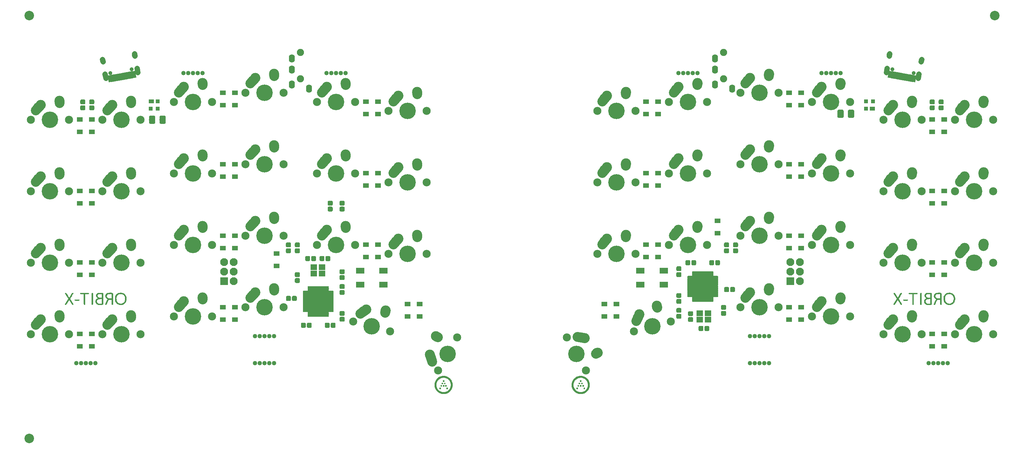
<source format=gbs>
G04 #@! TF.GenerationSoftware,KiCad,Pcbnew,(5.1.2)-1*
G04 #@! TF.CreationDate,2019-06-25T21:43:09+09:00*
G04 #@! TF.ProjectId,Orbit,4f726269-742e-46b6-9963-61645f706362,rev?*
G04 #@! TF.SameCoordinates,Original*
G04 #@! TF.FileFunction,Soldermask,Bot*
G04 #@! TF.FilePolarity,Negative*
%FSLAX46Y46*%
G04 Gerber Fmt 4.6, Leading zero omitted, Abs format (unit mm)*
G04 Created by KiCad (PCBNEW (5.1.2)-1) date 2019-06-25 21:43:09*
%MOMM*%
%LPD*%
G04 APERTURE LIST*
%ADD10C,0.010000*%
%ADD11C,2.150000*%
%ADD12C,2.650000*%
%ADD13C,4.387800*%
%ADD14C,2.650000*%
%ADD15C,0.100000*%
%ADD16C,1.275000*%
%ADD17R,1.800000X1.600000*%
%ADD18C,5.600000*%
%ADD19C,0.650000*%
%ADD20C,2.100000*%
%ADD21R,2.100000X2.100000*%
%ADD22C,2.540000*%
%ADD23C,1.650000*%
%ADD24R,1.600000X1.300000*%
%ADD25C,1.400000*%
%ADD26C,1.400000*%
%ADD27C,1.050000*%
%ADD28C,0.700000*%
%ADD29C,1.000000*%
%ADD30R,1.000000X1.100000*%
%ADD31R,1.400000X1.100000*%
%ADD32R,2.200000X1.500000*%
%ADD33C,1.187400*%
%ADD34O,1.600000X2.200000*%
%ADD35C,1.900000*%
G04 APERTURE END LIST*
D10*
G36*
X144310100Y-117405150D02*
G01*
X144633950Y-117405150D01*
X144633950Y-117081300D01*
X144310100Y-117081300D01*
X144310100Y-117405150D01*
X144310100Y-117405150D01*
G37*
X144310100Y-117405150D02*
X144633950Y-117405150D01*
X144633950Y-117081300D01*
X144310100Y-117081300D01*
X144310100Y-117405150D01*
G36*
X143986250Y-118033800D02*
G01*
X144310100Y-118033800D01*
X144310100Y-117729000D01*
X143986250Y-117729000D01*
X143986250Y-118033800D01*
X143986250Y-118033800D01*
G37*
X143986250Y-118033800D02*
X144310100Y-118033800D01*
X144310100Y-117729000D01*
X143986250Y-117729000D01*
X143986250Y-118033800D01*
G36*
X144633950Y-118033800D02*
G01*
X144938750Y-118033800D01*
X144938750Y-117729000D01*
X144633950Y-117729000D01*
X144633950Y-118033800D01*
X144633950Y-118033800D01*
G37*
X144633950Y-118033800D02*
X144938750Y-118033800D01*
X144938750Y-117729000D01*
X144633950Y-117729000D01*
X144633950Y-118033800D01*
G36*
X143681450Y-118681500D02*
G01*
X143986250Y-118681500D01*
X143986250Y-118357650D01*
X143681450Y-118357650D01*
X143681450Y-118681500D01*
X143681450Y-118681500D01*
G37*
X143681450Y-118681500D02*
X143986250Y-118681500D01*
X143986250Y-118357650D01*
X143681450Y-118357650D01*
X143681450Y-118681500D01*
G36*
X144310100Y-118681500D02*
G01*
X144633950Y-118681500D01*
X144633950Y-118357650D01*
X144310100Y-118357650D01*
X144310100Y-118681500D01*
X144310100Y-118681500D01*
G37*
X144310100Y-118681500D02*
X144633950Y-118681500D01*
X144633950Y-118357650D01*
X144310100Y-118357650D01*
X144310100Y-118681500D01*
G36*
X144938750Y-118681500D02*
G01*
X145262600Y-118681500D01*
X145262600Y-118357650D01*
X144938750Y-118357650D01*
X144938750Y-118681500D01*
X144938750Y-118681500D01*
G37*
X144938750Y-118681500D02*
X145262600Y-118681500D01*
X145262600Y-118357650D01*
X144938750Y-118357650D01*
X144938750Y-118681500D01*
G36*
X143357600Y-119310150D02*
G01*
X143681450Y-119310150D01*
X143681450Y-118986300D01*
X143357600Y-118986300D01*
X143357600Y-119310150D01*
X143357600Y-119310150D01*
G37*
X143357600Y-119310150D02*
X143681450Y-119310150D01*
X143681450Y-118986300D01*
X143357600Y-118986300D01*
X143357600Y-119310150D01*
G36*
X145262600Y-119310150D02*
G01*
X145586450Y-119310150D01*
X145586450Y-118986300D01*
X145262600Y-118986300D01*
X145262600Y-119310150D01*
X145262600Y-119310150D01*
G37*
X145262600Y-119310150D02*
X145586450Y-119310150D01*
X145586450Y-118986300D01*
X145262600Y-118986300D01*
X145262600Y-119310150D01*
G36*
X144459325Y-115891185D02*
G01*
X144360031Y-115892282D01*
X144270661Y-115895607D01*
X144188587Y-115901485D01*
X144111176Y-115910237D01*
X144035798Y-115922188D01*
X143959823Y-115937659D01*
X143880619Y-115956974D01*
X143844397Y-115966684D01*
X143677559Y-116018875D01*
X143515889Y-116082343D01*
X143359998Y-116156772D01*
X143210501Y-116241844D01*
X143068009Y-116337242D01*
X142946293Y-116431643D01*
X142820158Y-116544223D01*
X142702289Y-116665379D01*
X142593232Y-116794257D01*
X142493534Y-116930003D01*
X142403743Y-117071763D01*
X142324405Y-117218682D01*
X142256067Y-117369907D01*
X142199276Y-117524584D01*
X142160273Y-117658992D01*
X142133817Y-117770981D01*
X142113529Y-117876529D01*
X142098815Y-117979947D01*
X142089080Y-118085544D01*
X142083732Y-118197629D01*
X142083209Y-118217950D01*
X142085385Y-118392587D01*
X142099940Y-118564414D01*
X142126872Y-118733406D01*
X142166175Y-118899540D01*
X142217845Y-119062793D01*
X142269203Y-119193939D01*
X142291669Y-119246151D01*
X142310919Y-119289477D01*
X142328414Y-119326840D01*
X142345615Y-119361160D01*
X142363984Y-119395360D01*
X142384980Y-119432362D01*
X142408280Y-119472075D01*
X142503655Y-119621091D01*
X142607739Y-119760872D01*
X142720637Y-119891521D01*
X142842457Y-120013147D01*
X142973303Y-120125853D01*
X143113281Y-120229748D01*
X143259175Y-120322970D01*
X143301439Y-120347745D01*
X143338170Y-120368526D01*
X143372289Y-120386774D01*
X143406718Y-120403950D01*
X143444380Y-120421515D01*
X143488195Y-120440930D01*
X143537311Y-120462047D01*
X143614298Y-120493685D01*
X143685272Y-120520116D01*
X143754963Y-120542906D01*
X143828102Y-120563621D01*
X143894175Y-120580207D01*
X144025789Y-120608651D01*
X144151464Y-120629192D01*
X144274847Y-120642264D01*
X144399581Y-120648298D01*
X144472025Y-120648760D01*
X144513000Y-120648348D01*
X144551497Y-120647784D01*
X144585002Y-120647117D01*
X144610998Y-120646400D01*
X144626973Y-120645682D01*
X144627600Y-120645636D01*
X144800540Y-120626475D01*
X144970745Y-120595286D01*
X145137530Y-120552323D01*
X145300206Y-120497840D01*
X145458088Y-120432091D01*
X145610486Y-120355330D01*
X145756715Y-120267811D01*
X145877479Y-120183786D01*
X146015822Y-120073109D01*
X146144368Y-119954420D01*
X146262940Y-119827981D01*
X146371358Y-119694055D01*
X146469441Y-119552904D01*
X146557012Y-119404791D01*
X146633890Y-119249978D01*
X146699896Y-119088727D01*
X146754850Y-118921300D01*
X146764566Y-118886853D01*
X146785659Y-118805418D01*
X146802767Y-118728358D01*
X146816213Y-118653043D01*
X146826321Y-118576843D01*
X146833412Y-118497126D01*
X146837811Y-118411261D01*
X146839840Y-118316619D01*
X146840065Y-118271925D01*
X146839525Y-118227636D01*
X146413865Y-118227636D01*
X146413783Y-118291746D01*
X146412450Y-118355478D01*
X146409893Y-118415579D01*
X146406136Y-118468797D01*
X146403160Y-118497350D01*
X146377661Y-118655188D01*
X146340339Y-118808480D01*
X146291340Y-118956927D01*
X146230805Y-119100228D01*
X146158879Y-119238085D01*
X146075706Y-119370197D01*
X145981428Y-119496264D01*
X145876190Y-119615987D01*
X145858321Y-119634558D01*
X145750934Y-119736217D01*
X145634372Y-119830566D01*
X145510796Y-119916021D01*
X145382365Y-119991003D01*
X145345734Y-120009952D01*
X145286208Y-120039272D01*
X145234015Y-120063447D01*
X145185617Y-120083901D01*
X145137478Y-120102057D01*
X145086060Y-120119336D01*
X145034000Y-120135331D01*
X144882630Y-120174862D01*
X144734029Y-120202422D01*
X144587039Y-120218121D01*
X144440498Y-120222063D01*
X144293249Y-120214358D01*
X144240016Y-120208774D01*
X144090150Y-120185619D01*
X143946485Y-120152172D01*
X143807015Y-120107832D01*
X143669734Y-120052001D01*
X143592168Y-120015042D01*
X143455662Y-119940307D01*
X143328129Y-119857319D01*
X143208963Y-119765529D01*
X143097557Y-119664389D01*
X142993305Y-119553353D01*
X142895601Y-119431872D01*
X142808987Y-119307357D01*
X142788886Y-119274404D01*
X142765428Y-119232701D01*
X142740068Y-119185147D01*
X142714262Y-119134635D01*
X142689466Y-119084061D01*
X142667136Y-119036323D01*
X142648729Y-118994315D01*
X142637978Y-118967250D01*
X142587684Y-118814017D01*
X142549768Y-118659826D01*
X142524261Y-118505109D01*
X142511196Y-118350301D01*
X142510606Y-118195835D01*
X142522523Y-118042143D01*
X142546979Y-117889659D01*
X142554822Y-117852825D01*
X142581741Y-117743790D01*
X142612387Y-117642844D01*
X142648337Y-117545555D01*
X142691170Y-117447495D01*
X142721298Y-117385516D01*
X142796261Y-117250437D01*
X142881721Y-117122088D01*
X142977062Y-117001044D01*
X143081671Y-116887881D01*
X143194932Y-116783175D01*
X143316233Y-116687501D01*
X143444959Y-116601437D01*
X143580495Y-116525558D01*
X143695840Y-116471533D01*
X143833143Y-116418417D01*
X143971186Y-116376819D01*
X144111576Y-116346412D01*
X144255920Y-116326870D01*
X144405824Y-116317867D01*
X144456150Y-116317155D01*
X144614626Y-116322251D01*
X144767928Y-116338767D01*
X144916676Y-116366888D01*
X145061489Y-116406803D01*
X145202986Y-116458698D01*
X145341785Y-116522760D01*
X145478507Y-116599177D01*
X145559065Y-116650545D01*
X145670611Y-116731767D01*
X145777970Y-116823372D01*
X145879828Y-116923821D01*
X145974872Y-117031574D01*
X146061791Y-117145094D01*
X146139272Y-117262842D01*
X146206003Y-117383278D01*
X146233839Y-117441614D01*
X146282962Y-117557501D01*
X146323147Y-117668892D01*
X146355352Y-117779250D01*
X146380536Y-117892041D01*
X146399656Y-118010726D01*
X146406377Y-118065550D01*
X146410187Y-118111286D01*
X146412675Y-118166398D01*
X146413865Y-118227636D01*
X146839525Y-118227636D01*
X146838669Y-118157528D01*
X146833970Y-118052835D01*
X146825510Y-117955169D01*
X146812832Y-117861858D01*
X146795479Y-117770225D01*
X146772991Y-117677597D01*
X146744912Y-117581299D01*
X146710783Y-117478656D01*
X146698228Y-117443250D01*
X146635520Y-117287474D01*
X146561247Y-117136807D01*
X146475563Y-116991458D01*
X146378619Y-116851636D01*
X146270567Y-116717552D01*
X146151561Y-116589416D01*
X146021754Y-116467437D01*
X145936284Y-116395293D01*
X145867621Y-116342898D01*
X145789590Y-116289038D01*
X145705102Y-116235479D01*
X145617072Y-116183994D01*
X145528410Y-116136349D01*
X145442029Y-116094316D01*
X145437225Y-116092121D01*
X145381257Y-116068223D01*
X145316312Y-116043114D01*
X145245887Y-116017979D01*
X145173477Y-115993999D01*
X145102579Y-115972358D01*
X145036689Y-115954241D01*
X145011181Y-115947926D01*
X144936601Y-115931312D01*
X144865422Y-115917984D01*
X144795018Y-115907671D01*
X144722765Y-115900105D01*
X144646038Y-115895015D01*
X144562213Y-115892132D01*
X144468664Y-115891184D01*
X144459325Y-115891185D01*
X144459325Y-115891185D01*
G37*
X144459325Y-115891185D02*
X144360031Y-115892282D01*
X144270661Y-115895607D01*
X144188587Y-115901485D01*
X144111176Y-115910237D01*
X144035798Y-115922188D01*
X143959823Y-115937659D01*
X143880619Y-115956974D01*
X143844397Y-115966684D01*
X143677559Y-116018875D01*
X143515889Y-116082343D01*
X143359998Y-116156772D01*
X143210501Y-116241844D01*
X143068009Y-116337242D01*
X142946293Y-116431643D01*
X142820158Y-116544223D01*
X142702289Y-116665379D01*
X142593232Y-116794257D01*
X142493534Y-116930003D01*
X142403743Y-117071763D01*
X142324405Y-117218682D01*
X142256067Y-117369907D01*
X142199276Y-117524584D01*
X142160273Y-117658992D01*
X142133817Y-117770981D01*
X142113529Y-117876529D01*
X142098815Y-117979947D01*
X142089080Y-118085544D01*
X142083732Y-118197629D01*
X142083209Y-118217950D01*
X142085385Y-118392587D01*
X142099940Y-118564414D01*
X142126872Y-118733406D01*
X142166175Y-118899540D01*
X142217845Y-119062793D01*
X142269203Y-119193939D01*
X142291669Y-119246151D01*
X142310919Y-119289477D01*
X142328414Y-119326840D01*
X142345615Y-119361160D01*
X142363984Y-119395360D01*
X142384980Y-119432362D01*
X142408280Y-119472075D01*
X142503655Y-119621091D01*
X142607739Y-119760872D01*
X142720637Y-119891521D01*
X142842457Y-120013147D01*
X142973303Y-120125853D01*
X143113281Y-120229748D01*
X143259175Y-120322970D01*
X143301439Y-120347745D01*
X143338170Y-120368526D01*
X143372289Y-120386774D01*
X143406718Y-120403950D01*
X143444380Y-120421515D01*
X143488195Y-120440930D01*
X143537311Y-120462047D01*
X143614298Y-120493685D01*
X143685272Y-120520116D01*
X143754963Y-120542906D01*
X143828102Y-120563621D01*
X143894175Y-120580207D01*
X144025789Y-120608651D01*
X144151464Y-120629192D01*
X144274847Y-120642264D01*
X144399581Y-120648298D01*
X144472025Y-120648760D01*
X144513000Y-120648348D01*
X144551497Y-120647784D01*
X144585002Y-120647117D01*
X144610998Y-120646400D01*
X144626973Y-120645682D01*
X144627600Y-120645636D01*
X144800540Y-120626475D01*
X144970745Y-120595286D01*
X145137530Y-120552323D01*
X145300206Y-120497840D01*
X145458088Y-120432091D01*
X145610486Y-120355330D01*
X145756715Y-120267811D01*
X145877479Y-120183786D01*
X146015822Y-120073109D01*
X146144368Y-119954420D01*
X146262940Y-119827981D01*
X146371358Y-119694055D01*
X146469441Y-119552904D01*
X146557012Y-119404791D01*
X146633890Y-119249978D01*
X146699896Y-119088727D01*
X146754850Y-118921300D01*
X146764566Y-118886853D01*
X146785659Y-118805418D01*
X146802767Y-118728358D01*
X146816213Y-118653043D01*
X146826321Y-118576843D01*
X146833412Y-118497126D01*
X146837811Y-118411261D01*
X146839840Y-118316619D01*
X146840065Y-118271925D01*
X146839525Y-118227636D01*
X146413865Y-118227636D01*
X146413783Y-118291746D01*
X146412450Y-118355478D01*
X146409893Y-118415579D01*
X146406136Y-118468797D01*
X146403160Y-118497350D01*
X146377661Y-118655188D01*
X146340339Y-118808480D01*
X146291340Y-118956927D01*
X146230805Y-119100228D01*
X146158879Y-119238085D01*
X146075706Y-119370197D01*
X145981428Y-119496264D01*
X145876190Y-119615987D01*
X145858321Y-119634558D01*
X145750934Y-119736217D01*
X145634372Y-119830566D01*
X145510796Y-119916021D01*
X145382365Y-119991003D01*
X145345734Y-120009952D01*
X145286208Y-120039272D01*
X145234015Y-120063447D01*
X145185617Y-120083901D01*
X145137478Y-120102057D01*
X145086060Y-120119336D01*
X145034000Y-120135331D01*
X144882630Y-120174862D01*
X144734029Y-120202422D01*
X144587039Y-120218121D01*
X144440498Y-120222063D01*
X144293249Y-120214358D01*
X144240016Y-120208774D01*
X144090150Y-120185619D01*
X143946485Y-120152172D01*
X143807015Y-120107832D01*
X143669734Y-120052001D01*
X143592168Y-120015042D01*
X143455662Y-119940307D01*
X143328129Y-119857319D01*
X143208963Y-119765529D01*
X143097557Y-119664389D01*
X142993305Y-119553353D01*
X142895601Y-119431872D01*
X142808987Y-119307357D01*
X142788886Y-119274404D01*
X142765428Y-119232701D01*
X142740068Y-119185147D01*
X142714262Y-119134635D01*
X142689466Y-119084061D01*
X142667136Y-119036323D01*
X142648729Y-118994315D01*
X142637978Y-118967250D01*
X142587684Y-118814017D01*
X142549768Y-118659826D01*
X142524261Y-118505109D01*
X142511196Y-118350301D01*
X142510606Y-118195835D01*
X142522523Y-118042143D01*
X142546979Y-117889659D01*
X142554822Y-117852825D01*
X142581741Y-117743790D01*
X142612387Y-117642844D01*
X142648337Y-117545555D01*
X142691170Y-117447495D01*
X142721298Y-117385516D01*
X142796261Y-117250437D01*
X142881721Y-117122088D01*
X142977062Y-117001044D01*
X143081671Y-116887881D01*
X143194932Y-116783175D01*
X143316233Y-116687501D01*
X143444959Y-116601437D01*
X143580495Y-116525558D01*
X143695840Y-116471533D01*
X143833143Y-116418417D01*
X143971186Y-116376819D01*
X144111576Y-116346412D01*
X144255920Y-116326870D01*
X144405824Y-116317867D01*
X144456150Y-116317155D01*
X144614626Y-116322251D01*
X144767928Y-116338767D01*
X144916676Y-116366888D01*
X145061489Y-116406803D01*
X145202986Y-116458698D01*
X145341785Y-116522760D01*
X145478507Y-116599177D01*
X145559065Y-116650545D01*
X145670611Y-116731767D01*
X145777970Y-116823372D01*
X145879828Y-116923821D01*
X145974872Y-117031574D01*
X146061791Y-117145094D01*
X146139272Y-117262842D01*
X146206003Y-117383278D01*
X146233839Y-117441614D01*
X146282962Y-117557501D01*
X146323147Y-117668892D01*
X146355352Y-117779250D01*
X146380536Y-117892041D01*
X146399656Y-118010726D01*
X146406377Y-118065550D01*
X146410187Y-118111286D01*
X146412675Y-118166398D01*
X146413865Y-118227636D01*
X146839525Y-118227636D01*
X146838669Y-118157528D01*
X146833970Y-118052835D01*
X146825510Y-117955169D01*
X146812832Y-117861858D01*
X146795479Y-117770225D01*
X146772991Y-117677597D01*
X146744912Y-117581299D01*
X146710783Y-117478656D01*
X146698228Y-117443250D01*
X146635520Y-117287474D01*
X146561247Y-117136807D01*
X146475563Y-116991458D01*
X146378619Y-116851636D01*
X146270567Y-116717552D01*
X146151561Y-116589416D01*
X146021754Y-116467437D01*
X145936284Y-116395293D01*
X145867621Y-116342898D01*
X145789590Y-116289038D01*
X145705102Y-116235479D01*
X145617072Y-116183994D01*
X145528410Y-116136349D01*
X145442029Y-116094316D01*
X145437225Y-116092121D01*
X145381257Y-116068223D01*
X145316312Y-116043114D01*
X145245887Y-116017979D01*
X145173477Y-115993999D01*
X145102579Y-115972358D01*
X145036689Y-115954241D01*
X145011181Y-115947926D01*
X144936601Y-115931312D01*
X144865422Y-115917984D01*
X144795018Y-115907671D01*
X144722765Y-115900105D01*
X144646038Y-115895015D01*
X144562213Y-115892132D01*
X144468664Y-115891184D01*
X144459325Y-115891185D01*
G36*
X180822600Y-117405150D02*
G01*
X181146450Y-117405150D01*
X181146450Y-117081300D01*
X180822600Y-117081300D01*
X180822600Y-117405150D01*
X180822600Y-117405150D01*
G37*
X180822600Y-117405150D02*
X181146450Y-117405150D01*
X181146450Y-117081300D01*
X180822600Y-117081300D01*
X180822600Y-117405150D01*
G36*
X180498750Y-118033800D02*
G01*
X180822600Y-118033800D01*
X180822600Y-117729000D01*
X180498750Y-117729000D01*
X180498750Y-118033800D01*
X180498750Y-118033800D01*
G37*
X180498750Y-118033800D02*
X180822600Y-118033800D01*
X180822600Y-117729000D01*
X180498750Y-117729000D01*
X180498750Y-118033800D01*
G36*
X181146450Y-118033800D02*
G01*
X181451250Y-118033800D01*
X181451250Y-117729000D01*
X181146450Y-117729000D01*
X181146450Y-118033800D01*
X181146450Y-118033800D01*
G37*
X181146450Y-118033800D02*
X181451250Y-118033800D01*
X181451250Y-117729000D01*
X181146450Y-117729000D01*
X181146450Y-118033800D01*
G36*
X180193950Y-118681500D02*
G01*
X180498750Y-118681500D01*
X180498750Y-118357650D01*
X180193950Y-118357650D01*
X180193950Y-118681500D01*
X180193950Y-118681500D01*
G37*
X180193950Y-118681500D02*
X180498750Y-118681500D01*
X180498750Y-118357650D01*
X180193950Y-118357650D01*
X180193950Y-118681500D01*
G36*
X180822600Y-118681500D02*
G01*
X181146450Y-118681500D01*
X181146450Y-118357650D01*
X180822600Y-118357650D01*
X180822600Y-118681500D01*
X180822600Y-118681500D01*
G37*
X180822600Y-118681500D02*
X181146450Y-118681500D01*
X181146450Y-118357650D01*
X180822600Y-118357650D01*
X180822600Y-118681500D01*
G36*
X181451250Y-118681500D02*
G01*
X181775100Y-118681500D01*
X181775100Y-118357650D01*
X181451250Y-118357650D01*
X181451250Y-118681500D01*
X181451250Y-118681500D01*
G37*
X181451250Y-118681500D02*
X181775100Y-118681500D01*
X181775100Y-118357650D01*
X181451250Y-118357650D01*
X181451250Y-118681500D01*
G36*
X179870100Y-119310150D02*
G01*
X180193950Y-119310150D01*
X180193950Y-118986300D01*
X179870100Y-118986300D01*
X179870100Y-119310150D01*
X179870100Y-119310150D01*
G37*
X179870100Y-119310150D02*
X180193950Y-119310150D01*
X180193950Y-118986300D01*
X179870100Y-118986300D01*
X179870100Y-119310150D01*
G36*
X181775100Y-119310150D02*
G01*
X182098950Y-119310150D01*
X182098950Y-118986300D01*
X181775100Y-118986300D01*
X181775100Y-119310150D01*
X181775100Y-119310150D01*
G37*
X181775100Y-119310150D02*
X182098950Y-119310150D01*
X182098950Y-118986300D01*
X181775100Y-118986300D01*
X181775100Y-119310150D01*
G36*
X180971825Y-115891185D02*
G01*
X180872531Y-115892282D01*
X180783161Y-115895607D01*
X180701087Y-115901485D01*
X180623676Y-115910237D01*
X180548298Y-115922188D01*
X180472323Y-115937659D01*
X180393119Y-115956974D01*
X180356897Y-115966684D01*
X180190059Y-116018875D01*
X180028389Y-116082343D01*
X179872498Y-116156772D01*
X179723001Y-116241844D01*
X179580509Y-116337242D01*
X179458793Y-116431643D01*
X179332658Y-116544223D01*
X179214789Y-116665379D01*
X179105732Y-116794257D01*
X179006034Y-116930003D01*
X178916243Y-117071763D01*
X178836905Y-117218682D01*
X178768567Y-117369907D01*
X178711776Y-117524584D01*
X178672773Y-117658992D01*
X178646317Y-117770981D01*
X178626029Y-117876529D01*
X178611315Y-117979947D01*
X178601580Y-118085544D01*
X178596232Y-118197629D01*
X178595709Y-118217950D01*
X178597885Y-118392587D01*
X178612440Y-118564414D01*
X178639372Y-118733406D01*
X178678675Y-118899540D01*
X178730345Y-119062793D01*
X178781703Y-119193939D01*
X178804169Y-119246151D01*
X178823419Y-119289477D01*
X178840914Y-119326840D01*
X178858115Y-119361160D01*
X178876484Y-119395360D01*
X178897480Y-119432362D01*
X178920780Y-119472075D01*
X179016155Y-119621091D01*
X179120239Y-119760872D01*
X179233137Y-119891521D01*
X179354957Y-120013147D01*
X179485803Y-120125853D01*
X179625781Y-120229748D01*
X179771675Y-120322970D01*
X179813939Y-120347745D01*
X179850670Y-120368526D01*
X179884789Y-120386774D01*
X179919218Y-120403950D01*
X179956880Y-120421515D01*
X180000695Y-120440930D01*
X180049811Y-120462047D01*
X180126798Y-120493685D01*
X180197772Y-120520116D01*
X180267463Y-120542906D01*
X180340602Y-120563621D01*
X180406675Y-120580207D01*
X180538289Y-120608651D01*
X180663964Y-120629192D01*
X180787347Y-120642264D01*
X180912081Y-120648298D01*
X180984525Y-120648760D01*
X181025500Y-120648348D01*
X181063997Y-120647784D01*
X181097502Y-120647117D01*
X181123498Y-120646400D01*
X181139473Y-120645682D01*
X181140100Y-120645636D01*
X181313040Y-120626475D01*
X181483245Y-120595286D01*
X181650030Y-120552323D01*
X181812706Y-120497840D01*
X181970588Y-120432091D01*
X182122986Y-120355330D01*
X182269215Y-120267811D01*
X182389979Y-120183786D01*
X182528322Y-120073109D01*
X182656868Y-119954420D01*
X182775440Y-119827981D01*
X182883858Y-119694055D01*
X182981941Y-119552904D01*
X183069512Y-119404791D01*
X183146390Y-119249978D01*
X183212396Y-119088727D01*
X183267350Y-118921300D01*
X183277066Y-118886853D01*
X183298159Y-118805418D01*
X183315267Y-118728358D01*
X183328713Y-118653043D01*
X183338821Y-118576843D01*
X183345912Y-118497126D01*
X183350311Y-118411261D01*
X183352340Y-118316619D01*
X183352565Y-118271925D01*
X183352025Y-118227636D01*
X182926365Y-118227636D01*
X182926283Y-118291746D01*
X182924950Y-118355478D01*
X182922393Y-118415579D01*
X182918636Y-118468797D01*
X182915660Y-118497350D01*
X182890161Y-118655188D01*
X182852839Y-118808480D01*
X182803840Y-118956927D01*
X182743305Y-119100228D01*
X182671379Y-119238085D01*
X182588206Y-119370197D01*
X182493928Y-119496264D01*
X182388690Y-119615987D01*
X182370821Y-119634558D01*
X182263434Y-119736217D01*
X182146872Y-119830566D01*
X182023296Y-119916021D01*
X181894865Y-119991003D01*
X181858234Y-120009952D01*
X181798708Y-120039272D01*
X181746515Y-120063447D01*
X181698117Y-120083901D01*
X181649978Y-120102057D01*
X181598560Y-120119336D01*
X181546500Y-120135331D01*
X181395130Y-120174862D01*
X181246529Y-120202422D01*
X181099539Y-120218121D01*
X180952998Y-120222063D01*
X180805749Y-120214358D01*
X180752516Y-120208774D01*
X180602650Y-120185619D01*
X180458985Y-120152172D01*
X180319515Y-120107832D01*
X180182234Y-120052001D01*
X180104668Y-120015042D01*
X179968162Y-119940307D01*
X179840629Y-119857319D01*
X179721463Y-119765529D01*
X179610057Y-119664389D01*
X179505805Y-119553353D01*
X179408101Y-119431872D01*
X179321487Y-119307357D01*
X179301386Y-119274404D01*
X179277928Y-119232701D01*
X179252568Y-119185147D01*
X179226762Y-119134635D01*
X179201966Y-119084061D01*
X179179636Y-119036323D01*
X179161229Y-118994315D01*
X179150478Y-118967250D01*
X179100184Y-118814017D01*
X179062268Y-118659826D01*
X179036761Y-118505109D01*
X179023696Y-118350301D01*
X179023106Y-118195835D01*
X179035023Y-118042143D01*
X179059479Y-117889659D01*
X179067322Y-117852825D01*
X179094241Y-117743790D01*
X179124887Y-117642844D01*
X179160837Y-117545555D01*
X179203670Y-117447495D01*
X179233798Y-117385516D01*
X179308761Y-117250437D01*
X179394221Y-117122088D01*
X179489562Y-117001044D01*
X179594171Y-116887881D01*
X179707432Y-116783175D01*
X179828733Y-116687501D01*
X179957459Y-116601437D01*
X180092995Y-116525558D01*
X180208340Y-116471533D01*
X180345643Y-116418417D01*
X180483686Y-116376819D01*
X180624076Y-116346412D01*
X180768420Y-116326870D01*
X180918324Y-116317867D01*
X180968650Y-116317155D01*
X181127126Y-116322251D01*
X181280428Y-116338767D01*
X181429176Y-116366888D01*
X181573989Y-116406803D01*
X181715486Y-116458698D01*
X181854285Y-116522760D01*
X181991007Y-116599177D01*
X182071565Y-116650545D01*
X182183111Y-116731767D01*
X182290470Y-116823372D01*
X182392328Y-116923821D01*
X182487372Y-117031574D01*
X182574291Y-117145094D01*
X182651772Y-117262842D01*
X182718503Y-117383278D01*
X182746339Y-117441614D01*
X182795462Y-117557501D01*
X182835647Y-117668892D01*
X182867852Y-117779250D01*
X182893036Y-117892041D01*
X182912156Y-118010726D01*
X182918877Y-118065550D01*
X182922687Y-118111286D01*
X182925175Y-118166398D01*
X182926365Y-118227636D01*
X183352025Y-118227636D01*
X183351169Y-118157528D01*
X183346470Y-118052835D01*
X183338010Y-117955169D01*
X183325332Y-117861858D01*
X183307979Y-117770225D01*
X183285491Y-117677597D01*
X183257412Y-117581299D01*
X183223283Y-117478656D01*
X183210728Y-117443250D01*
X183148020Y-117287474D01*
X183073747Y-117136807D01*
X182988063Y-116991458D01*
X182891119Y-116851636D01*
X182783067Y-116717552D01*
X182664061Y-116589416D01*
X182534254Y-116467437D01*
X182448784Y-116395293D01*
X182380121Y-116342898D01*
X182302090Y-116289038D01*
X182217602Y-116235479D01*
X182129572Y-116183994D01*
X182040910Y-116136349D01*
X181954529Y-116094316D01*
X181949725Y-116092121D01*
X181893757Y-116068223D01*
X181828812Y-116043114D01*
X181758387Y-116017979D01*
X181685977Y-115993999D01*
X181615079Y-115972358D01*
X181549189Y-115954241D01*
X181523681Y-115947926D01*
X181449101Y-115931312D01*
X181377922Y-115917984D01*
X181307518Y-115907671D01*
X181235265Y-115900105D01*
X181158538Y-115895015D01*
X181074713Y-115892132D01*
X180981164Y-115891184D01*
X180971825Y-115891185D01*
X180971825Y-115891185D01*
G37*
X180971825Y-115891185D02*
X180872531Y-115892282D01*
X180783161Y-115895607D01*
X180701087Y-115901485D01*
X180623676Y-115910237D01*
X180548298Y-115922188D01*
X180472323Y-115937659D01*
X180393119Y-115956974D01*
X180356897Y-115966684D01*
X180190059Y-116018875D01*
X180028389Y-116082343D01*
X179872498Y-116156772D01*
X179723001Y-116241844D01*
X179580509Y-116337242D01*
X179458793Y-116431643D01*
X179332658Y-116544223D01*
X179214789Y-116665379D01*
X179105732Y-116794257D01*
X179006034Y-116930003D01*
X178916243Y-117071763D01*
X178836905Y-117218682D01*
X178768567Y-117369907D01*
X178711776Y-117524584D01*
X178672773Y-117658992D01*
X178646317Y-117770981D01*
X178626029Y-117876529D01*
X178611315Y-117979947D01*
X178601580Y-118085544D01*
X178596232Y-118197629D01*
X178595709Y-118217950D01*
X178597885Y-118392587D01*
X178612440Y-118564414D01*
X178639372Y-118733406D01*
X178678675Y-118899540D01*
X178730345Y-119062793D01*
X178781703Y-119193939D01*
X178804169Y-119246151D01*
X178823419Y-119289477D01*
X178840914Y-119326840D01*
X178858115Y-119361160D01*
X178876484Y-119395360D01*
X178897480Y-119432362D01*
X178920780Y-119472075D01*
X179016155Y-119621091D01*
X179120239Y-119760872D01*
X179233137Y-119891521D01*
X179354957Y-120013147D01*
X179485803Y-120125853D01*
X179625781Y-120229748D01*
X179771675Y-120322970D01*
X179813939Y-120347745D01*
X179850670Y-120368526D01*
X179884789Y-120386774D01*
X179919218Y-120403950D01*
X179956880Y-120421515D01*
X180000695Y-120440930D01*
X180049811Y-120462047D01*
X180126798Y-120493685D01*
X180197772Y-120520116D01*
X180267463Y-120542906D01*
X180340602Y-120563621D01*
X180406675Y-120580207D01*
X180538289Y-120608651D01*
X180663964Y-120629192D01*
X180787347Y-120642264D01*
X180912081Y-120648298D01*
X180984525Y-120648760D01*
X181025500Y-120648348D01*
X181063997Y-120647784D01*
X181097502Y-120647117D01*
X181123498Y-120646400D01*
X181139473Y-120645682D01*
X181140100Y-120645636D01*
X181313040Y-120626475D01*
X181483245Y-120595286D01*
X181650030Y-120552323D01*
X181812706Y-120497840D01*
X181970588Y-120432091D01*
X182122986Y-120355330D01*
X182269215Y-120267811D01*
X182389979Y-120183786D01*
X182528322Y-120073109D01*
X182656868Y-119954420D01*
X182775440Y-119827981D01*
X182883858Y-119694055D01*
X182981941Y-119552904D01*
X183069512Y-119404791D01*
X183146390Y-119249978D01*
X183212396Y-119088727D01*
X183267350Y-118921300D01*
X183277066Y-118886853D01*
X183298159Y-118805418D01*
X183315267Y-118728358D01*
X183328713Y-118653043D01*
X183338821Y-118576843D01*
X183345912Y-118497126D01*
X183350311Y-118411261D01*
X183352340Y-118316619D01*
X183352565Y-118271925D01*
X183352025Y-118227636D01*
X182926365Y-118227636D01*
X182926283Y-118291746D01*
X182924950Y-118355478D01*
X182922393Y-118415579D01*
X182918636Y-118468797D01*
X182915660Y-118497350D01*
X182890161Y-118655188D01*
X182852839Y-118808480D01*
X182803840Y-118956927D01*
X182743305Y-119100228D01*
X182671379Y-119238085D01*
X182588206Y-119370197D01*
X182493928Y-119496264D01*
X182388690Y-119615987D01*
X182370821Y-119634558D01*
X182263434Y-119736217D01*
X182146872Y-119830566D01*
X182023296Y-119916021D01*
X181894865Y-119991003D01*
X181858234Y-120009952D01*
X181798708Y-120039272D01*
X181746515Y-120063447D01*
X181698117Y-120083901D01*
X181649978Y-120102057D01*
X181598560Y-120119336D01*
X181546500Y-120135331D01*
X181395130Y-120174862D01*
X181246529Y-120202422D01*
X181099539Y-120218121D01*
X180952998Y-120222063D01*
X180805749Y-120214358D01*
X180752516Y-120208774D01*
X180602650Y-120185619D01*
X180458985Y-120152172D01*
X180319515Y-120107832D01*
X180182234Y-120052001D01*
X180104668Y-120015042D01*
X179968162Y-119940307D01*
X179840629Y-119857319D01*
X179721463Y-119765529D01*
X179610057Y-119664389D01*
X179505805Y-119553353D01*
X179408101Y-119431872D01*
X179321487Y-119307357D01*
X179301386Y-119274404D01*
X179277928Y-119232701D01*
X179252568Y-119185147D01*
X179226762Y-119134635D01*
X179201966Y-119084061D01*
X179179636Y-119036323D01*
X179161229Y-118994315D01*
X179150478Y-118967250D01*
X179100184Y-118814017D01*
X179062268Y-118659826D01*
X179036761Y-118505109D01*
X179023696Y-118350301D01*
X179023106Y-118195835D01*
X179035023Y-118042143D01*
X179059479Y-117889659D01*
X179067322Y-117852825D01*
X179094241Y-117743790D01*
X179124887Y-117642844D01*
X179160837Y-117545555D01*
X179203670Y-117447495D01*
X179233798Y-117385516D01*
X179308761Y-117250437D01*
X179394221Y-117122088D01*
X179489562Y-117001044D01*
X179594171Y-116887881D01*
X179707432Y-116783175D01*
X179828733Y-116687501D01*
X179957459Y-116601437D01*
X180092995Y-116525558D01*
X180208340Y-116471533D01*
X180345643Y-116418417D01*
X180483686Y-116376819D01*
X180624076Y-116346412D01*
X180768420Y-116326870D01*
X180918324Y-116317867D01*
X180968650Y-116317155D01*
X181127126Y-116322251D01*
X181280428Y-116338767D01*
X181429176Y-116366888D01*
X181573989Y-116406803D01*
X181715486Y-116458698D01*
X181854285Y-116522760D01*
X181991007Y-116599177D01*
X182071565Y-116650545D01*
X182183111Y-116731767D01*
X182290470Y-116823372D01*
X182392328Y-116923821D01*
X182487372Y-117031574D01*
X182574291Y-117145094D01*
X182651772Y-117262842D01*
X182718503Y-117383278D01*
X182746339Y-117441614D01*
X182795462Y-117557501D01*
X182835647Y-117668892D01*
X182867852Y-117779250D01*
X182893036Y-117892041D01*
X182912156Y-118010726D01*
X182918877Y-118065550D01*
X182922687Y-118111286D01*
X182925175Y-118166398D01*
X182926365Y-118227636D01*
X183352025Y-118227636D01*
X183351169Y-118157528D01*
X183346470Y-118052835D01*
X183338010Y-117955169D01*
X183325332Y-117861858D01*
X183307979Y-117770225D01*
X183285491Y-117677597D01*
X183257412Y-117581299D01*
X183223283Y-117478656D01*
X183210728Y-117443250D01*
X183148020Y-117287474D01*
X183073747Y-117136807D01*
X182988063Y-116991458D01*
X182891119Y-116851636D01*
X182783067Y-116717552D01*
X182664061Y-116589416D01*
X182534254Y-116467437D01*
X182448784Y-116395293D01*
X182380121Y-116342898D01*
X182302090Y-116289038D01*
X182217602Y-116235479D01*
X182129572Y-116183994D01*
X182040910Y-116136349D01*
X181954529Y-116094316D01*
X181949725Y-116092121D01*
X181893757Y-116068223D01*
X181828812Y-116043114D01*
X181758387Y-116017979D01*
X181685977Y-115993999D01*
X181615079Y-115972358D01*
X181549189Y-115954241D01*
X181523681Y-115947926D01*
X181449101Y-115931312D01*
X181377922Y-115917984D01*
X181307518Y-115907671D01*
X181235265Y-115900105D01*
X181158538Y-115895015D01*
X181074713Y-115892132D01*
X180981164Y-115891184D01*
X180971825Y-115891185D01*
G36*
X267288368Y-95520394D02*
G01*
X267120753Y-95524915D01*
X267004621Y-95532751D01*
X266935865Y-95544148D01*
X266913285Y-95554800D01*
X266880507Y-95622077D01*
X266887342Y-95697969D01*
X266930739Y-95754371D01*
X266935227Y-95756949D01*
X266985472Y-95767944D01*
X267085712Y-95777029D01*
X267226192Y-95783670D01*
X267397159Y-95787332D01*
X267499681Y-95787882D01*
X267688176Y-95787257D01*
X267826458Y-95784761D01*
X267924073Y-95779462D01*
X267990565Y-95770427D01*
X268035480Y-95756726D01*
X268068363Y-95737425D01*
X268075806Y-95731628D01*
X268122483Y-95684178D01*
X268125305Y-95636883D01*
X268109640Y-95597157D01*
X268074002Y-95518941D01*
X267511573Y-95518941D01*
X267288368Y-95520394D01*
X267288368Y-95520394D01*
G37*
X267288368Y-95520394D02*
X267120753Y-95524915D01*
X267004621Y-95532751D01*
X266935865Y-95544148D01*
X266913285Y-95554800D01*
X266880507Y-95622077D01*
X266887342Y-95697969D01*
X266930739Y-95754371D01*
X266935227Y-95756949D01*
X266985472Y-95767944D01*
X267085712Y-95777029D01*
X267226192Y-95783670D01*
X267397159Y-95787332D01*
X267499681Y-95787882D01*
X267688176Y-95787257D01*
X267826458Y-95784761D01*
X267924073Y-95779462D01*
X267990565Y-95770427D01*
X268035480Y-95756726D01*
X268068363Y-95737425D01*
X268075806Y-95731628D01*
X268122483Y-95684178D01*
X268125305Y-95636883D01*
X268109640Y-95597157D01*
X268074002Y-95518941D01*
X267511573Y-95518941D01*
X267288368Y-95520394D01*
G36*
X264367342Y-93787064D02*
G01*
X264337909Y-93836028D01*
X264337427Y-93844938D01*
X264352716Y-93884781D01*
X264395856Y-93967996D01*
X264462753Y-94087444D01*
X264549312Y-94235985D01*
X264651440Y-94406480D01*
X264765044Y-94591788D01*
X264773221Y-94604970D01*
X265209014Y-95306969D01*
X264770261Y-96011222D01*
X264654924Y-96197443D01*
X264549917Y-96369071D01*
X264459472Y-96519020D01*
X264387824Y-96640203D01*
X264339205Y-96725535D01*
X264317848Y-96767928D01*
X264317448Y-96769237D01*
X264326736Y-96830153D01*
X264352751Y-96863965D01*
X264393577Y-96887143D01*
X264445757Y-96886002D01*
X264526652Y-96861878D01*
X264566918Y-96846199D01*
X264603154Y-96825202D01*
X264640173Y-96792431D01*
X264682788Y-96741430D01*
X264735813Y-96665744D01*
X264804059Y-96558917D01*
X264892341Y-96414493D01*
X265005470Y-96226016D01*
X265024721Y-96193812D01*
X265129421Y-96020782D01*
X265225234Y-95866534D01*
X265307645Y-95738006D01*
X265372142Y-95642134D01*
X265414212Y-95585855D01*
X265428133Y-95573752D01*
X265451224Y-95599862D01*
X265499617Y-95670363D01*
X265568661Y-95777925D01*
X265653705Y-95915220D01*
X265750099Y-96074922D01*
X265805814Y-96168881D01*
X265943615Y-96398624D01*
X266056323Y-96577366D01*
X266145594Y-96707550D01*
X266213083Y-96791619D01*
X266250998Y-96826294D01*
X266354683Y-96882153D01*
X266434177Y-96887504D01*
X266482980Y-96857671D01*
X266514933Y-96802736D01*
X266518838Y-96779843D01*
X266503582Y-96744297D01*
X266460542Y-96665173D01*
X266393810Y-96549445D01*
X266307479Y-96404087D01*
X266205641Y-96236075D01*
X266092389Y-96052384D01*
X266085544Y-96041376D01*
X265971761Y-95857015D01*
X265869153Y-95687954D01*
X265781811Y-95541165D01*
X265713828Y-95423616D01*
X265669295Y-95342277D01*
X265652304Y-95304118D01*
X265652250Y-95303371D01*
X265667544Y-95267453D01*
X265710534Y-95188474D01*
X265776883Y-95073827D01*
X265862254Y-94930904D01*
X265962309Y-94767099D01*
X266043768Y-94635966D01*
X266179776Y-94418484D01*
X266287169Y-94245986D01*
X266368932Y-94112724D01*
X266428047Y-94012953D01*
X266467497Y-93940925D01*
X266490266Y-93890895D01*
X266499337Y-93857117D01*
X266497693Y-93833843D01*
X266488316Y-93815328D01*
X266477518Y-93800443D01*
X266419121Y-93766022D01*
X266334401Y-93766043D01*
X266243285Y-93797096D01*
X266167807Y-93853458D01*
X266133577Y-93899347D01*
X266074867Y-93987556D01*
X265997523Y-94108902D01*
X265907388Y-94254206D01*
X265810307Y-94414283D01*
X265801947Y-94428235D01*
X265705465Y-94589168D01*
X265616882Y-94736469D01*
X265541759Y-94860927D01*
X265485658Y-94953330D01*
X265454140Y-95004464D01*
X265452700Y-95006726D01*
X265437233Y-95027771D01*
X265420865Y-95036022D01*
X265399400Y-95026030D01*
X265368644Y-94992347D01*
X265324402Y-94929525D01*
X265262477Y-94832118D01*
X265178675Y-94694676D01*
X265068800Y-94511752D01*
X265059252Y-94495814D01*
X264956588Y-94325310D01*
X264861995Y-94169848D01*
X264780497Y-94037554D01*
X264717116Y-93936551D01*
X264676876Y-93874964D01*
X264667361Y-93861916D01*
X264596953Y-93804240D01*
X264512834Y-93771991D01*
X264430973Y-93765992D01*
X264367342Y-93787064D01*
X264367342Y-93787064D01*
G37*
X264367342Y-93787064D02*
X264337909Y-93836028D01*
X264337427Y-93844938D01*
X264352716Y-93884781D01*
X264395856Y-93967996D01*
X264462753Y-94087444D01*
X264549312Y-94235985D01*
X264651440Y-94406480D01*
X264765044Y-94591788D01*
X264773221Y-94604970D01*
X265209014Y-95306969D01*
X264770261Y-96011222D01*
X264654924Y-96197443D01*
X264549917Y-96369071D01*
X264459472Y-96519020D01*
X264387824Y-96640203D01*
X264339205Y-96725535D01*
X264317848Y-96767928D01*
X264317448Y-96769237D01*
X264326736Y-96830153D01*
X264352751Y-96863965D01*
X264393577Y-96887143D01*
X264445757Y-96886002D01*
X264526652Y-96861878D01*
X264566918Y-96846199D01*
X264603154Y-96825202D01*
X264640173Y-96792431D01*
X264682788Y-96741430D01*
X264735813Y-96665744D01*
X264804059Y-96558917D01*
X264892341Y-96414493D01*
X265005470Y-96226016D01*
X265024721Y-96193812D01*
X265129421Y-96020782D01*
X265225234Y-95866534D01*
X265307645Y-95738006D01*
X265372142Y-95642134D01*
X265414212Y-95585855D01*
X265428133Y-95573752D01*
X265451224Y-95599862D01*
X265499617Y-95670363D01*
X265568661Y-95777925D01*
X265653705Y-95915220D01*
X265750099Y-96074922D01*
X265805814Y-96168881D01*
X265943615Y-96398624D01*
X266056323Y-96577366D01*
X266145594Y-96707550D01*
X266213083Y-96791619D01*
X266250998Y-96826294D01*
X266354683Y-96882153D01*
X266434177Y-96887504D01*
X266482980Y-96857671D01*
X266514933Y-96802736D01*
X266518838Y-96779843D01*
X266503582Y-96744297D01*
X266460542Y-96665173D01*
X266393810Y-96549445D01*
X266307479Y-96404087D01*
X266205641Y-96236075D01*
X266092389Y-96052384D01*
X266085544Y-96041376D01*
X265971761Y-95857015D01*
X265869153Y-95687954D01*
X265781811Y-95541165D01*
X265713828Y-95423616D01*
X265669295Y-95342277D01*
X265652304Y-95304118D01*
X265652250Y-95303371D01*
X265667544Y-95267453D01*
X265710534Y-95188474D01*
X265776883Y-95073827D01*
X265862254Y-94930904D01*
X265962309Y-94767099D01*
X266043768Y-94635966D01*
X266179776Y-94418484D01*
X266287169Y-94245986D01*
X266368932Y-94112724D01*
X266428047Y-94012953D01*
X266467497Y-93940925D01*
X266490266Y-93890895D01*
X266499337Y-93857117D01*
X266497693Y-93833843D01*
X266488316Y-93815328D01*
X266477518Y-93800443D01*
X266419121Y-93766022D01*
X266334401Y-93766043D01*
X266243285Y-93797096D01*
X266167807Y-93853458D01*
X266133577Y-93899347D01*
X266074867Y-93987556D01*
X265997523Y-94108902D01*
X265907388Y-94254206D01*
X265810307Y-94414283D01*
X265801947Y-94428235D01*
X265705465Y-94589168D01*
X265616882Y-94736469D01*
X265541759Y-94860927D01*
X265485658Y-94953330D01*
X265454140Y-95004464D01*
X265452700Y-95006726D01*
X265437233Y-95027771D01*
X265420865Y-95036022D01*
X265399400Y-95026030D01*
X265368644Y-94992347D01*
X265324402Y-94929525D01*
X265262477Y-94832118D01*
X265178675Y-94694676D01*
X265068800Y-94511752D01*
X265059252Y-94495814D01*
X264956588Y-94325310D01*
X264861995Y-94169848D01*
X264780497Y-94037554D01*
X264717116Y-93936551D01*
X264676876Y-93874964D01*
X264667361Y-93861916D01*
X264596953Y-93804240D01*
X264512834Y-93771991D01*
X264430973Y-93765992D01*
X264367342Y-93787064D01*
G36*
X269212525Y-93755978D02*
G01*
X268987080Y-93756492D01*
X268809314Y-93757762D01*
X268673184Y-93760128D01*
X268572648Y-93763928D01*
X268501664Y-93769501D01*
X268454187Y-93777186D01*
X268424177Y-93787322D01*
X268405589Y-93800248D01*
X268392382Y-93816302D01*
X268391483Y-93817580D01*
X268361836Y-93901669D01*
X268385209Y-93977678D01*
X268452280Y-94027116D01*
X268508570Y-94037418D01*
X268610915Y-94045971D01*
X268745612Y-94051979D01*
X268898959Y-94054643D01*
X268926313Y-94054706D01*
X269327780Y-94054706D01*
X269327780Y-95414353D01*
X269327858Y-95734885D01*
X269328243Y-96000995D01*
X269329161Y-96218028D01*
X269330835Y-96391328D01*
X269333491Y-96526236D01*
X269337353Y-96628099D01*
X269342648Y-96702258D01*
X269349599Y-96754057D01*
X269358433Y-96788841D01*
X269369373Y-96811952D01*
X269382645Y-96828735D01*
X269387544Y-96833765D01*
X269456704Y-96884543D01*
X269523798Y-96883966D01*
X269590072Y-96847011D01*
X269656485Y-96800493D01*
X269656485Y-94054706D01*
X270067368Y-94054265D01*
X270268949Y-94051247D01*
X270418253Y-94041503D01*
X270522561Y-94023263D01*
X270589157Y-93994754D01*
X270625320Y-93954205D01*
X270636723Y-93915741D01*
X270624050Y-93845080D01*
X270597235Y-93804431D01*
X270578840Y-93791461D01*
X270548307Y-93780995D01*
X270499692Y-93772771D01*
X270427050Y-93766527D01*
X270324437Y-93762003D01*
X270185909Y-93758937D01*
X270005521Y-93757069D01*
X269777329Y-93756138D01*
X269495389Y-93755882D01*
X269491693Y-93755882D01*
X269212525Y-93755978D01*
X269212525Y-93755978D01*
G37*
X269212525Y-93755978D02*
X268987080Y-93756492D01*
X268809314Y-93757762D01*
X268673184Y-93760128D01*
X268572648Y-93763928D01*
X268501664Y-93769501D01*
X268454187Y-93777186D01*
X268424177Y-93787322D01*
X268405589Y-93800248D01*
X268392382Y-93816302D01*
X268391483Y-93817580D01*
X268361836Y-93901669D01*
X268385209Y-93977678D01*
X268452280Y-94027116D01*
X268508570Y-94037418D01*
X268610915Y-94045971D01*
X268745612Y-94051979D01*
X268898959Y-94054643D01*
X268926313Y-94054706D01*
X269327780Y-94054706D01*
X269327780Y-95414353D01*
X269327858Y-95734885D01*
X269328243Y-96000995D01*
X269329161Y-96218028D01*
X269330835Y-96391328D01*
X269333491Y-96526236D01*
X269337353Y-96628099D01*
X269342648Y-96702258D01*
X269349599Y-96754057D01*
X269358433Y-96788841D01*
X269369373Y-96811952D01*
X269382645Y-96828735D01*
X269387544Y-96833765D01*
X269456704Y-96884543D01*
X269523798Y-96883966D01*
X269590072Y-96847011D01*
X269656485Y-96800493D01*
X269656485Y-94054706D01*
X270067368Y-94054265D01*
X270268949Y-94051247D01*
X270418253Y-94041503D01*
X270522561Y-94023263D01*
X270589157Y-93994754D01*
X270625320Y-93954205D01*
X270636723Y-93915741D01*
X270624050Y-93845080D01*
X270597235Y-93804431D01*
X270578840Y-93791461D01*
X270548307Y-93780995D01*
X270499692Y-93772771D01*
X270427050Y-93766527D01*
X270324437Y-93762003D01*
X270185909Y-93758937D01*
X270005521Y-93757069D01*
X269777329Y-93756138D01*
X269495389Y-93755882D01*
X269491693Y-93755882D01*
X269212525Y-93755978D01*
G36*
X271468999Y-93810529D02*
G01*
X271457660Y-93827530D01*
X271448180Y-93854654D01*
X271440396Y-93896937D01*
X271434145Y-93959414D01*
X271429262Y-94047121D01*
X271425584Y-94165092D01*
X271422948Y-94318362D01*
X271421189Y-94511968D01*
X271420146Y-94750945D01*
X271419653Y-95040327D01*
X271419544Y-95332835D01*
X271419544Y-96800493D01*
X271485958Y-96847011D01*
X271560830Y-96887061D01*
X271624119Y-96881760D01*
X271692646Y-96836405D01*
X271763191Y-96779280D01*
X271763191Y-95330483D01*
X271763100Y-94998311D01*
X271762696Y-94720734D01*
X271761785Y-94492584D01*
X271760171Y-94308693D01*
X271757662Y-94163892D01*
X271754061Y-94053013D01*
X271749174Y-93970887D01*
X271742807Y-93912344D01*
X271734765Y-93872218D01*
X271724853Y-93845338D01*
X271712876Y-93826537D01*
X271706266Y-93818784D01*
X271625537Y-93765206D01*
X271538910Y-93764687D01*
X271468999Y-93810529D01*
X271468999Y-93810529D01*
G37*
X271468999Y-93810529D02*
X271457660Y-93827530D01*
X271448180Y-93854654D01*
X271440396Y-93896937D01*
X271434145Y-93959414D01*
X271429262Y-94047121D01*
X271425584Y-94165092D01*
X271422948Y-94318362D01*
X271421189Y-94511968D01*
X271420146Y-94750945D01*
X271419653Y-95040327D01*
X271419544Y-95332835D01*
X271419544Y-96800493D01*
X271485958Y-96847011D01*
X271560830Y-96887061D01*
X271624119Y-96881760D01*
X271692646Y-96836405D01*
X271763191Y-96779280D01*
X271763191Y-95330483D01*
X271763100Y-94998311D01*
X271762696Y-94720734D01*
X271761785Y-94492584D01*
X271760171Y-94308693D01*
X271757662Y-94163892D01*
X271754061Y-94053013D01*
X271749174Y-93970887D01*
X271742807Y-93912344D01*
X271734765Y-93872218D01*
X271724853Y-93845338D01*
X271712876Y-93826537D01*
X271706266Y-93818784D01*
X271625537Y-93765206D01*
X271538910Y-93764687D01*
X271468999Y-93810529D01*
G36*
X276269372Y-93731423D02*
G01*
X276221073Y-93732990D01*
X275988214Y-93745685D01*
X275801840Y-93768363D01*
X275649029Y-93804449D01*
X275516863Y-93857366D01*
X275392422Y-93930541D01*
X275342369Y-93965916D01*
X275214059Y-94095920D01*
X275124622Y-94262837D01*
X275076922Y-94455883D01*
X275073821Y-94664273D01*
X275108668Y-94846377D01*
X275154212Y-94967736D01*
X275220672Y-95070179D01*
X275308193Y-95164194D01*
X275385793Y-95236627D01*
X275447816Y-95288759D01*
X275481300Y-95309728D01*
X275481887Y-95309765D01*
X275522739Y-95320417D01*
X275594592Y-95346943D01*
X275618084Y-95356543D01*
X275730039Y-95403321D01*
X275655220Y-95483543D01*
X275592202Y-95560175D01*
X275524048Y-95655967D01*
X275502997Y-95688734D01*
X275467635Y-95754547D01*
X275417599Y-95859208D01*
X275357454Y-95991912D01*
X275291769Y-96141858D01*
X275225108Y-96298242D01*
X275162040Y-96450262D01*
X275107131Y-96587115D01*
X275064948Y-96697998D01*
X275040056Y-96772107D01*
X275035309Y-96795089D01*
X275060566Y-96846010D01*
X275123604Y-96873795D01*
X275205321Y-96873645D01*
X275266003Y-96853031D01*
X275300613Y-96829871D01*
X275334350Y-96792861D01*
X275371422Y-96734161D01*
X275416034Y-96645934D01*
X275472392Y-96520342D01*
X275544703Y-96349546D01*
X275573880Y-96279278D01*
X275667183Y-96058472D01*
X275745312Y-95887277D01*
X275813320Y-95759067D01*
X275876263Y-95667215D01*
X275939193Y-95605096D01*
X276007164Y-95566083D01*
X276085231Y-95543550D01*
X276141659Y-95534859D01*
X276261976Y-95525661D01*
X276406146Y-95522265D01*
X276514485Y-95524393D01*
X276723662Y-95533882D01*
X276738603Y-96171349D01*
X276743940Y-96383480D01*
X276749234Y-96543794D01*
X276755339Y-96660230D01*
X276763106Y-96740728D01*
X276773387Y-96793230D01*
X276787035Y-96825674D01*
X276804900Y-96846001D01*
X276811550Y-96851172D01*
X276880677Y-96888348D01*
X276943388Y-96881160D01*
X277000895Y-96847011D01*
X277067309Y-96800493D01*
X277067309Y-94472317D01*
X276739105Y-94472317D01*
X276738603Y-94657302D01*
X276738603Y-95257796D01*
X276342662Y-95243742D01*
X276165983Y-95235758D01*
X276034850Y-95224890D01*
X275935049Y-95209020D01*
X275852369Y-95186032D01*
X275789621Y-95161365D01*
X275617066Y-95058520D01*
X275492298Y-94923171D01*
X275418256Y-94760065D01*
X275397878Y-94573949D01*
X275400626Y-94533075D01*
X275439915Y-94364393D01*
X275524791Y-94230237D01*
X275660005Y-94123979D01*
X275714925Y-94094667D01*
X275794814Y-94058543D01*
X275870013Y-94033882D01*
X275956149Y-94017908D01*
X276068849Y-94007841D01*
X276223740Y-94000904D01*
X276246765Y-94000121D01*
X276405747Y-93994037D01*
X276526342Y-93992464D01*
X276613824Y-94002446D01*
X276673467Y-94031031D01*
X276710543Y-94085265D01*
X276730326Y-94172193D01*
X276738089Y-94298862D01*
X276739105Y-94472317D01*
X277067309Y-94472317D01*
X277067309Y-93913444D01*
X276989963Y-93836098D01*
X276936040Y-93793114D01*
X276867046Y-93761874D01*
X276774431Y-93741232D01*
X276649647Y-93730040D01*
X276484144Y-93727152D01*
X276269372Y-93731423D01*
X276269372Y-93731423D01*
G37*
X276269372Y-93731423D02*
X276221073Y-93732990D01*
X275988214Y-93745685D01*
X275801840Y-93768363D01*
X275649029Y-93804449D01*
X275516863Y-93857366D01*
X275392422Y-93930541D01*
X275342369Y-93965916D01*
X275214059Y-94095920D01*
X275124622Y-94262837D01*
X275076922Y-94455883D01*
X275073821Y-94664273D01*
X275108668Y-94846377D01*
X275154212Y-94967736D01*
X275220672Y-95070179D01*
X275308193Y-95164194D01*
X275385793Y-95236627D01*
X275447816Y-95288759D01*
X275481300Y-95309728D01*
X275481887Y-95309765D01*
X275522739Y-95320417D01*
X275594592Y-95346943D01*
X275618084Y-95356543D01*
X275730039Y-95403321D01*
X275655220Y-95483543D01*
X275592202Y-95560175D01*
X275524048Y-95655967D01*
X275502997Y-95688734D01*
X275467635Y-95754547D01*
X275417599Y-95859208D01*
X275357454Y-95991912D01*
X275291769Y-96141858D01*
X275225108Y-96298242D01*
X275162040Y-96450262D01*
X275107131Y-96587115D01*
X275064948Y-96697998D01*
X275040056Y-96772107D01*
X275035309Y-96795089D01*
X275060566Y-96846010D01*
X275123604Y-96873795D01*
X275205321Y-96873645D01*
X275266003Y-96853031D01*
X275300613Y-96829871D01*
X275334350Y-96792861D01*
X275371422Y-96734161D01*
X275416034Y-96645934D01*
X275472392Y-96520342D01*
X275544703Y-96349546D01*
X275573880Y-96279278D01*
X275667183Y-96058472D01*
X275745312Y-95887277D01*
X275813320Y-95759067D01*
X275876263Y-95667215D01*
X275939193Y-95605096D01*
X276007164Y-95566083D01*
X276085231Y-95543550D01*
X276141659Y-95534859D01*
X276261976Y-95525661D01*
X276406146Y-95522265D01*
X276514485Y-95524393D01*
X276723662Y-95533882D01*
X276738603Y-96171349D01*
X276743940Y-96383480D01*
X276749234Y-96543794D01*
X276755339Y-96660230D01*
X276763106Y-96740728D01*
X276773387Y-96793230D01*
X276787035Y-96825674D01*
X276804900Y-96846001D01*
X276811550Y-96851172D01*
X276880677Y-96888348D01*
X276943388Y-96881160D01*
X277000895Y-96847011D01*
X277067309Y-96800493D01*
X277067309Y-94472317D01*
X276739105Y-94472317D01*
X276738603Y-94657302D01*
X276738603Y-95257796D01*
X276342662Y-95243742D01*
X276165983Y-95235758D01*
X276034850Y-95224890D01*
X275935049Y-95209020D01*
X275852369Y-95186032D01*
X275789621Y-95161365D01*
X275617066Y-95058520D01*
X275492298Y-94923171D01*
X275418256Y-94760065D01*
X275397878Y-94573949D01*
X275400626Y-94533075D01*
X275439915Y-94364393D01*
X275524791Y-94230237D01*
X275660005Y-94123979D01*
X275714925Y-94094667D01*
X275794814Y-94058543D01*
X275870013Y-94033882D01*
X275956149Y-94017908D01*
X276068849Y-94007841D01*
X276223740Y-94000904D01*
X276246765Y-94000121D01*
X276405747Y-93994037D01*
X276526342Y-93992464D01*
X276613824Y-94002446D01*
X276673467Y-94031031D01*
X276710543Y-94085265D01*
X276730326Y-94172193D01*
X276738089Y-94298862D01*
X276739105Y-94472317D01*
X277067309Y-94472317D01*
X277067309Y-93913444D01*
X276989963Y-93836098D01*
X276936040Y-93793114D01*
X276867046Y-93761874D01*
X276774431Y-93741232D01*
X276649647Y-93730040D01*
X276484144Y-93727152D01*
X276269372Y-93731423D01*
G36*
X273545110Y-93743906D02*
G01*
X273400371Y-93747391D01*
X273292370Y-93754134D01*
X273209598Y-93765278D01*
X273140547Y-93781964D01*
X273073706Y-93805334D01*
X273063074Y-93809521D01*
X272871512Y-93910058D01*
X272731062Y-94040328D01*
X272639354Y-94203391D01*
X272594016Y-94402309D01*
X272592575Y-94417030D01*
X272587872Y-94530884D01*
X272602452Y-94622466D01*
X272642441Y-94723816D01*
X272657070Y-94754318D01*
X272768020Y-94918974D01*
X272917616Y-95049445D01*
X273091809Y-95133607D01*
X273099159Y-95135860D01*
X273170016Y-95166556D01*
X273192588Y-95196347D01*
X273164321Y-95216413D01*
X273123552Y-95220118D01*
X273037023Y-95237338D01*
X272925021Y-95282183D01*
X272808326Y-95344429D01*
X272707718Y-95413851D01*
X272679455Y-95438616D01*
X272554561Y-95588811D01*
X272481413Y-95756480D01*
X272454500Y-95954543D01*
X272454253Y-95966500D01*
X272465188Y-96176764D01*
X272508948Y-96349135D01*
X272591055Y-96498883D01*
X272687786Y-96612374D01*
X272793297Y-96710113D01*
X272899666Y-96784097D01*
X273017681Y-96837645D01*
X273158128Y-96874077D01*
X273331795Y-96896711D01*
X273549469Y-96908865D01*
X273660721Y-96911725D01*
X273829920Y-96913214D01*
X273985852Y-96911281D01*
X274115087Y-96906332D01*
X274204197Y-96898776D01*
X274228013Y-96894537D01*
X274320934Y-96853212D01*
X274399236Y-96790312D01*
X274399836Y-96789618D01*
X274467544Y-96710903D01*
X274467544Y-95339647D01*
X274138838Y-95339647D01*
X274138838Y-95968139D01*
X274138680Y-96176976D01*
X274137669Y-96333899D01*
X274134999Y-96446758D01*
X274129865Y-96523404D01*
X274121463Y-96571687D01*
X274108986Y-96599458D01*
X274091630Y-96614568D01*
X274071603Y-96623657D01*
X273999639Y-96638815D01*
X273884941Y-96648127D01*
X273744253Y-96651631D01*
X273594314Y-96649368D01*
X273451866Y-96641377D01*
X273333652Y-96627698D01*
X273302319Y-96621837D01*
X273113721Y-96553737D01*
X272962716Y-96441751D01*
X272854291Y-96291984D01*
X272793437Y-96110541D01*
X272781787Y-95984914D01*
X272801195Y-95803822D01*
X272864182Y-95654232D01*
X272972579Y-95535034D01*
X273128216Y-95445117D01*
X273332924Y-95383371D01*
X273588534Y-95348684D01*
X273845503Y-95339647D01*
X274138838Y-95339647D01*
X274467544Y-95339647D01*
X274467544Y-95339387D01*
X274466903Y-94965856D01*
X274464956Y-94650571D01*
X274461670Y-94392029D01*
X274460994Y-94362518D01*
X274139091Y-94362518D01*
X274138838Y-94543836D01*
X274137673Y-94708723D01*
X274134452Y-94852218D01*
X274129586Y-94963864D01*
X274123486Y-95033205D01*
X274118917Y-95050784D01*
X274076710Y-95062785D01*
X273989842Y-95069087D01*
X273873117Y-95069963D01*
X273741341Y-95065685D01*
X273609317Y-95056527D01*
X273491850Y-95042761D01*
X273467308Y-95038774D01*
X273256847Y-94982009D01*
X273095479Y-94894132D01*
X272984322Y-94776191D01*
X272924496Y-94629233D01*
X272913662Y-94520468D01*
X272933980Y-94351561D01*
X272997904Y-94220227D01*
X273109891Y-94118887D01*
X273169707Y-94084763D01*
X273244224Y-94051008D01*
X273319556Y-94028169D01*
X273411278Y-94013564D01*
X273534966Y-94004509D01*
X273664480Y-93999549D01*
X273830543Y-93994198D01*
X273952608Y-93995013D01*
X274037421Y-94009734D01*
X274091729Y-94046104D01*
X274122278Y-94111863D01*
X274135817Y-94214754D01*
X274139091Y-94362518D01*
X274460994Y-94362518D01*
X274457008Y-94188725D01*
X274450937Y-94039154D01*
X274443423Y-93941812D01*
X274434430Y-93895195D01*
X274434361Y-93895042D01*
X274404489Y-93842745D01*
X274363559Y-93803659D01*
X274303260Y-93775963D01*
X274215281Y-93757837D01*
X274091309Y-93747461D01*
X273923034Y-93743014D01*
X273738097Y-93742538D01*
X273545110Y-93743906D01*
X273545110Y-93743906D01*
G37*
X273545110Y-93743906D02*
X273400371Y-93747391D01*
X273292370Y-93754134D01*
X273209598Y-93765278D01*
X273140547Y-93781964D01*
X273073706Y-93805334D01*
X273063074Y-93809521D01*
X272871512Y-93910058D01*
X272731062Y-94040328D01*
X272639354Y-94203391D01*
X272594016Y-94402309D01*
X272592575Y-94417030D01*
X272587872Y-94530884D01*
X272602452Y-94622466D01*
X272642441Y-94723816D01*
X272657070Y-94754318D01*
X272768020Y-94918974D01*
X272917616Y-95049445D01*
X273091809Y-95133607D01*
X273099159Y-95135860D01*
X273170016Y-95166556D01*
X273192588Y-95196347D01*
X273164321Y-95216413D01*
X273123552Y-95220118D01*
X273037023Y-95237338D01*
X272925021Y-95282183D01*
X272808326Y-95344429D01*
X272707718Y-95413851D01*
X272679455Y-95438616D01*
X272554561Y-95588811D01*
X272481413Y-95756480D01*
X272454500Y-95954543D01*
X272454253Y-95966500D01*
X272465188Y-96176764D01*
X272508948Y-96349135D01*
X272591055Y-96498883D01*
X272687786Y-96612374D01*
X272793297Y-96710113D01*
X272899666Y-96784097D01*
X273017681Y-96837645D01*
X273158128Y-96874077D01*
X273331795Y-96896711D01*
X273549469Y-96908865D01*
X273660721Y-96911725D01*
X273829920Y-96913214D01*
X273985852Y-96911281D01*
X274115087Y-96906332D01*
X274204197Y-96898776D01*
X274228013Y-96894537D01*
X274320934Y-96853212D01*
X274399236Y-96790312D01*
X274399836Y-96789618D01*
X274467544Y-96710903D01*
X274467544Y-95339647D01*
X274138838Y-95339647D01*
X274138838Y-95968139D01*
X274138680Y-96176976D01*
X274137669Y-96333899D01*
X274134999Y-96446758D01*
X274129865Y-96523404D01*
X274121463Y-96571687D01*
X274108986Y-96599458D01*
X274091630Y-96614568D01*
X274071603Y-96623657D01*
X273999639Y-96638815D01*
X273884941Y-96648127D01*
X273744253Y-96651631D01*
X273594314Y-96649368D01*
X273451866Y-96641377D01*
X273333652Y-96627698D01*
X273302319Y-96621837D01*
X273113721Y-96553737D01*
X272962716Y-96441751D01*
X272854291Y-96291984D01*
X272793437Y-96110541D01*
X272781787Y-95984914D01*
X272801195Y-95803822D01*
X272864182Y-95654232D01*
X272972579Y-95535034D01*
X273128216Y-95445117D01*
X273332924Y-95383371D01*
X273588534Y-95348684D01*
X273845503Y-95339647D01*
X274138838Y-95339647D01*
X274467544Y-95339647D01*
X274467544Y-95339387D01*
X274466903Y-94965856D01*
X274464956Y-94650571D01*
X274461670Y-94392029D01*
X274460994Y-94362518D01*
X274139091Y-94362518D01*
X274138838Y-94543836D01*
X274137673Y-94708723D01*
X274134452Y-94852218D01*
X274129586Y-94963864D01*
X274123486Y-95033205D01*
X274118917Y-95050784D01*
X274076710Y-95062785D01*
X273989842Y-95069087D01*
X273873117Y-95069963D01*
X273741341Y-95065685D01*
X273609317Y-95056527D01*
X273491850Y-95042761D01*
X273467308Y-95038774D01*
X273256847Y-94982009D01*
X273095479Y-94894132D01*
X272984322Y-94776191D01*
X272924496Y-94629233D01*
X272913662Y-94520468D01*
X272933980Y-94351561D01*
X272997904Y-94220227D01*
X273109891Y-94118887D01*
X273169707Y-94084763D01*
X273244224Y-94051008D01*
X273319556Y-94028169D01*
X273411278Y-94013564D01*
X273534966Y-94004509D01*
X273664480Y-93999549D01*
X273830543Y-93994198D01*
X273952608Y-93995013D01*
X274037421Y-94009734D01*
X274091729Y-94046104D01*
X274122278Y-94111863D01*
X274135817Y-94214754D01*
X274139091Y-94362518D01*
X274460994Y-94362518D01*
X274457008Y-94188725D01*
X274450937Y-94039154D01*
X274443423Y-93941812D01*
X274434430Y-93895195D01*
X274434361Y-93895042D01*
X274404489Y-93842745D01*
X274363559Y-93803659D01*
X274303260Y-93775963D01*
X274215281Y-93757837D01*
X274091309Y-93747461D01*
X273923034Y-93743014D01*
X273738097Y-93742538D01*
X273545110Y-93743906D01*
G36*
X278868146Y-93744967D02*
G01*
X278605954Y-93803992D01*
X278374464Y-93906259D01*
X278165512Y-94054955D01*
X278054043Y-94160999D01*
X277887547Y-94363156D01*
X277766022Y-94579828D01*
X277686625Y-94819688D01*
X277646513Y-95091411D01*
X277642845Y-95403671D01*
X277643294Y-95414353D01*
X277663686Y-95675484D01*
X277703249Y-95892288D01*
X277767162Y-96078543D01*
X277860606Y-96248026D01*
X277988760Y-96414514D01*
X278041376Y-96473119D01*
X278228702Y-96638387D01*
X278450131Y-96773317D01*
X278685735Y-96866822D01*
X278797094Y-96893566D01*
X278983625Y-96915213D01*
X279194944Y-96919344D01*
X279403677Y-96906538D01*
X279582451Y-96877372D01*
X279584220Y-96876945D01*
X279848164Y-96785169D01*
X280081259Y-96643671D01*
X280233759Y-96509053D01*
X280416508Y-96282566D01*
X280552773Y-96022609D01*
X280641098Y-95735011D01*
X280679593Y-95429037D01*
X280332149Y-95429037D01*
X280298801Y-95697743D01*
X280227051Y-95942231D01*
X280189036Y-96026941D01*
X280060360Y-96226657D01*
X279894050Y-96397437D01*
X279701948Y-96529687D01*
X279495896Y-96613816D01*
X279451248Y-96624622D01*
X279260239Y-96646559D01*
X279049462Y-96640656D01*
X278843587Y-96609238D01*
X278667286Y-96554629D01*
X278656121Y-96549742D01*
X278472529Y-96439427D01*
X278302931Y-96285606D01*
X278163230Y-96104507D01*
X278094567Y-95976656D01*
X278053550Y-95861488D01*
X278015436Y-95716209D01*
X277987841Y-95570288D01*
X277985834Y-95555902D01*
X277969581Y-95254912D01*
X278001629Y-94972322D01*
X278079436Y-94713777D01*
X278200461Y-94484922D01*
X278362161Y-94291402D01*
X278561993Y-94138862D01*
X278643962Y-94094487D01*
X278726364Y-94056846D01*
X278799721Y-94032461D01*
X278880999Y-94018480D01*
X278987162Y-94012052D01*
X279135177Y-94010325D01*
X279144761Y-94010310D01*
X279292968Y-94011196D01*
X279398927Y-94016465D01*
X279480142Y-94029349D01*
X279554120Y-94053082D01*
X279638365Y-94090897D01*
X279673225Y-94107914D01*
X279856044Y-94222263D01*
X280019764Y-94370610D01*
X280148683Y-94537279D01*
X280200497Y-94634290D01*
X280283126Y-94881643D01*
X280326967Y-95151781D01*
X280332149Y-95429037D01*
X280679593Y-95429037D01*
X280680026Y-95425601D01*
X280668102Y-95100207D01*
X280635906Y-94899597D01*
X280547948Y-94607211D01*
X280414427Y-94351767D01*
X280238820Y-94136048D01*
X280024606Y-93962836D01*
X279775260Y-93834913D01*
X279494261Y-93755062D01*
X279185085Y-93726065D01*
X279169208Y-93726000D01*
X278868146Y-93744967D01*
X278868146Y-93744967D01*
G37*
X278868146Y-93744967D02*
X278605954Y-93803992D01*
X278374464Y-93906259D01*
X278165512Y-94054955D01*
X278054043Y-94160999D01*
X277887547Y-94363156D01*
X277766022Y-94579828D01*
X277686625Y-94819688D01*
X277646513Y-95091411D01*
X277642845Y-95403671D01*
X277643294Y-95414353D01*
X277663686Y-95675484D01*
X277703249Y-95892288D01*
X277767162Y-96078543D01*
X277860606Y-96248026D01*
X277988760Y-96414514D01*
X278041376Y-96473119D01*
X278228702Y-96638387D01*
X278450131Y-96773317D01*
X278685735Y-96866822D01*
X278797094Y-96893566D01*
X278983625Y-96915213D01*
X279194944Y-96919344D01*
X279403677Y-96906538D01*
X279582451Y-96877372D01*
X279584220Y-96876945D01*
X279848164Y-96785169D01*
X280081259Y-96643671D01*
X280233759Y-96509053D01*
X280416508Y-96282566D01*
X280552773Y-96022609D01*
X280641098Y-95735011D01*
X280679593Y-95429037D01*
X280332149Y-95429037D01*
X280298801Y-95697743D01*
X280227051Y-95942231D01*
X280189036Y-96026941D01*
X280060360Y-96226657D01*
X279894050Y-96397437D01*
X279701948Y-96529687D01*
X279495896Y-96613816D01*
X279451248Y-96624622D01*
X279260239Y-96646559D01*
X279049462Y-96640656D01*
X278843587Y-96609238D01*
X278667286Y-96554629D01*
X278656121Y-96549742D01*
X278472529Y-96439427D01*
X278302931Y-96285606D01*
X278163230Y-96104507D01*
X278094567Y-95976656D01*
X278053550Y-95861488D01*
X278015436Y-95716209D01*
X277987841Y-95570288D01*
X277985834Y-95555902D01*
X277969581Y-95254912D01*
X278001629Y-94972322D01*
X278079436Y-94713777D01*
X278200461Y-94484922D01*
X278362161Y-94291402D01*
X278561993Y-94138862D01*
X278643962Y-94094487D01*
X278726364Y-94056846D01*
X278799721Y-94032461D01*
X278880999Y-94018480D01*
X278987162Y-94012052D01*
X279135177Y-94010325D01*
X279144761Y-94010310D01*
X279292968Y-94011196D01*
X279398927Y-94016465D01*
X279480142Y-94029349D01*
X279554120Y-94053082D01*
X279638365Y-94090897D01*
X279673225Y-94107914D01*
X279856044Y-94222263D01*
X280019764Y-94370610D01*
X280148683Y-94537279D01*
X280200497Y-94634290D01*
X280283126Y-94881643D01*
X280326967Y-95151781D01*
X280332149Y-95429037D01*
X280679593Y-95429037D01*
X280680026Y-95425601D01*
X280668102Y-95100207D01*
X280635906Y-94899597D01*
X280547948Y-94607211D01*
X280414427Y-94351767D01*
X280238820Y-94136048D01*
X280024606Y-93962836D01*
X279775260Y-93834913D01*
X279494261Y-93755062D01*
X279185085Y-93726065D01*
X279169208Y-93726000D01*
X278868146Y-93744967D01*
G36*
X46625868Y-95520394D02*
G01*
X46458253Y-95524915D01*
X46342121Y-95532751D01*
X46273365Y-95544148D01*
X46250785Y-95554800D01*
X46218007Y-95622077D01*
X46224842Y-95697969D01*
X46268239Y-95754371D01*
X46272727Y-95756949D01*
X46322972Y-95767944D01*
X46423212Y-95777029D01*
X46563692Y-95783670D01*
X46734659Y-95787332D01*
X46837181Y-95787882D01*
X47025676Y-95787257D01*
X47163958Y-95784761D01*
X47261573Y-95779462D01*
X47328065Y-95770427D01*
X47372980Y-95756726D01*
X47405863Y-95737425D01*
X47413306Y-95731628D01*
X47459983Y-95684178D01*
X47462805Y-95636883D01*
X47447140Y-95597157D01*
X47411502Y-95518941D01*
X46849073Y-95518941D01*
X46625868Y-95520394D01*
X46625868Y-95520394D01*
G37*
X46625868Y-95520394D02*
X46458253Y-95524915D01*
X46342121Y-95532751D01*
X46273365Y-95544148D01*
X46250785Y-95554800D01*
X46218007Y-95622077D01*
X46224842Y-95697969D01*
X46268239Y-95754371D01*
X46272727Y-95756949D01*
X46322972Y-95767944D01*
X46423212Y-95777029D01*
X46563692Y-95783670D01*
X46734659Y-95787332D01*
X46837181Y-95787882D01*
X47025676Y-95787257D01*
X47163958Y-95784761D01*
X47261573Y-95779462D01*
X47328065Y-95770427D01*
X47372980Y-95756726D01*
X47405863Y-95737425D01*
X47413306Y-95731628D01*
X47459983Y-95684178D01*
X47462805Y-95636883D01*
X47447140Y-95597157D01*
X47411502Y-95518941D01*
X46849073Y-95518941D01*
X46625868Y-95520394D01*
G36*
X43704842Y-93787064D02*
G01*
X43675409Y-93836028D01*
X43674927Y-93844938D01*
X43690216Y-93884781D01*
X43733356Y-93967996D01*
X43800253Y-94087444D01*
X43886812Y-94235985D01*
X43988940Y-94406480D01*
X44102544Y-94591788D01*
X44110721Y-94604970D01*
X44546514Y-95306969D01*
X44107761Y-96011222D01*
X43992424Y-96197443D01*
X43887417Y-96369071D01*
X43796972Y-96519020D01*
X43725324Y-96640203D01*
X43676705Y-96725535D01*
X43655348Y-96767928D01*
X43654948Y-96769237D01*
X43664236Y-96830153D01*
X43690251Y-96863965D01*
X43731077Y-96887143D01*
X43783257Y-96886002D01*
X43864152Y-96861878D01*
X43904418Y-96846199D01*
X43940654Y-96825202D01*
X43977673Y-96792431D01*
X44020288Y-96741430D01*
X44073313Y-96665744D01*
X44141559Y-96558917D01*
X44229841Y-96414493D01*
X44342970Y-96226016D01*
X44362221Y-96193812D01*
X44466921Y-96020782D01*
X44562734Y-95866534D01*
X44645145Y-95738006D01*
X44709642Y-95642134D01*
X44751712Y-95585855D01*
X44765633Y-95573752D01*
X44788724Y-95599862D01*
X44837117Y-95670363D01*
X44906161Y-95777925D01*
X44991205Y-95915220D01*
X45087599Y-96074922D01*
X45143314Y-96168881D01*
X45281115Y-96398624D01*
X45393823Y-96577366D01*
X45483094Y-96707550D01*
X45550583Y-96791619D01*
X45588498Y-96826294D01*
X45692183Y-96882153D01*
X45771677Y-96887504D01*
X45820480Y-96857671D01*
X45852433Y-96802736D01*
X45856338Y-96779843D01*
X45841082Y-96744297D01*
X45798042Y-96665173D01*
X45731310Y-96549445D01*
X45644979Y-96404087D01*
X45543141Y-96236075D01*
X45429889Y-96052384D01*
X45423044Y-96041376D01*
X45309261Y-95857015D01*
X45206653Y-95687954D01*
X45119311Y-95541165D01*
X45051328Y-95423616D01*
X45006795Y-95342277D01*
X44989804Y-95304118D01*
X44989750Y-95303371D01*
X45005044Y-95267453D01*
X45048034Y-95188474D01*
X45114383Y-95073827D01*
X45199754Y-94930904D01*
X45299809Y-94767099D01*
X45381268Y-94635966D01*
X45517276Y-94418484D01*
X45624669Y-94245986D01*
X45706432Y-94112724D01*
X45765547Y-94012953D01*
X45804997Y-93940925D01*
X45827766Y-93890895D01*
X45836837Y-93857117D01*
X45835193Y-93833843D01*
X45825816Y-93815328D01*
X45815018Y-93800443D01*
X45756621Y-93766022D01*
X45671901Y-93766043D01*
X45580785Y-93797096D01*
X45505307Y-93853458D01*
X45471077Y-93899347D01*
X45412367Y-93987556D01*
X45335023Y-94108902D01*
X45244888Y-94254206D01*
X45147807Y-94414283D01*
X45139447Y-94428235D01*
X45042965Y-94589168D01*
X44954382Y-94736469D01*
X44879259Y-94860927D01*
X44823158Y-94953330D01*
X44791640Y-95004464D01*
X44790200Y-95006726D01*
X44774733Y-95027771D01*
X44758365Y-95036022D01*
X44736900Y-95026030D01*
X44706144Y-94992347D01*
X44661902Y-94929525D01*
X44599977Y-94832118D01*
X44516175Y-94694676D01*
X44406300Y-94511752D01*
X44396752Y-94495814D01*
X44294088Y-94325310D01*
X44199495Y-94169848D01*
X44117997Y-94037554D01*
X44054616Y-93936551D01*
X44014376Y-93874964D01*
X44004861Y-93861916D01*
X43934453Y-93804240D01*
X43850334Y-93771991D01*
X43768473Y-93765992D01*
X43704842Y-93787064D01*
X43704842Y-93787064D01*
G37*
X43704842Y-93787064D02*
X43675409Y-93836028D01*
X43674927Y-93844938D01*
X43690216Y-93884781D01*
X43733356Y-93967996D01*
X43800253Y-94087444D01*
X43886812Y-94235985D01*
X43988940Y-94406480D01*
X44102544Y-94591788D01*
X44110721Y-94604970D01*
X44546514Y-95306969D01*
X44107761Y-96011222D01*
X43992424Y-96197443D01*
X43887417Y-96369071D01*
X43796972Y-96519020D01*
X43725324Y-96640203D01*
X43676705Y-96725535D01*
X43655348Y-96767928D01*
X43654948Y-96769237D01*
X43664236Y-96830153D01*
X43690251Y-96863965D01*
X43731077Y-96887143D01*
X43783257Y-96886002D01*
X43864152Y-96861878D01*
X43904418Y-96846199D01*
X43940654Y-96825202D01*
X43977673Y-96792431D01*
X44020288Y-96741430D01*
X44073313Y-96665744D01*
X44141559Y-96558917D01*
X44229841Y-96414493D01*
X44342970Y-96226016D01*
X44362221Y-96193812D01*
X44466921Y-96020782D01*
X44562734Y-95866534D01*
X44645145Y-95738006D01*
X44709642Y-95642134D01*
X44751712Y-95585855D01*
X44765633Y-95573752D01*
X44788724Y-95599862D01*
X44837117Y-95670363D01*
X44906161Y-95777925D01*
X44991205Y-95915220D01*
X45087599Y-96074922D01*
X45143314Y-96168881D01*
X45281115Y-96398624D01*
X45393823Y-96577366D01*
X45483094Y-96707550D01*
X45550583Y-96791619D01*
X45588498Y-96826294D01*
X45692183Y-96882153D01*
X45771677Y-96887504D01*
X45820480Y-96857671D01*
X45852433Y-96802736D01*
X45856338Y-96779843D01*
X45841082Y-96744297D01*
X45798042Y-96665173D01*
X45731310Y-96549445D01*
X45644979Y-96404087D01*
X45543141Y-96236075D01*
X45429889Y-96052384D01*
X45423044Y-96041376D01*
X45309261Y-95857015D01*
X45206653Y-95687954D01*
X45119311Y-95541165D01*
X45051328Y-95423616D01*
X45006795Y-95342277D01*
X44989804Y-95304118D01*
X44989750Y-95303371D01*
X45005044Y-95267453D01*
X45048034Y-95188474D01*
X45114383Y-95073827D01*
X45199754Y-94930904D01*
X45299809Y-94767099D01*
X45381268Y-94635966D01*
X45517276Y-94418484D01*
X45624669Y-94245986D01*
X45706432Y-94112724D01*
X45765547Y-94012953D01*
X45804997Y-93940925D01*
X45827766Y-93890895D01*
X45836837Y-93857117D01*
X45835193Y-93833843D01*
X45825816Y-93815328D01*
X45815018Y-93800443D01*
X45756621Y-93766022D01*
X45671901Y-93766043D01*
X45580785Y-93797096D01*
X45505307Y-93853458D01*
X45471077Y-93899347D01*
X45412367Y-93987556D01*
X45335023Y-94108902D01*
X45244888Y-94254206D01*
X45147807Y-94414283D01*
X45139447Y-94428235D01*
X45042965Y-94589168D01*
X44954382Y-94736469D01*
X44879259Y-94860927D01*
X44823158Y-94953330D01*
X44791640Y-95004464D01*
X44790200Y-95006726D01*
X44774733Y-95027771D01*
X44758365Y-95036022D01*
X44736900Y-95026030D01*
X44706144Y-94992347D01*
X44661902Y-94929525D01*
X44599977Y-94832118D01*
X44516175Y-94694676D01*
X44406300Y-94511752D01*
X44396752Y-94495814D01*
X44294088Y-94325310D01*
X44199495Y-94169848D01*
X44117997Y-94037554D01*
X44054616Y-93936551D01*
X44014376Y-93874964D01*
X44004861Y-93861916D01*
X43934453Y-93804240D01*
X43850334Y-93771991D01*
X43768473Y-93765992D01*
X43704842Y-93787064D01*
G36*
X48550025Y-93755978D02*
G01*
X48324580Y-93756492D01*
X48146814Y-93757762D01*
X48010684Y-93760128D01*
X47910148Y-93763928D01*
X47839164Y-93769501D01*
X47791687Y-93777186D01*
X47761677Y-93787322D01*
X47743089Y-93800248D01*
X47729882Y-93816302D01*
X47728983Y-93817580D01*
X47699336Y-93901669D01*
X47722709Y-93977678D01*
X47789780Y-94027116D01*
X47846070Y-94037418D01*
X47948415Y-94045971D01*
X48083112Y-94051979D01*
X48236459Y-94054643D01*
X48263813Y-94054706D01*
X48665280Y-94054706D01*
X48665280Y-95414353D01*
X48665358Y-95734885D01*
X48665743Y-96000995D01*
X48666661Y-96218028D01*
X48668335Y-96391328D01*
X48670991Y-96526236D01*
X48674853Y-96628099D01*
X48680148Y-96702258D01*
X48687099Y-96754057D01*
X48695933Y-96788841D01*
X48706873Y-96811952D01*
X48720145Y-96828735D01*
X48725044Y-96833765D01*
X48794204Y-96884543D01*
X48861298Y-96883966D01*
X48927572Y-96847011D01*
X48993985Y-96800493D01*
X48993985Y-94054706D01*
X49404868Y-94054265D01*
X49606449Y-94051247D01*
X49755753Y-94041503D01*
X49860061Y-94023263D01*
X49926657Y-93994754D01*
X49962820Y-93954205D01*
X49974223Y-93915741D01*
X49961550Y-93845080D01*
X49934735Y-93804431D01*
X49916340Y-93791461D01*
X49885807Y-93780995D01*
X49837192Y-93772771D01*
X49764550Y-93766527D01*
X49661937Y-93762003D01*
X49523409Y-93758937D01*
X49343021Y-93757069D01*
X49114829Y-93756138D01*
X48832889Y-93755882D01*
X48829193Y-93755882D01*
X48550025Y-93755978D01*
X48550025Y-93755978D01*
G37*
X48550025Y-93755978D02*
X48324580Y-93756492D01*
X48146814Y-93757762D01*
X48010684Y-93760128D01*
X47910148Y-93763928D01*
X47839164Y-93769501D01*
X47791687Y-93777186D01*
X47761677Y-93787322D01*
X47743089Y-93800248D01*
X47729882Y-93816302D01*
X47728983Y-93817580D01*
X47699336Y-93901669D01*
X47722709Y-93977678D01*
X47789780Y-94027116D01*
X47846070Y-94037418D01*
X47948415Y-94045971D01*
X48083112Y-94051979D01*
X48236459Y-94054643D01*
X48263813Y-94054706D01*
X48665280Y-94054706D01*
X48665280Y-95414353D01*
X48665358Y-95734885D01*
X48665743Y-96000995D01*
X48666661Y-96218028D01*
X48668335Y-96391328D01*
X48670991Y-96526236D01*
X48674853Y-96628099D01*
X48680148Y-96702258D01*
X48687099Y-96754057D01*
X48695933Y-96788841D01*
X48706873Y-96811952D01*
X48720145Y-96828735D01*
X48725044Y-96833765D01*
X48794204Y-96884543D01*
X48861298Y-96883966D01*
X48927572Y-96847011D01*
X48993985Y-96800493D01*
X48993985Y-94054706D01*
X49404868Y-94054265D01*
X49606449Y-94051247D01*
X49755753Y-94041503D01*
X49860061Y-94023263D01*
X49926657Y-93994754D01*
X49962820Y-93954205D01*
X49974223Y-93915741D01*
X49961550Y-93845080D01*
X49934735Y-93804431D01*
X49916340Y-93791461D01*
X49885807Y-93780995D01*
X49837192Y-93772771D01*
X49764550Y-93766527D01*
X49661937Y-93762003D01*
X49523409Y-93758937D01*
X49343021Y-93757069D01*
X49114829Y-93756138D01*
X48832889Y-93755882D01*
X48829193Y-93755882D01*
X48550025Y-93755978D01*
G36*
X50806499Y-93810529D02*
G01*
X50795160Y-93827530D01*
X50785680Y-93854654D01*
X50777896Y-93896937D01*
X50771645Y-93959414D01*
X50766762Y-94047121D01*
X50763084Y-94165092D01*
X50760448Y-94318362D01*
X50758689Y-94511968D01*
X50757646Y-94750945D01*
X50757153Y-95040327D01*
X50757044Y-95332835D01*
X50757044Y-96800493D01*
X50823458Y-96847011D01*
X50898330Y-96887061D01*
X50961619Y-96881760D01*
X51030146Y-96836405D01*
X51100691Y-96779280D01*
X51100691Y-95330483D01*
X51100600Y-94998311D01*
X51100196Y-94720734D01*
X51099285Y-94492584D01*
X51097671Y-94308693D01*
X51095162Y-94163892D01*
X51091561Y-94053013D01*
X51086674Y-93970887D01*
X51080307Y-93912344D01*
X51072265Y-93872218D01*
X51062353Y-93845338D01*
X51050376Y-93826537D01*
X51043766Y-93818784D01*
X50963037Y-93765206D01*
X50876410Y-93764687D01*
X50806499Y-93810529D01*
X50806499Y-93810529D01*
G37*
X50806499Y-93810529D02*
X50795160Y-93827530D01*
X50785680Y-93854654D01*
X50777896Y-93896937D01*
X50771645Y-93959414D01*
X50766762Y-94047121D01*
X50763084Y-94165092D01*
X50760448Y-94318362D01*
X50758689Y-94511968D01*
X50757646Y-94750945D01*
X50757153Y-95040327D01*
X50757044Y-95332835D01*
X50757044Y-96800493D01*
X50823458Y-96847011D01*
X50898330Y-96887061D01*
X50961619Y-96881760D01*
X51030146Y-96836405D01*
X51100691Y-96779280D01*
X51100691Y-95330483D01*
X51100600Y-94998311D01*
X51100196Y-94720734D01*
X51099285Y-94492584D01*
X51097671Y-94308693D01*
X51095162Y-94163892D01*
X51091561Y-94053013D01*
X51086674Y-93970887D01*
X51080307Y-93912344D01*
X51072265Y-93872218D01*
X51062353Y-93845338D01*
X51050376Y-93826537D01*
X51043766Y-93818784D01*
X50963037Y-93765206D01*
X50876410Y-93764687D01*
X50806499Y-93810529D01*
G36*
X55606872Y-93731423D02*
G01*
X55558573Y-93732990D01*
X55325714Y-93745685D01*
X55139340Y-93768363D01*
X54986529Y-93804449D01*
X54854363Y-93857366D01*
X54729922Y-93930541D01*
X54679869Y-93965916D01*
X54551559Y-94095920D01*
X54462122Y-94262837D01*
X54414422Y-94455883D01*
X54411321Y-94664273D01*
X54446168Y-94846377D01*
X54491712Y-94967736D01*
X54558172Y-95070179D01*
X54645693Y-95164194D01*
X54723293Y-95236627D01*
X54785316Y-95288759D01*
X54818800Y-95309728D01*
X54819387Y-95309765D01*
X54860239Y-95320417D01*
X54932092Y-95346943D01*
X54955584Y-95356543D01*
X55067539Y-95403321D01*
X54992720Y-95483543D01*
X54929702Y-95560175D01*
X54861548Y-95655967D01*
X54840497Y-95688734D01*
X54805135Y-95754547D01*
X54755099Y-95859208D01*
X54694954Y-95991912D01*
X54629269Y-96141858D01*
X54562608Y-96298242D01*
X54499540Y-96450262D01*
X54444631Y-96587115D01*
X54402448Y-96697998D01*
X54377556Y-96772107D01*
X54372809Y-96795089D01*
X54398066Y-96846010D01*
X54461104Y-96873795D01*
X54542821Y-96873645D01*
X54603503Y-96853031D01*
X54638113Y-96829871D01*
X54671850Y-96792861D01*
X54708922Y-96734161D01*
X54753534Y-96645934D01*
X54809892Y-96520342D01*
X54882203Y-96349546D01*
X54911380Y-96279278D01*
X55004683Y-96058472D01*
X55082812Y-95887277D01*
X55150820Y-95759067D01*
X55213763Y-95667215D01*
X55276693Y-95605096D01*
X55344664Y-95566083D01*
X55422731Y-95543550D01*
X55479159Y-95534859D01*
X55599476Y-95525661D01*
X55743646Y-95522265D01*
X55851985Y-95524393D01*
X56061162Y-95533882D01*
X56076103Y-96171349D01*
X56081440Y-96383480D01*
X56086734Y-96543794D01*
X56092839Y-96660230D01*
X56100606Y-96740728D01*
X56110887Y-96793230D01*
X56124535Y-96825674D01*
X56142400Y-96846001D01*
X56149050Y-96851172D01*
X56218177Y-96888348D01*
X56280888Y-96881160D01*
X56338395Y-96847011D01*
X56404809Y-96800493D01*
X56404809Y-94472317D01*
X56076605Y-94472317D01*
X56076103Y-94657302D01*
X56076103Y-95257796D01*
X55680162Y-95243742D01*
X55503483Y-95235758D01*
X55372350Y-95224890D01*
X55272549Y-95209020D01*
X55189869Y-95186032D01*
X55127121Y-95161365D01*
X54954566Y-95058520D01*
X54829798Y-94923171D01*
X54755756Y-94760065D01*
X54735378Y-94573949D01*
X54738126Y-94533075D01*
X54777415Y-94364393D01*
X54862291Y-94230237D01*
X54997505Y-94123979D01*
X55052425Y-94094667D01*
X55132314Y-94058543D01*
X55207513Y-94033882D01*
X55293649Y-94017908D01*
X55406349Y-94007841D01*
X55561240Y-94000904D01*
X55584265Y-94000121D01*
X55743247Y-93994037D01*
X55863842Y-93992464D01*
X55951324Y-94002446D01*
X56010967Y-94031031D01*
X56048043Y-94085265D01*
X56067826Y-94172193D01*
X56075589Y-94298862D01*
X56076605Y-94472317D01*
X56404809Y-94472317D01*
X56404809Y-93913444D01*
X56327463Y-93836098D01*
X56273540Y-93793114D01*
X56204546Y-93761874D01*
X56111931Y-93741232D01*
X55987147Y-93730040D01*
X55821644Y-93727152D01*
X55606872Y-93731423D01*
X55606872Y-93731423D01*
G37*
X55606872Y-93731423D02*
X55558573Y-93732990D01*
X55325714Y-93745685D01*
X55139340Y-93768363D01*
X54986529Y-93804449D01*
X54854363Y-93857366D01*
X54729922Y-93930541D01*
X54679869Y-93965916D01*
X54551559Y-94095920D01*
X54462122Y-94262837D01*
X54414422Y-94455883D01*
X54411321Y-94664273D01*
X54446168Y-94846377D01*
X54491712Y-94967736D01*
X54558172Y-95070179D01*
X54645693Y-95164194D01*
X54723293Y-95236627D01*
X54785316Y-95288759D01*
X54818800Y-95309728D01*
X54819387Y-95309765D01*
X54860239Y-95320417D01*
X54932092Y-95346943D01*
X54955584Y-95356543D01*
X55067539Y-95403321D01*
X54992720Y-95483543D01*
X54929702Y-95560175D01*
X54861548Y-95655967D01*
X54840497Y-95688734D01*
X54805135Y-95754547D01*
X54755099Y-95859208D01*
X54694954Y-95991912D01*
X54629269Y-96141858D01*
X54562608Y-96298242D01*
X54499540Y-96450262D01*
X54444631Y-96587115D01*
X54402448Y-96697998D01*
X54377556Y-96772107D01*
X54372809Y-96795089D01*
X54398066Y-96846010D01*
X54461104Y-96873795D01*
X54542821Y-96873645D01*
X54603503Y-96853031D01*
X54638113Y-96829871D01*
X54671850Y-96792861D01*
X54708922Y-96734161D01*
X54753534Y-96645934D01*
X54809892Y-96520342D01*
X54882203Y-96349546D01*
X54911380Y-96279278D01*
X55004683Y-96058472D01*
X55082812Y-95887277D01*
X55150820Y-95759067D01*
X55213763Y-95667215D01*
X55276693Y-95605096D01*
X55344664Y-95566083D01*
X55422731Y-95543550D01*
X55479159Y-95534859D01*
X55599476Y-95525661D01*
X55743646Y-95522265D01*
X55851985Y-95524393D01*
X56061162Y-95533882D01*
X56076103Y-96171349D01*
X56081440Y-96383480D01*
X56086734Y-96543794D01*
X56092839Y-96660230D01*
X56100606Y-96740728D01*
X56110887Y-96793230D01*
X56124535Y-96825674D01*
X56142400Y-96846001D01*
X56149050Y-96851172D01*
X56218177Y-96888348D01*
X56280888Y-96881160D01*
X56338395Y-96847011D01*
X56404809Y-96800493D01*
X56404809Y-94472317D01*
X56076605Y-94472317D01*
X56076103Y-94657302D01*
X56076103Y-95257796D01*
X55680162Y-95243742D01*
X55503483Y-95235758D01*
X55372350Y-95224890D01*
X55272549Y-95209020D01*
X55189869Y-95186032D01*
X55127121Y-95161365D01*
X54954566Y-95058520D01*
X54829798Y-94923171D01*
X54755756Y-94760065D01*
X54735378Y-94573949D01*
X54738126Y-94533075D01*
X54777415Y-94364393D01*
X54862291Y-94230237D01*
X54997505Y-94123979D01*
X55052425Y-94094667D01*
X55132314Y-94058543D01*
X55207513Y-94033882D01*
X55293649Y-94017908D01*
X55406349Y-94007841D01*
X55561240Y-94000904D01*
X55584265Y-94000121D01*
X55743247Y-93994037D01*
X55863842Y-93992464D01*
X55951324Y-94002446D01*
X56010967Y-94031031D01*
X56048043Y-94085265D01*
X56067826Y-94172193D01*
X56075589Y-94298862D01*
X56076605Y-94472317D01*
X56404809Y-94472317D01*
X56404809Y-93913444D01*
X56327463Y-93836098D01*
X56273540Y-93793114D01*
X56204546Y-93761874D01*
X56111931Y-93741232D01*
X55987147Y-93730040D01*
X55821644Y-93727152D01*
X55606872Y-93731423D01*
G36*
X52882610Y-93743906D02*
G01*
X52737871Y-93747391D01*
X52629870Y-93754134D01*
X52547098Y-93765278D01*
X52478047Y-93781964D01*
X52411206Y-93805334D01*
X52400574Y-93809521D01*
X52209012Y-93910058D01*
X52068562Y-94040328D01*
X51976854Y-94203391D01*
X51931516Y-94402309D01*
X51930075Y-94417030D01*
X51925372Y-94530884D01*
X51939952Y-94622466D01*
X51979941Y-94723816D01*
X51994570Y-94754318D01*
X52105520Y-94918974D01*
X52255116Y-95049445D01*
X52429309Y-95133607D01*
X52436659Y-95135860D01*
X52507516Y-95166556D01*
X52530088Y-95196347D01*
X52501821Y-95216413D01*
X52461052Y-95220118D01*
X52374523Y-95237338D01*
X52262521Y-95282183D01*
X52145826Y-95344429D01*
X52045218Y-95413851D01*
X52016955Y-95438616D01*
X51892061Y-95588811D01*
X51818913Y-95756480D01*
X51792000Y-95954543D01*
X51791753Y-95966500D01*
X51802688Y-96176764D01*
X51846448Y-96349135D01*
X51928555Y-96498883D01*
X52025286Y-96612374D01*
X52130797Y-96710113D01*
X52237166Y-96784097D01*
X52355181Y-96837645D01*
X52495628Y-96874077D01*
X52669295Y-96896711D01*
X52886969Y-96908865D01*
X52998221Y-96911725D01*
X53167420Y-96913214D01*
X53323352Y-96911281D01*
X53452587Y-96906332D01*
X53541697Y-96898776D01*
X53565513Y-96894537D01*
X53658434Y-96853212D01*
X53736736Y-96790312D01*
X53737336Y-96789618D01*
X53805044Y-96710903D01*
X53805044Y-95339647D01*
X53476338Y-95339647D01*
X53476338Y-95968139D01*
X53476180Y-96176976D01*
X53475169Y-96333899D01*
X53472499Y-96446758D01*
X53467365Y-96523404D01*
X53458963Y-96571687D01*
X53446486Y-96599458D01*
X53429130Y-96614568D01*
X53409103Y-96623657D01*
X53337139Y-96638815D01*
X53222441Y-96648127D01*
X53081753Y-96651631D01*
X52931814Y-96649368D01*
X52789366Y-96641377D01*
X52671152Y-96627698D01*
X52639819Y-96621837D01*
X52451221Y-96553737D01*
X52300216Y-96441751D01*
X52191791Y-96291984D01*
X52130937Y-96110541D01*
X52119287Y-95984914D01*
X52138695Y-95803822D01*
X52201682Y-95654232D01*
X52310079Y-95535034D01*
X52465716Y-95445117D01*
X52670424Y-95383371D01*
X52926034Y-95348684D01*
X53183003Y-95339647D01*
X53476338Y-95339647D01*
X53805044Y-95339647D01*
X53805044Y-95339387D01*
X53804403Y-94965856D01*
X53802456Y-94650571D01*
X53799170Y-94392029D01*
X53798494Y-94362518D01*
X53476591Y-94362518D01*
X53476338Y-94543836D01*
X53475173Y-94708723D01*
X53471952Y-94852218D01*
X53467086Y-94963864D01*
X53460986Y-95033205D01*
X53456417Y-95050784D01*
X53414210Y-95062785D01*
X53327342Y-95069087D01*
X53210617Y-95069963D01*
X53078841Y-95065685D01*
X52946817Y-95056527D01*
X52829350Y-95042761D01*
X52804808Y-95038774D01*
X52594347Y-94982009D01*
X52432979Y-94894132D01*
X52321822Y-94776191D01*
X52261996Y-94629233D01*
X52251162Y-94520468D01*
X52271480Y-94351561D01*
X52335404Y-94220227D01*
X52447391Y-94118887D01*
X52507207Y-94084763D01*
X52581724Y-94051008D01*
X52657056Y-94028169D01*
X52748778Y-94013564D01*
X52872466Y-94004509D01*
X53001980Y-93999549D01*
X53168043Y-93994198D01*
X53290108Y-93995013D01*
X53374921Y-94009734D01*
X53429229Y-94046104D01*
X53459778Y-94111863D01*
X53473317Y-94214754D01*
X53476591Y-94362518D01*
X53798494Y-94362518D01*
X53794508Y-94188725D01*
X53788437Y-94039154D01*
X53780923Y-93941812D01*
X53771930Y-93895195D01*
X53771861Y-93895042D01*
X53741989Y-93842745D01*
X53701059Y-93803659D01*
X53640760Y-93775963D01*
X53552781Y-93757837D01*
X53428809Y-93747461D01*
X53260534Y-93743014D01*
X53075597Y-93742538D01*
X52882610Y-93743906D01*
X52882610Y-93743906D01*
G37*
X52882610Y-93743906D02*
X52737871Y-93747391D01*
X52629870Y-93754134D01*
X52547098Y-93765278D01*
X52478047Y-93781964D01*
X52411206Y-93805334D01*
X52400574Y-93809521D01*
X52209012Y-93910058D01*
X52068562Y-94040328D01*
X51976854Y-94203391D01*
X51931516Y-94402309D01*
X51930075Y-94417030D01*
X51925372Y-94530884D01*
X51939952Y-94622466D01*
X51979941Y-94723816D01*
X51994570Y-94754318D01*
X52105520Y-94918974D01*
X52255116Y-95049445D01*
X52429309Y-95133607D01*
X52436659Y-95135860D01*
X52507516Y-95166556D01*
X52530088Y-95196347D01*
X52501821Y-95216413D01*
X52461052Y-95220118D01*
X52374523Y-95237338D01*
X52262521Y-95282183D01*
X52145826Y-95344429D01*
X52045218Y-95413851D01*
X52016955Y-95438616D01*
X51892061Y-95588811D01*
X51818913Y-95756480D01*
X51792000Y-95954543D01*
X51791753Y-95966500D01*
X51802688Y-96176764D01*
X51846448Y-96349135D01*
X51928555Y-96498883D01*
X52025286Y-96612374D01*
X52130797Y-96710113D01*
X52237166Y-96784097D01*
X52355181Y-96837645D01*
X52495628Y-96874077D01*
X52669295Y-96896711D01*
X52886969Y-96908865D01*
X52998221Y-96911725D01*
X53167420Y-96913214D01*
X53323352Y-96911281D01*
X53452587Y-96906332D01*
X53541697Y-96898776D01*
X53565513Y-96894537D01*
X53658434Y-96853212D01*
X53736736Y-96790312D01*
X53737336Y-96789618D01*
X53805044Y-96710903D01*
X53805044Y-95339647D01*
X53476338Y-95339647D01*
X53476338Y-95968139D01*
X53476180Y-96176976D01*
X53475169Y-96333899D01*
X53472499Y-96446758D01*
X53467365Y-96523404D01*
X53458963Y-96571687D01*
X53446486Y-96599458D01*
X53429130Y-96614568D01*
X53409103Y-96623657D01*
X53337139Y-96638815D01*
X53222441Y-96648127D01*
X53081753Y-96651631D01*
X52931814Y-96649368D01*
X52789366Y-96641377D01*
X52671152Y-96627698D01*
X52639819Y-96621837D01*
X52451221Y-96553737D01*
X52300216Y-96441751D01*
X52191791Y-96291984D01*
X52130937Y-96110541D01*
X52119287Y-95984914D01*
X52138695Y-95803822D01*
X52201682Y-95654232D01*
X52310079Y-95535034D01*
X52465716Y-95445117D01*
X52670424Y-95383371D01*
X52926034Y-95348684D01*
X53183003Y-95339647D01*
X53476338Y-95339647D01*
X53805044Y-95339647D01*
X53805044Y-95339387D01*
X53804403Y-94965856D01*
X53802456Y-94650571D01*
X53799170Y-94392029D01*
X53798494Y-94362518D01*
X53476591Y-94362518D01*
X53476338Y-94543836D01*
X53475173Y-94708723D01*
X53471952Y-94852218D01*
X53467086Y-94963864D01*
X53460986Y-95033205D01*
X53456417Y-95050784D01*
X53414210Y-95062785D01*
X53327342Y-95069087D01*
X53210617Y-95069963D01*
X53078841Y-95065685D01*
X52946817Y-95056527D01*
X52829350Y-95042761D01*
X52804808Y-95038774D01*
X52594347Y-94982009D01*
X52432979Y-94894132D01*
X52321822Y-94776191D01*
X52261996Y-94629233D01*
X52251162Y-94520468D01*
X52271480Y-94351561D01*
X52335404Y-94220227D01*
X52447391Y-94118887D01*
X52507207Y-94084763D01*
X52581724Y-94051008D01*
X52657056Y-94028169D01*
X52748778Y-94013564D01*
X52872466Y-94004509D01*
X53001980Y-93999549D01*
X53168043Y-93994198D01*
X53290108Y-93995013D01*
X53374921Y-94009734D01*
X53429229Y-94046104D01*
X53459778Y-94111863D01*
X53473317Y-94214754D01*
X53476591Y-94362518D01*
X53798494Y-94362518D01*
X53794508Y-94188725D01*
X53788437Y-94039154D01*
X53780923Y-93941812D01*
X53771930Y-93895195D01*
X53771861Y-93895042D01*
X53741989Y-93842745D01*
X53701059Y-93803659D01*
X53640760Y-93775963D01*
X53552781Y-93757837D01*
X53428809Y-93747461D01*
X53260534Y-93743014D01*
X53075597Y-93742538D01*
X52882610Y-93743906D01*
G36*
X58205646Y-93744967D02*
G01*
X57943454Y-93803992D01*
X57711964Y-93906259D01*
X57503012Y-94054955D01*
X57391543Y-94160999D01*
X57225047Y-94363156D01*
X57103522Y-94579828D01*
X57024125Y-94819688D01*
X56984013Y-95091411D01*
X56980345Y-95403671D01*
X56980794Y-95414353D01*
X57001186Y-95675484D01*
X57040749Y-95892288D01*
X57104662Y-96078543D01*
X57198106Y-96248026D01*
X57326260Y-96414514D01*
X57378876Y-96473119D01*
X57566202Y-96638387D01*
X57787631Y-96773317D01*
X58023235Y-96866822D01*
X58134594Y-96893566D01*
X58321125Y-96915213D01*
X58532444Y-96919344D01*
X58741177Y-96906538D01*
X58919951Y-96877372D01*
X58921720Y-96876945D01*
X59185664Y-96785169D01*
X59418759Y-96643671D01*
X59571259Y-96509053D01*
X59754008Y-96282566D01*
X59890273Y-96022609D01*
X59978598Y-95735011D01*
X60017093Y-95429037D01*
X59669649Y-95429037D01*
X59636301Y-95697743D01*
X59564551Y-95942231D01*
X59526536Y-96026941D01*
X59397860Y-96226657D01*
X59231550Y-96397437D01*
X59039448Y-96529687D01*
X58833396Y-96613816D01*
X58788748Y-96624622D01*
X58597739Y-96646559D01*
X58386962Y-96640656D01*
X58181087Y-96609238D01*
X58004786Y-96554629D01*
X57993621Y-96549742D01*
X57810029Y-96439427D01*
X57640431Y-96285606D01*
X57500730Y-96104507D01*
X57432067Y-95976656D01*
X57391050Y-95861488D01*
X57352936Y-95716209D01*
X57325341Y-95570288D01*
X57323334Y-95555902D01*
X57307081Y-95254912D01*
X57339129Y-94972322D01*
X57416936Y-94713777D01*
X57537961Y-94484922D01*
X57699661Y-94291402D01*
X57899493Y-94138862D01*
X57981462Y-94094487D01*
X58063864Y-94056846D01*
X58137221Y-94032461D01*
X58218499Y-94018480D01*
X58324662Y-94012052D01*
X58472677Y-94010325D01*
X58482261Y-94010310D01*
X58630468Y-94011196D01*
X58736427Y-94016465D01*
X58817642Y-94029349D01*
X58891620Y-94053082D01*
X58975865Y-94090897D01*
X59010725Y-94107914D01*
X59193544Y-94222263D01*
X59357264Y-94370610D01*
X59486183Y-94537279D01*
X59537997Y-94634290D01*
X59620626Y-94881643D01*
X59664467Y-95151781D01*
X59669649Y-95429037D01*
X60017093Y-95429037D01*
X60017526Y-95425601D01*
X60005602Y-95100207D01*
X59973406Y-94899597D01*
X59885448Y-94607211D01*
X59751927Y-94351767D01*
X59576320Y-94136048D01*
X59362106Y-93962836D01*
X59112760Y-93834913D01*
X58831761Y-93755062D01*
X58522585Y-93726065D01*
X58506708Y-93726000D01*
X58205646Y-93744967D01*
X58205646Y-93744967D01*
G37*
X58205646Y-93744967D02*
X57943454Y-93803992D01*
X57711964Y-93906259D01*
X57503012Y-94054955D01*
X57391543Y-94160999D01*
X57225047Y-94363156D01*
X57103522Y-94579828D01*
X57024125Y-94819688D01*
X56984013Y-95091411D01*
X56980345Y-95403671D01*
X56980794Y-95414353D01*
X57001186Y-95675484D01*
X57040749Y-95892288D01*
X57104662Y-96078543D01*
X57198106Y-96248026D01*
X57326260Y-96414514D01*
X57378876Y-96473119D01*
X57566202Y-96638387D01*
X57787631Y-96773317D01*
X58023235Y-96866822D01*
X58134594Y-96893566D01*
X58321125Y-96915213D01*
X58532444Y-96919344D01*
X58741177Y-96906538D01*
X58919951Y-96877372D01*
X58921720Y-96876945D01*
X59185664Y-96785169D01*
X59418759Y-96643671D01*
X59571259Y-96509053D01*
X59754008Y-96282566D01*
X59890273Y-96022609D01*
X59978598Y-95735011D01*
X60017093Y-95429037D01*
X59669649Y-95429037D01*
X59636301Y-95697743D01*
X59564551Y-95942231D01*
X59526536Y-96026941D01*
X59397860Y-96226657D01*
X59231550Y-96397437D01*
X59039448Y-96529687D01*
X58833396Y-96613816D01*
X58788748Y-96624622D01*
X58597739Y-96646559D01*
X58386962Y-96640656D01*
X58181087Y-96609238D01*
X58004786Y-96554629D01*
X57993621Y-96549742D01*
X57810029Y-96439427D01*
X57640431Y-96285606D01*
X57500730Y-96104507D01*
X57432067Y-95976656D01*
X57391050Y-95861488D01*
X57352936Y-95716209D01*
X57325341Y-95570288D01*
X57323334Y-95555902D01*
X57307081Y-95254912D01*
X57339129Y-94972322D01*
X57416936Y-94713777D01*
X57537961Y-94484922D01*
X57699661Y-94291402D01*
X57899493Y-94138862D01*
X57981462Y-94094487D01*
X58063864Y-94056846D01*
X58137221Y-94032461D01*
X58218499Y-94018480D01*
X58324662Y-94012052D01*
X58472677Y-94010325D01*
X58482261Y-94010310D01*
X58630468Y-94011196D01*
X58736427Y-94016465D01*
X58817642Y-94029349D01*
X58891620Y-94053082D01*
X58975865Y-94090897D01*
X59010725Y-94107914D01*
X59193544Y-94222263D01*
X59357264Y-94370610D01*
X59486183Y-94537279D01*
X59537997Y-94634290D01*
X59620626Y-94881643D01*
X59664467Y-95151781D01*
X59669649Y-95429037D01*
X60017093Y-95429037D01*
X60017526Y-95425601D01*
X60005602Y-95100207D01*
X59973406Y-94899597D01*
X59885448Y-94607211D01*
X59751927Y-94351767D01*
X59576320Y-94136048D01*
X59362106Y-93962836D01*
X59112760Y-93834913D01*
X58831761Y-93755062D01*
X58522585Y-93726065D01*
X58506708Y-93726000D01*
X58205646Y-93744967D01*
D11*
X140017500Y-45243750D03*
X129857500Y-45243750D03*
D12*
X132437500Y-41243750D03*
D13*
X134937500Y-45243750D03*
D12*
X131782501Y-41973750D03*
D14*
X131127500Y-42703750D02*
X132437502Y-41243750D01*
D12*
X137477500Y-40163750D03*
X137457500Y-40453750D03*
D14*
X137437500Y-40743750D02*
X137477500Y-40163750D01*
D11*
X63817500Y-85725000D03*
X53657500Y-85725000D03*
D12*
X56237500Y-81725000D03*
D13*
X58737500Y-85725000D03*
D12*
X55582501Y-82455000D03*
D14*
X54927500Y-83185000D02*
X56237502Y-81725000D01*
D12*
X61277500Y-80645000D03*
X61257500Y-80935000D03*
D14*
X61237500Y-81225000D02*
X61277500Y-80645000D01*
D15*
G36*
X207556243Y-97795285D02*
G01*
X207587185Y-97799875D01*
X207617528Y-97807475D01*
X207646980Y-97818013D01*
X207675258Y-97831388D01*
X207702088Y-97847469D01*
X207727213Y-97866103D01*
X207750390Y-97887110D01*
X207771397Y-97910287D01*
X207790031Y-97935412D01*
X207806112Y-97962242D01*
X207819487Y-97990520D01*
X207830025Y-98019972D01*
X207837625Y-98050315D01*
X207842215Y-98081257D01*
X207843750Y-98112500D01*
X207843750Y-98750000D01*
X207842215Y-98781243D01*
X207837625Y-98812185D01*
X207830025Y-98842528D01*
X207819487Y-98871980D01*
X207806112Y-98900258D01*
X207790031Y-98927088D01*
X207771397Y-98952213D01*
X207750390Y-98975390D01*
X207727213Y-98996397D01*
X207702088Y-99015031D01*
X207675258Y-99031112D01*
X207646980Y-99044487D01*
X207617528Y-99055025D01*
X207587185Y-99062625D01*
X207556243Y-99067215D01*
X207525000Y-99068750D01*
X206812500Y-99068750D01*
X206781257Y-99067215D01*
X206750315Y-99062625D01*
X206719972Y-99055025D01*
X206690520Y-99044487D01*
X206662242Y-99031112D01*
X206635412Y-99015031D01*
X206610287Y-98996397D01*
X206587110Y-98975390D01*
X206566103Y-98952213D01*
X206547469Y-98927088D01*
X206531388Y-98900258D01*
X206518013Y-98871980D01*
X206507475Y-98842528D01*
X206499875Y-98812185D01*
X206495285Y-98781243D01*
X206493750Y-98750000D01*
X206493750Y-98112500D01*
X206495285Y-98081257D01*
X206499875Y-98050315D01*
X206507475Y-98019972D01*
X206518013Y-97990520D01*
X206531388Y-97962242D01*
X206547469Y-97935412D01*
X206566103Y-97910287D01*
X206587110Y-97887110D01*
X206610287Y-97866103D01*
X206635412Y-97847469D01*
X206662242Y-97831388D01*
X206690520Y-97818013D01*
X206719972Y-97807475D01*
X206750315Y-97799875D01*
X206781257Y-97795285D01*
X206812500Y-97793750D01*
X207525000Y-97793750D01*
X207556243Y-97795285D01*
X207556243Y-97795285D01*
G37*
D16*
X207168750Y-98431250D03*
D15*
G36*
X207556243Y-99370285D02*
G01*
X207587185Y-99374875D01*
X207617528Y-99382475D01*
X207646980Y-99393013D01*
X207675258Y-99406388D01*
X207702088Y-99422469D01*
X207727213Y-99441103D01*
X207750390Y-99462110D01*
X207771397Y-99485287D01*
X207790031Y-99510412D01*
X207806112Y-99537242D01*
X207819487Y-99565520D01*
X207830025Y-99594972D01*
X207837625Y-99625315D01*
X207842215Y-99656257D01*
X207843750Y-99687500D01*
X207843750Y-100325000D01*
X207842215Y-100356243D01*
X207837625Y-100387185D01*
X207830025Y-100417528D01*
X207819487Y-100446980D01*
X207806112Y-100475258D01*
X207790031Y-100502088D01*
X207771397Y-100527213D01*
X207750390Y-100550390D01*
X207727213Y-100571397D01*
X207702088Y-100590031D01*
X207675258Y-100606112D01*
X207646980Y-100619487D01*
X207617528Y-100630025D01*
X207587185Y-100637625D01*
X207556243Y-100642215D01*
X207525000Y-100643750D01*
X206812500Y-100643750D01*
X206781257Y-100642215D01*
X206750315Y-100637625D01*
X206719972Y-100630025D01*
X206690520Y-100619487D01*
X206662242Y-100606112D01*
X206635412Y-100590031D01*
X206610287Y-100571397D01*
X206587110Y-100550390D01*
X206566103Y-100527213D01*
X206547469Y-100502088D01*
X206531388Y-100475258D01*
X206518013Y-100446980D01*
X206507475Y-100417528D01*
X206499875Y-100387185D01*
X206495285Y-100356243D01*
X206493750Y-100325000D01*
X206493750Y-99687500D01*
X206495285Y-99656257D01*
X206499875Y-99625315D01*
X206507475Y-99594972D01*
X206518013Y-99565520D01*
X206531388Y-99537242D01*
X206547469Y-99510412D01*
X206566103Y-99485287D01*
X206587110Y-99462110D01*
X206610287Y-99441103D01*
X206635412Y-99422469D01*
X206662242Y-99406388D01*
X206690520Y-99393013D01*
X206719972Y-99382475D01*
X206750315Y-99374875D01*
X206781257Y-99370285D01*
X206812500Y-99368750D01*
X207525000Y-99368750D01*
X207556243Y-99370285D01*
X207556243Y-99370285D01*
G37*
D16*
X207168750Y-100006250D03*
D15*
G36*
X117862493Y-87476535D02*
G01*
X117893435Y-87481125D01*
X117923778Y-87488725D01*
X117953230Y-87499263D01*
X117981508Y-87512638D01*
X118008338Y-87528719D01*
X118033463Y-87547353D01*
X118056640Y-87568360D01*
X118077647Y-87591537D01*
X118096281Y-87616662D01*
X118112362Y-87643492D01*
X118125737Y-87671770D01*
X118136275Y-87701222D01*
X118143875Y-87731565D01*
X118148465Y-87762507D01*
X118150000Y-87793750D01*
X118150000Y-88431250D01*
X118148465Y-88462493D01*
X118143875Y-88493435D01*
X118136275Y-88523778D01*
X118125737Y-88553230D01*
X118112362Y-88581508D01*
X118096281Y-88608338D01*
X118077647Y-88633463D01*
X118056640Y-88656640D01*
X118033463Y-88677647D01*
X118008338Y-88696281D01*
X117981508Y-88712362D01*
X117953230Y-88725737D01*
X117923778Y-88736275D01*
X117893435Y-88743875D01*
X117862493Y-88748465D01*
X117831250Y-88750000D01*
X117118750Y-88750000D01*
X117087507Y-88748465D01*
X117056565Y-88743875D01*
X117026222Y-88736275D01*
X116996770Y-88725737D01*
X116968492Y-88712362D01*
X116941662Y-88696281D01*
X116916537Y-88677647D01*
X116893360Y-88656640D01*
X116872353Y-88633463D01*
X116853719Y-88608338D01*
X116837638Y-88581508D01*
X116824263Y-88553230D01*
X116813725Y-88523778D01*
X116806125Y-88493435D01*
X116801535Y-88462493D01*
X116800000Y-88431250D01*
X116800000Y-87793750D01*
X116801535Y-87762507D01*
X116806125Y-87731565D01*
X116813725Y-87701222D01*
X116824263Y-87671770D01*
X116837638Y-87643492D01*
X116853719Y-87616662D01*
X116872353Y-87591537D01*
X116893360Y-87568360D01*
X116916537Y-87547353D01*
X116941662Y-87528719D01*
X116968492Y-87512638D01*
X116996770Y-87499263D01*
X117026222Y-87488725D01*
X117056565Y-87481125D01*
X117087507Y-87476535D01*
X117118750Y-87475000D01*
X117831250Y-87475000D01*
X117862493Y-87476535D01*
X117862493Y-87476535D01*
G37*
D16*
X117475000Y-88112500D03*
D15*
G36*
X117862493Y-89051535D02*
G01*
X117893435Y-89056125D01*
X117923778Y-89063725D01*
X117953230Y-89074263D01*
X117981508Y-89087638D01*
X118008338Y-89103719D01*
X118033463Y-89122353D01*
X118056640Y-89143360D01*
X118077647Y-89166537D01*
X118096281Y-89191662D01*
X118112362Y-89218492D01*
X118125737Y-89246770D01*
X118136275Y-89276222D01*
X118143875Y-89306565D01*
X118148465Y-89337507D01*
X118150000Y-89368750D01*
X118150000Y-90006250D01*
X118148465Y-90037493D01*
X118143875Y-90068435D01*
X118136275Y-90098778D01*
X118125737Y-90128230D01*
X118112362Y-90156508D01*
X118096281Y-90183338D01*
X118077647Y-90208463D01*
X118056640Y-90231640D01*
X118033463Y-90252647D01*
X118008338Y-90271281D01*
X117981508Y-90287362D01*
X117953230Y-90300737D01*
X117923778Y-90311275D01*
X117893435Y-90318875D01*
X117862493Y-90323465D01*
X117831250Y-90325000D01*
X117118750Y-90325000D01*
X117087507Y-90323465D01*
X117056565Y-90318875D01*
X117026222Y-90311275D01*
X116996770Y-90300737D01*
X116968492Y-90287362D01*
X116941662Y-90271281D01*
X116916537Y-90252647D01*
X116893360Y-90231640D01*
X116872353Y-90208463D01*
X116853719Y-90183338D01*
X116837638Y-90156508D01*
X116824263Y-90128230D01*
X116813725Y-90098778D01*
X116806125Y-90068435D01*
X116801535Y-90037493D01*
X116800000Y-90006250D01*
X116800000Y-89368750D01*
X116801535Y-89337507D01*
X116806125Y-89306565D01*
X116813725Y-89276222D01*
X116824263Y-89246770D01*
X116837638Y-89218492D01*
X116853719Y-89191662D01*
X116872353Y-89166537D01*
X116893360Y-89143360D01*
X116916537Y-89122353D01*
X116941662Y-89103719D01*
X116968492Y-89087638D01*
X116996770Y-89074263D01*
X117026222Y-89063725D01*
X117056565Y-89056125D01*
X117087507Y-89051535D01*
X117118750Y-89050000D01*
X117831250Y-89050000D01*
X117862493Y-89051535D01*
X117862493Y-89051535D01*
G37*
D16*
X117475000Y-89687500D03*
D15*
G36*
X277406243Y-43807785D02*
G01*
X277437185Y-43812375D01*
X277467528Y-43819975D01*
X277496980Y-43830513D01*
X277525258Y-43843888D01*
X277552088Y-43859969D01*
X277577213Y-43878603D01*
X277600390Y-43899610D01*
X277621397Y-43922787D01*
X277640031Y-43947912D01*
X277656112Y-43974742D01*
X277669487Y-44003020D01*
X277680025Y-44032472D01*
X277687625Y-44062815D01*
X277692215Y-44093757D01*
X277693750Y-44125000D01*
X277693750Y-44762500D01*
X277692215Y-44793743D01*
X277687625Y-44824685D01*
X277680025Y-44855028D01*
X277669487Y-44884480D01*
X277656112Y-44912758D01*
X277640031Y-44939588D01*
X277621397Y-44964713D01*
X277600390Y-44987890D01*
X277577213Y-45008897D01*
X277552088Y-45027531D01*
X277525258Y-45043612D01*
X277496980Y-45056987D01*
X277467528Y-45067525D01*
X277437185Y-45075125D01*
X277406243Y-45079715D01*
X277375000Y-45081250D01*
X276662500Y-45081250D01*
X276631257Y-45079715D01*
X276600315Y-45075125D01*
X276569972Y-45067525D01*
X276540520Y-45056987D01*
X276512242Y-45043612D01*
X276485412Y-45027531D01*
X276460287Y-45008897D01*
X276437110Y-44987890D01*
X276416103Y-44964713D01*
X276397469Y-44939588D01*
X276381388Y-44912758D01*
X276368013Y-44884480D01*
X276357475Y-44855028D01*
X276349875Y-44824685D01*
X276345285Y-44793743D01*
X276343750Y-44762500D01*
X276343750Y-44125000D01*
X276345285Y-44093757D01*
X276349875Y-44062815D01*
X276357475Y-44032472D01*
X276368013Y-44003020D01*
X276381388Y-43974742D01*
X276397469Y-43947912D01*
X276416103Y-43922787D01*
X276437110Y-43899610D01*
X276460287Y-43878603D01*
X276485412Y-43859969D01*
X276512242Y-43843888D01*
X276540520Y-43830513D01*
X276569972Y-43819975D01*
X276600315Y-43812375D01*
X276631257Y-43807785D01*
X276662500Y-43806250D01*
X277375000Y-43806250D01*
X277406243Y-43807785D01*
X277406243Y-43807785D01*
G37*
D16*
X277018750Y-44443750D03*
D15*
G36*
X277406243Y-42232785D02*
G01*
X277437185Y-42237375D01*
X277467528Y-42244975D01*
X277496980Y-42255513D01*
X277525258Y-42268888D01*
X277552088Y-42284969D01*
X277577213Y-42303603D01*
X277600390Y-42324610D01*
X277621397Y-42347787D01*
X277640031Y-42372912D01*
X277656112Y-42399742D01*
X277669487Y-42428020D01*
X277680025Y-42457472D01*
X277687625Y-42487815D01*
X277692215Y-42518757D01*
X277693750Y-42550000D01*
X277693750Y-43187500D01*
X277692215Y-43218743D01*
X277687625Y-43249685D01*
X277680025Y-43280028D01*
X277669487Y-43309480D01*
X277656112Y-43337758D01*
X277640031Y-43364588D01*
X277621397Y-43389713D01*
X277600390Y-43412890D01*
X277577213Y-43433897D01*
X277552088Y-43452531D01*
X277525258Y-43468612D01*
X277496980Y-43481987D01*
X277467528Y-43492525D01*
X277437185Y-43500125D01*
X277406243Y-43504715D01*
X277375000Y-43506250D01*
X276662500Y-43506250D01*
X276631257Y-43504715D01*
X276600315Y-43500125D01*
X276569972Y-43492525D01*
X276540520Y-43481987D01*
X276512242Y-43468612D01*
X276485412Y-43452531D01*
X276460287Y-43433897D01*
X276437110Y-43412890D01*
X276416103Y-43389713D01*
X276397469Y-43364588D01*
X276381388Y-43337758D01*
X276368013Y-43309480D01*
X276357475Y-43280028D01*
X276349875Y-43249685D01*
X276345285Y-43218743D01*
X276343750Y-43187500D01*
X276343750Y-42550000D01*
X276345285Y-42518757D01*
X276349875Y-42487815D01*
X276357475Y-42457472D01*
X276368013Y-42428020D01*
X276381388Y-42399742D01*
X276397469Y-42372912D01*
X276416103Y-42347787D01*
X276437110Y-42324610D01*
X276460287Y-42303603D01*
X276485412Y-42284969D01*
X276512242Y-42268888D01*
X276540520Y-42255513D01*
X276569972Y-42244975D01*
X276600315Y-42237375D01*
X276631257Y-42232785D01*
X276662500Y-42231250D01*
X277375000Y-42231250D01*
X277406243Y-42232785D01*
X277406243Y-42232785D01*
G37*
D16*
X277018750Y-42868750D03*
D15*
G36*
X275024993Y-43807785D02*
G01*
X275055935Y-43812375D01*
X275086278Y-43819975D01*
X275115730Y-43830513D01*
X275144008Y-43843888D01*
X275170838Y-43859969D01*
X275195963Y-43878603D01*
X275219140Y-43899610D01*
X275240147Y-43922787D01*
X275258781Y-43947912D01*
X275274862Y-43974742D01*
X275288237Y-44003020D01*
X275298775Y-44032472D01*
X275306375Y-44062815D01*
X275310965Y-44093757D01*
X275312500Y-44125000D01*
X275312500Y-44762500D01*
X275310965Y-44793743D01*
X275306375Y-44824685D01*
X275298775Y-44855028D01*
X275288237Y-44884480D01*
X275274862Y-44912758D01*
X275258781Y-44939588D01*
X275240147Y-44964713D01*
X275219140Y-44987890D01*
X275195963Y-45008897D01*
X275170838Y-45027531D01*
X275144008Y-45043612D01*
X275115730Y-45056987D01*
X275086278Y-45067525D01*
X275055935Y-45075125D01*
X275024993Y-45079715D01*
X274993750Y-45081250D01*
X274281250Y-45081250D01*
X274250007Y-45079715D01*
X274219065Y-45075125D01*
X274188722Y-45067525D01*
X274159270Y-45056987D01*
X274130992Y-45043612D01*
X274104162Y-45027531D01*
X274079037Y-45008897D01*
X274055860Y-44987890D01*
X274034853Y-44964713D01*
X274016219Y-44939588D01*
X274000138Y-44912758D01*
X273986763Y-44884480D01*
X273976225Y-44855028D01*
X273968625Y-44824685D01*
X273964035Y-44793743D01*
X273962500Y-44762500D01*
X273962500Y-44125000D01*
X273964035Y-44093757D01*
X273968625Y-44062815D01*
X273976225Y-44032472D01*
X273986763Y-44003020D01*
X274000138Y-43974742D01*
X274016219Y-43947912D01*
X274034853Y-43922787D01*
X274055860Y-43899610D01*
X274079037Y-43878603D01*
X274104162Y-43859969D01*
X274130992Y-43843888D01*
X274159270Y-43830513D01*
X274188722Y-43819975D01*
X274219065Y-43812375D01*
X274250007Y-43807785D01*
X274281250Y-43806250D01*
X274993750Y-43806250D01*
X275024993Y-43807785D01*
X275024993Y-43807785D01*
G37*
D16*
X274637500Y-44443750D03*
D15*
G36*
X275024993Y-42232785D02*
G01*
X275055935Y-42237375D01*
X275086278Y-42244975D01*
X275115730Y-42255513D01*
X275144008Y-42268888D01*
X275170838Y-42284969D01*
X275195963Y-42303603D01*
X275219140Y-42324610D01*
X275240147Y-42347787D01*
X275258781Y-42372912D01*
X275274862Y-42399742D01*
X275288237Y-42428020D01*
X275298775Y-42457472D01*
X275306375Y-42487815D01*
X275310965Y-42518757D01*
X275312500Y-42550000D01*
X275312500Y-43187500D01*
X275310965Y-43218743D01*
X275306375Y-43249685D01*
X275298775Y-43280028D01*
X275288237Y-43309480D01*
X275274862Y-43337758D01*
X275258781Y-43364588D01*
X275240147Y-43389713D01*
X275219140Y-43412890D01*
X275195963Y-43433897D01*
X275170838Y-43452531D01*
X275144008Y-43468612D01*
X275115730Y-43481987D01*
X275086278Y-43492525D01*
X275055935Y-43500125D01*
X275024993Y-43504715D01*
X274993750Y-43506250D01*
X274281250Y-43506250D01*
X274250007Y-43504715D01*
X274219065Y-43500125D01*
X274188722Y-43492525D01*
X274159270Y-43481987D01*
X274130992Y-43468612D01*
X274104162Y-43452531D01*
X274079037Y-43433897D01*
X274055860Y-43412890D01*
X274034853Y-43389713D01*
X274016219Y-43364588D01*
X274000138Y-43337758D01*
X273986763Y-43309480D01*
X273976225Y-43280028D01*
X273968625Y-43249685D01*
X273964035Y-43218743D01*
X273962500Y-43187500D01*
X273962500Y-42550000D01*
X273964035Y-42518757D01*
X273968625Y-42487815D01*
X273976225Y-42457472D01*
X273986763Y-42428020D01*
X274000138Y-42399742D01*
X274016219Y-42372912D01*
X274034853Y-42347787D01*
X274055860Y-42324610D01*
X274079037Y-42303603D01*
X274104162Y-42284969D01*
X274130992Y-42268888D01*
X274159270Y-42255513D01*
X274188722Y-42244975D01*
X274219065Y-42237375D01*
X274250007Y-42232785D01*
X274281250Y-42231250D01*
X274993750Y-42231250D01*
X275024993Y-42232785D01*
X275024993Y-42232785D01*
G37*
D16*
X274637500Y-42868750D03*
D15*
G36*
X220256243Y-81907785D02*
G01*
X220287185Y-81912375D01*
X220317528Y-81919975D01*
X220346980Y-81930513D01*
X220375258Y-81943888D01*
X220402088Y-81959969D01*
X220427213Y-81978603D01*
X220450390Y-81999610D01*
X220471397Y-82022787D01*
X220490031Y-82047912D01*
X220506112Y-82074742D01*
X220519487Y-82103020D01*
X220530025Y-82132472D01*
X220537625Y-82162815D01*
X220542215Y-82193757D01*
X220543750Y-82225000D01*
X220543750Y-82862500D01*
X220542215Y-82893743D01*
X220537625Y-82924685D01*
X220530025Y-82955028D01*
X220519487Y-82984480D01*
X220506112Y-83012758D01*
X220490031Y-83039588D01*
X220471397Y-83064713D01*
X220450390Y-83087890D01*
X220427213Y-83108897D01*
X220402088Y-83127531D01*
X220375258Y-83143612D01*
X220346980Y-83156987D01*
X220317528Y-83167525D01*
X220287185Y-83175125D01*
X220256243Y-83179715D01*
X220225000Y-83181250D01*
X219512500Y-83181250D01*
X219481257Y-83179715D01*
X219450315Y-83175125D01*
X219419972Y-83167525D01*
X219390520Y-83156987D01*
X219362242Y-83143612D01*
X219335412Y-83127531D01*
X219310287Y-83108897D01*
X219287110Y-83087890D01*
X219266103Y-83064713D01*
X219247469Y-83039588D01*
X219231388Y-83012758D01*
X219218013Y-82984480D01*
X219207475Y-82955028D01*
X219199875Y-82924685D01*
X219195285Y-82893743D01*
X219193750Y-82862500D01*
X219193750Y-82225000D01*
X219195285Y-82193757D01*
X219199875Y-82162815D01*
X219207475Y-82132472D01*
X219218013Y-82103020D01*
X219231388Y-82074742D01*
X219247469Y-82047912D01*
X219266103Y-82022787D01*
X219287110Y-81999610D01*
X219310287Y-81978603D01*
X219335412Y-81959969D01*
X219362242Y-81943888D01*
X219390520Y-81930513D01*
X219419972Y-81919975D01*
X219450315Y-81912375D01*
X219481257Y-81907785D01*
X219512500Y-81906250D01*
X220225000Y-81906250D01*
X220256243Y-81907785D01*
X220256243Y-81907785D01*
G37*
D16*
X219868750Y-82543750D03*
D15*
G36*
X220256243Y-80332785D02*
G01*
X220287185Y-80337375D01*
X220317528Y-80344975D01*
X220346980Y-80355513D01*
X220375258Y-80368888D01*
X220402088Y-80384969D01*
X220427213Y-80403603D01*
X220450390Y-80424610D01*
X220471397Y-80447787D01*
X220490031Y-80472912D01*
X220506112Y-80499742D01*
X220519487Y-80528020D01*
X220530025Y-80557472D01*
X220537625Y-80587815D01*
X220542215Y-80618757D01*
X220543750Y-80650000D01*
X220543750Y-81287500D01*
X220542215Y-81318743D01*
X220537625Y-81349685D01*
X220530025Y-81380028D01*
X220519487Y-81409480D01*
X220506112Y-81437758D01*
X220490031Y-81464588D01*
X220471397Y-81489713D01*
X220450390Y-81512890D01*
X220427213Y-81533897D01*
X220402088Y-81552531D01*
X220375258Y-81568612D01*
X220346980Y-81581987D01*
X220317528Y-81592525D01*
X220287185Y-81600125D01*
X220256243Y-81604715D01*
X220225000Y-81606250D01*
X219512500Y-81606250D01*
X219481257Y-81604715D01*
X219450315Y-81600125D01*
X219419972Y-81592525D01*
X219390520Y-81581987D01*
X219362242Y-81568612D01*
X219335412Y-81552531D01*
X219310287Y-81533897D01*
X219287110Y-81512890D01*
X219266103Y-81489713D01*
X219247469Y-81464588D01*
X219231388Y-81437758D01*
X219218013Y-81409480D01*
X219207475Y-81380028D01*
X219199875Y-81349685D01*
X219195285Y-81318743D01*
X219193750Y-81287500D01*
X219193750Y-80650000D01*
X219195285Y-80618757D01*
X219199875Y-80587815D01*
X219207475Y-80557472D01*
X219218013Y-80528020D01*
X219231388Y-80499742D01*
X219247469Y-80472912D01*
X219266103Y-80447787D01*
X219287110Y-80424610D01*
X219310287Y-80403603D01*
X219335412Y-80384969D01*
X219362242Y-80368888D01*
X219390520Y-80355513D01*
X219419972Y-80344975D01*
X219450315Y-80337375D01*
X219481257Y-80332785D01*
X219512500Y-80331250D01*
X220225000Y-80331250D01*
X220256243Y-80332785D01*
X220256243Y-80332785D01*
G37*
D16*
X219868750Y-80968750D03*
D15*
G36*
X222637493Y-81907785D02*
G01*
X222668435Y-81912375D01*
X222698778Y-81919975D01*
X222728230Y-81930513D01*
X222756508Y-81943888D01*
X222783338Y-81959969D01*
X222808463Y-81978603D01*
X222831640Y-81999610D01*
X222852647Y-82022787D01*
X222871281Y-82047912D01*
X222887362Y-82074742D01*
X222900737Y-82103020D01*
X222911275Y-82132472D01*
X222918875Y-82162815D01*
X222923465Y-82193757D01*
X222925000Y-82225000D01*
X222925000Y-82862500D01*
X222923465Y-82893743D01*
X222918875Y-82924685D01*
X222911275Y-82955028D01*
X222900737Y-82984480D01*
X222887362Y-83012758D01*
X222871281Y-83039588D01*
X222852647Y-83064713D01*
X222831640Y-83087890D01*
X222808463Y-83108897D01*
X222783338Y-83127531D01*
X222756508Y-83143612D01*
X222728230Y-83156987D01*
X222698778Y-83167525D01*
X222668435Y-83175125D01*
X222637493Y-83179715D01*
X222606250Y-83181250D01*
X221893750Y-83181250D01*
X221862507Y-83179715D01*
X221831565Y-83175125D01*
X221801222Y-83167525D01*
X221771770Y-83156987D01*
X221743492Y-83143612D01*
X221716662Y-83127531D01*
X221691537Y-83108897D01*
X221668360Y-83087890D01*
X221647353Y-83064713D01*
X221628719Y-83039588D01*
X221612638Y-83012758D01*
X221599263Y-82984480D01*
X221588725Y-82955028D01*
X221581125Y-82924685D01*
X221576535Y-82893743D01*
X221575000Y-82862500D01*
X221575000Y-82225000D01*
X221576535Y-82193757D01*
X221581125Y-82162815D01*
X221588725Y-82132472D01*
X221599263Y-82103020D01*
X221612638Y-82074742D01*
X221628719Y-82047912D01*
X221647353Y-82022787D01*
X221668360Y-81999610D01*
X221691537Y-81978603D01*
X221716662Y-81959969D01*
X221743492Y-81943888D01*
X221771770Y-81930513D01*
X221801222Y-81919975D01*
X221831565Y-81912375D01*
X221862507Y-81907785D01*
X221893750Y-81906250D01*
X222606250Y-81906250D01*
X222637493Y-81907785D01*
X222637493Y-81907785D01*
G37*
D16*
X222250000Y-82543750D03*
D15*
G36*
X222637493Y-80332785D02*
G01*
X222668435Y-80337375D01*
X222698778Y-80344975D01*
X222728230Y-80355513D01*
X222756508Y-80368888D01*
X222783338Y-80384969D01*
X222808463Y-80403603D01*
X222831640Y-80424610D01*
X222852647Y-80447787D01*
X222871281Y-80472912D01*
X222887362Y-80499742D01*
X222900737Y-80528020D01*
X222911275Y-80557472D01*
X222918875Y-80587815D01*
X222923465Y-80618757D01*
X222925000Y-80650000D01*
X222925000Y-81287500D01*
X222923465Y-81318743D01*
X222918875Y-81349685D01*
X222911275Y-81380028D01*
X222900737Y-81409480D01*
X222887362Y-81437758D01*
X222871281Y-81464588D01*
X222852647Y-81489713D01*
X222831640Y-81512890D01*
X222808463Y-81533897D01*
X222783338Y-81552531D01*
X222756508Y-81568612D01*
X222728230Y-81581987D01*
X222698778Y-81592525D01*
X222668435Y-81600125D01*
X222637493Y-81604715D01*
X222606250Y-81606250D01*
X221893750Y-81606250D01*
X221862507Y-81604715D01*
X221831565Y-81600125D01*
X221801222Y-81592525D01*
X221771770Y-81581987D01*
X221743492Y-81568612D01*
X221716662Y-81552531D01*
X221691537Y-81533897D01*
X221668360Y-81512890D01*
X221647353Y-81489713D01*
X221628719Y-81464588D01*
X221612638Y-81437758D01*
X221599263Y-81409480D01*
X221588725Y-81380028D01*
X221581125Y-81349685D01*
X221576535Y-81318743D01*
X221575000Y-81287500D01*
X221575000Y-80650000D01*
X221576535Y-80618757D01*
X221581125Y-80587815D01*
X221588725Y-80557472D01*
X221599263Y-80528020D01*
X221612638Y-80499742D01*
X221628719Y-80472912D01*
X221647353Y-80447787D01*
X221668360Y-80424610D01*
X221691537Y-80403603D01*
X221716662Y-80384969D01*
X221743492Y-80368888D01*
X221771770Y-80355513D01*
X221801222Y-80344975D01*
X221831565Y-80337375D01*
X221862507Y-80332785D01*
X221893750Y-80331250D01*
X222606250Y-80331250D01*
X222637493Y-80332785D01*
X222637493Y-80332785D01*
G37*
D16*
X222250000Y-80968750D03*
D15*
G36*
X207556243Y-86682785D02*
G01*
X207587185Y-86687375D01*
X207617528Y-86694975D01*
X207646980Y-86705513D01*
X207675258Y-86718888D01*
X207702088Y-86734969D01*
X207727213Y-86753603D01*
X207750390Y-86774610D01*
X207771397Y-86797787D01*
X207790031Y-86822912D01*
X207806112Y-86849742D01*
X207819487Y-86878020D01*
X207830025Y-86907472D01*
X207837625Y-86937815D01*
X207842215Y-86968757D01*
X207843750Y-87000000D01*
X207843750Y-87637500D01*
X207842215Y-87668743D01*
X207837625Y-87699685D01*
X207830025Y-87730028D01*
X207819487Y-87759480D01*
X207806112Y-87787758D01*
X207790031Y-87814588D01*
X207771397Y-87839713D01*
X207750390Y-87862890D01*
X207727213Y-87883897D01*
X207702088Y-87902531D01*
X207675258Y-87918612D01*
X207646980Y-87931987D01*
X207617528Y-87942525D01*
X207587185Y-87950125D01*
X207556243Y-87954715D01*
X207525000Y-87956250D01*
X206812500Y-87956250D01*
X206781257Y-87954715D01*
X206750315Y-87950125D01*
X206719972Y-87942525D01*
X206690520Y-87931987D01*
X206662242Y-87918612D01*
X206635412Y-87902531D01*
X206610287Y-87883897D01*
X206587110Y-87862890D01*
X206566103Y-87839713D01*
X206547469Y-87814588D01*
X206531388Y-87787758D01*
X206518013Y-87759480D01*
X206507475Y-87730028D01*
X206499875Y-87699685D01*
X206495285Y-87668743D01*
X206493750Y-87637500D01*
X206493750Y-87000000D01*
X206495285Y-86968757D01*
X206499875Y-86937815D01*
X206507475Y-86907472D01*
X206518013Y-86878020D01*
X206531388Y-86849742D01*
X206547469Y-86822912D01*
X206566103Y-86797787D01*
X206587110Y-86774610D01*
X206610287Y-86753603D01*
X206635412Y-86734969D01*
X206662242Y-86718888D01*
X206690520Y-86705513D01*
X206719972Y-86694975D01*
X206750315Y-86687375D01*
X206781257Y-86682785D01*
X206812500Y-86681250D01*
X207525000Y-86681250D01*
X207556243Y-86682785D01*
X207556243Y-86682785D01*
G37*
D16*
X207168750Y-87318750D03*
D15*
G36*
X207556243Y-88257785D02*
G01*
X207587185Y-88262375D01*
X207617528Y-88269975D01*
X207646980Y-88280513D01*
X207675258Y-88293888D01*
X207702088Y-88309969D01*
X207727213Y-88328603D01*
X207750390Y-88349610D01*
X207771397Y-88372787D01*
X207790031Y-88397912D01*
X207806112Y-88424742D01*
X207819487Y-88453020D01*
X207830025Y-88482472D01*
X207837625Y-88512815D01*
X207842215Y-88543757D01*
X207843750Y-88575000D01*
X207843750Y-89212500D01*
X207842215Y-89243743D01*
X207837625Y-89274685D01*
X207830025Y-89305028D01*
X207819487Y-89334480D01*
X207806112Y-89362758D01*
X207790031Y-89389588D01*
X207771397Y-89414713D01*
X207750390Y-89437890D01*
X207727213Y-89458897D01*
X207702088Y-89477531D01*
X207675258Y-89493612D01*
X207646980Y-89506987D01*
X207617528Y-89517525D01*
X207587185Y-89525125D01*
X207556243Y-89529715D01*
X207525000Y-89531250D01*
X206812500Y-89531250D01*
X206781257Y-89529715D01*
X206750315Y-89525125D01*
X206719972Y-89517525D01*
X206690520Y-89506987D01*
X206662242Y-89493612D01*
X206635412Y-89477531D01*
X206610287Y-89458897D01*
X206587110Y-89437890D01*
X206566103Y-89414713D01*
X206547469Y-89389588D01*
X206531388Y-89362758D01*
X206518013Y-89334480D01*
X206507475Y-89305028D01*
X206499875Y-89274685D01*
X206495285Y-89243743D01*
X206493750Y-89212500D01*
X206493750Y-88575000D01*
X206495285Y-88543757D01*
X206499875Y-88512815D01*
X206507475Y-88482472D01*
X206518013Y-88453020D01*
X206531388Y-88424742D01*
X206547469Y-88397912D01*
X206566103Y-88372787D01*
X206587110Y-88349610D01*
X206610287Y-88328603D01*
X206635412Y-88309969D01*
X206662242Y-88293888D01*
X206690520Y-88280513D01*
X206719972Y-88269975D01*
X206750315Y-88262375D01*
X206781257Y-88257785D01*
X206812500Y-88256250D01*
X207525000Y-88256250D01*
X207556243Y-88257785D01*
X207556243Y-88257785D01*
G37*
D16*
X207168750Y-88893750D03*
D15*
G36*
X51187493Y-42232785D02*
G01*
X51218435Y-42237375D01*
X51248778Y-42244975D01*
X51278230Y-42255513D01*
X51306508Y-42268888D01*
X51333338Y-42284969D01*
X51358463Y-42303603D01*
X51381640Y-42324610D01*
X51402647Y-42347787D01*
X51421281Y-42372912D01*
X51437362Y-42399742D01*
X51450737Y-42428020D01*
X51461275Y-42457472D01*
X51468875Y-42487815D01*
X51473465Y-42518757D01*
X51475000Y-42550000D01*
X51475000Y-43187500D01*
X51473465Y-43218743D01*
X51468875Y-43249685D01*
X51461275Y-43280028D01*
X51450737Y-43309480D01*
X51437362Y-43337758D01*
X51421281Y-43364588D01*
X51402647Y-43389713D01*
X51381640Y-43412890D01*
X51358463Y-43433897D01*
X51333338Y-43452531D01*
X51306508Y-43468612D01*
X51278230Y-43481987D01*
X51248778Y-43492525D01*
X51218435Y-43500125D01*
X51187493Y-43504715D01*
X51156250Y-43506250D01*
X50443750Y-43506250D01*
X50412507Y-43504715D01*
X50381565Y-43500125D01*
X50351222Y-43492525D01*
X50321770Y-43481987D01*
X50293492Y-43468612D01*
X50266662Y-43452531D01*
X50241537Y-43433897D01*
X50218360Y-43412890D01*
X50197353Y-43389713D01*
X50178719Y-43364588D01*
X50162638Y-43337758D01*
X50149263Y-43309480D01*
X50138725Y-43280028D01*
X50131125Y-43249685D01*
X50126535Y-43218743D01*
X50125000Y-43187500D01*
X50125000Y-42550000D01*
X50126535Y-42518757D01*
X50131125Y-42487815D01*
X50138725Y-42457472D01*
X50149263Y-42428020D01*
X50162638Y-42399742D01*
X50178719Y-42372912D01*
X50197353Y-42347787D01*
X50218360Y-42324610D01*
X50241537Y-42303603D01*
X50266662Y-42284969D01*
X50293492Y-42268888D01*
X50321770Y-42255513D01*
X50351222Y-42244975D01*
X50381565Y-42237375D01*
X50412507Y-42232785D01*
X50443750Y-42231250D01*
X51156250Y-42231250D01*
X51187493Y-42232785D01*
X51187493Y-42232785D01*
G37*
D16*
X50800000Y-42868750D03*
D15*
G36*
X51187493Y-43807785D02*
G01*
X51218435Y-43812375D01*
X51248778Y-43819975D01*
X51278230Y-43830513D01*
X51306508Y-43843888D01*
X51333338Y-43859969D01*
X51358463Y-43878603D01*
X51381640Y-43899610D01*
X51402647Y-43922787D01*
X51421281Y-43947912D01*
X51437362Y-43974742D01*
X51450737Y-44003020D01*
X51461275Y-44032472D01*
X51468875Y-44062815D01*
X51473465Y-44093757D01*
X51475000Y-44125000D01*
X51475000Y-44762500D01*
X51473465Y-44793743D01*
X51468875Y-44824685D01*
X51461275Y-44855028D01*
X51450737Y-44884480D01*
X51437362Y-44912758D01*
X51421281Y-44939588D01*
X51402647Y-44964713D01*
X51381640Y-44987890D01*
X51358463Y-45008897D01*
X51333338Y-45027531D01*
X51306508Y-45043612D01*
X51278230Y-45056987D01*
X51248778Y-45067525D01*
X51218435Y-45075125D01*
X51187493Y-45079715D01*
X51156250Y-45081250D01*
X50443750Y-45081250D01*
X50412507Y-45079715D01*
X50381565Y-45075125D01*
X50351222Y-45067525D01*
X50321770Y-45056987D01*
X50293492Y-45043612D01*
X50266662Y-45027531D01*
X50241537Y-45008897D01*
X50218360Y-44987890D01*
X50197353Y-44964713D01*
X50178719Y-44939588D01*
X50162638Y-44912758D01*
X50149263Y-44884480D01*
X50138725Y-44855028D01*
X50131125Y-44824685D01*
X50126535Y-44793743D01*
X50125000Y-44762500D01*
X50125000Y-44125000D01*
X50126535Y-44093757D01*
X50131125Y-44062815D01*
X50138725Y-44032472D01*
X50149263Y-44003020D01*
X50162638Y-43974742D01*
X50178719Y-43947912D01*
X50197353Y-43922787D01*
X50218360Y-43899610D01*
X50241537Y-43878603D01*
X50266662Y-43859969D01*
X50293492Y-43843888D01*
X50321770Y-43830513D01*
X50351222Y-43819975D01*
X50381565Y-43812375D01*
X50412507Y-43807785D01*
X50443750Y-43806250D01*
X51156250Y-43806250D01*
X51187493Y-43807785D01*
X51187493Y-43807785D01*
G37*
D16*
X50800000Y-44443750D03*
D15*
G36*
X48806243Y-42232785D02*
G01*
X48837185Y-42237375D01*
X48867528Y-42244975D01*
X48896980Y-42255513D01*
X48925258Y-42268888D01*
X48952088Y-42284969D01*
X48977213Y-42303603D01*
X49000390Y-42324610D01*
X49021397Y-42347787D01*
X49040031Y-42372912D01*
X49056112Y-42399742D01*
X49069487Y-42428020D01*
X49080025Y-42457472D01*
X49087625Y-42487815D01*
X49092215Y-42518757D01*
X49093750Y-42550000D01*
X49093750Y-43187500D01*
X49092215Y-43218743D01*
X49087625Y-43249685D01*
X49080025Y-43280028D01*
X49069487Y-43309480D01*
X49056112Y-43337758D01*
X49040031Y-43364588D01*
X49021397Y-43389713D01*
X49000390Y-43412890D01*
X48977213Y-43433897D01*
X48952088Y-43452531D01*
X48925258Y-43468612D01*
X48896980Y-43481987D01*
X48867528Y-43492525D01*
X48837185Y-43500125D01*
X48806243Y-43504715D01*
X48775000Y-43506250D01*
X48062500Y-43506250D01*
X48031257Y-43504715D01*
X48000315Y-43500125D01*
X47969972Y-43492525D01*
X47940520Y-43481987D01*
X47912242Y-43468612D01*
X47885412Y-43452531D01*
X47860287Y-43433897D01*
X47837110Y-43412890D01*
X47816103Y-43389713D01*
X47797469Y-43364588D01*
X47781388Y-43337758D01*
X47768013Y-43309480D01*
X47757475Y-43280028D01*
X47749875Y-43249685D01*
X47745285Y-43218743D01*
X47743750Y-43187500D01*
X47743750Y-42550000D01*
X47745285Y-42518757D01*
X47749875Y-42487815D01*
X47757475Y-42457472D01*
X47768013Y-42428020D01*
X47781388Y-42399742D01*
X47797469Y-42372912D01*
X47816103Y-42347787D01*
X47837110Y-42324610D01*
X47860287Y-42303603D01*
X47885412Y-42284969D01*
X47912242Y-42268888D01*
X47940520Y-42255513D01*
X47969972Y-42244975D01*
X48000315Y-42237375D01*
X48031257Y-42232785D01*
X48062500Y-42231250D01*
X48775000Y-42231250D01*
X48806243Y-42232785D01*
X48806243Y-42232785D01*
G37*
D16*
X48418750Y-42868750D03*
D15*
G36*
X48806243Y-43807785D02*
G01*
X48837185Y-43812375D01*
X48867528Y-43819975D01*
X48896980Y-43830513D01*
X48925258Y-43843888D01*
X48952088Y-43859969D01*
X48977213Y-43878603D01*
X49000390Y-43899610D01*
X49021397Y-43922787D01*
X49040031Y-43947912D01*
X49056112Y-43974742D01*
X49069487Y-44003020D01*
X49080025Y-44032472D01*
X49087625Y-44062815D01*
X49092215Y-44093757D01*
X49093750Y-44125000D01*
X49093750Y-44762500D01*
X49092215Y-44793743D01*
X49087625Y-44824685D01*
X49080025Y-44855028D01*
X49069487Y-44884480D01*
X49056112Y-44912758D01*
X49040031Y-44939588D01*
X49021397Y-44964713D01*
X49000390Y-44987890D01*
X48977213Y-45008897D01*
X48952088Y-45027531D01*
X48925258Y-45043612D01*
X48896980Y-45056987D01*
X48867528Y-45067525D01*
X48837185Y-45075125D01*
X48806243Y-45079715D01*
X48775000Y-45081250D01*
X48062500Y-45081250D01*
X48031257Y-45079715D01*
X48000315Y-45075125D01*
X47969972Y-45067525D01*
X47940520Y-45056987D01*
X47912242Y-45043612D01*
X47885412Y-45027531D01*
X47860287Y-45008897D01*
X47837110Y-44987890D01*
X47816103Y-44964713D01*
X47797469Y-44939588D01*
X47781388Y-44912758D01*
X47768013Y-44884480D01*
X47757475Y-44855028D01*
X47749875Y-44824685D01*
X47745285Y-44793743D01*
X47743750Y-44762500D01*
X47743750Y-44125000D01*
X47745285Y-44093757D01*
X47749875Y-44062815D01*
X47757475Y-44032472D01*
X47768013Y-44003020D01*
X47781388Y-43974742D01*
X47797469Y-43947912D01*
X47816103Y-43922787D01*
X47837110Y-43899610D01*
X47860287Y-43878603D01*
X47885412Y-43859969D01*
X47912242Y-43843888D01*
X47940520Y-43830513D01*
X47969972Y-43819975D01*
X48000315Y-43812375D01*
X48031257Y-43807785D01*
X48062500Y-43806250D01*
X48775000Y-43806250D01*
X48806243Y-43807785D01*
X48806243Y-43807785D01*
G37*
D16*
X48418750Y-44443750D03*
D15*
G36*
X103574993Y-80332785D02*
G01*
X103605935Y-80337375D01*
X103636278Y-80344975D01*
X103665730Y-80355513D01*
X103694008Y-80368888D01*
X103720838Y-80384969D01*
X103745963Y-80403603D01*
X103769140Y-80424610D01*
X103790147Y-80447787D01*
X103808781Y-80472912D01*
X103824862Y-80499742D01*
X103838237Y-80528020D01*
X103848775Y-80557472D01*
X103856375Y-80587815D01*
X103860965Y-80618757D01*
X103862500Y-80650000D01*
X103862500Y-81287500D01*
X103860965Y-81318743D01*
X103856375Y-81349685D01*
X103848775Y-81380028D01*
X103838237Y-81409480D01*
X103824862Y-81437758D01*
X103808781Y-81464588D01*
X103790147Y-81489713D01*
X103769140Y-81512890D01*
X103745963Y-81533897D01*
X103720838Y-81552531D01*
X103694008Y-81568612D01*
X103665730Y-81581987D01*
X103636278Y-81592525D01*
X103605935Y-81600125D01*
X103574993Y-81604715D01*
X103543750Y-81606250D01*
X102831250Y-81606250D01*
X102800007Y-81604715D01*
X102769065Y-81600125D01*
X102738722Y-81592525D01*
X102709270Y-81581987D01*
X102680992Y-81568612D01*
X102654162Y-81552531D01*
X102629037Y-81533897D01*
X102605860Y-81512890D01*
X102584853Y-81489713D01*
X102566219Y-81464588D01*
X102550138Y-81437758D01*
X102536763Y-81409480D01*
X102526225Y-81380028D01*
X102518625Y-81349685D01*
X102514035Y-81318743D01*
X102512500Y-81287500D01*
X102512500Y-80650000D01*
X102514035Y-80618757D01*
X102518625Y-80587815D01*
X102526225Y-80557472D01*
X102536763Y-80528020D01*
X102550138Y-80499742D01*
X102566219Y-80472912D01*
X102584853Y-80447787D01*
X102605860Y-80424610D01*
X102629037Y-80403603D01*
X102654162Y-80384969D01*
X102680992Y-80368888D01*
X102709270Y-80355513D01*
X102738722Y-80344975D01*
X102769065Y-80337375D01*
X102800007Y-80332785D01*
X102831250Y-80331250D01*
X103543750Y-80331250D01*
X103574993Y-80332785D01*
X103574993Y-80332785D01*
G37*
D16*
X103187500Y-80968750D03*
D15*
G36*
X103574993Y-81907785D02*
G01*
X103605935Y-81912375D01*
X103636278Y-81919975D01*
X103665730Y-81930513D01*
X103694008Y-81943888D01*
X103720838Y-81959969D01*
X103745963Y-81978603D01*
X103769140Y-81999610D01*
X103790147Y-82022787D01*
X103808781Y-82047912D01*
X103824862Y-82074742D01*
X103838237Y-82103020D01*
X103848775Y-82132472D01*
X103856375Y-82162815D01*
X103860965Y-82193757D01*
X103862500Y-82225000D01*
X103862500Y-82862500D01*
X103860965Y-82893743D01*
X103856375Y-82924685D01*
X103848775Y-82955028D01*
X103838237Y-82984480D01*
X103824862Y-83012758D01*
X103808781Y-83039588D01*
X103790147Y-83064713D01*
X103769140Y-83087890D01*
X103745963Y-83108897D01*
X103720838Y-83127531D01*
X103694008Y-83143612D01*
X103665730Y-83156987D01*
X103636278Y-83167525D01*
X103605935Y-83175125D01*
X103574993Y-83179715D01*
X103543750Y-83181250D01*
X102831250Y-83181250D01*
X102800007Y-83179715D01*
X102769065Y-83175125D01*
X102738722Y-83167525D01*
X102709270Y-83156987D01*
X102680992Y-83143612D01*
X102654162Y-83127531D01*
X102629037Y-83108897D01*
X102605860Y-83087890D01*
X102584853Y-83064713D01*
X102566219Y-83039588D01*
X102550138Y-83012758D01*
X102536763Y-82984480D01*
X102526225Y-82955028D01*
X102518625Y-82924685D01*
X102514035Y-82893743D01*
X102512500Y-82862500D01*
X102512500Y-82225000D01*
X102514035Y-82193757D01*
X102518625Y-82162815D01*
X102526225Y-82132472D01*
X102536763Y-82103020D01*
X102550138Y-82074742D01*
X102566219Y-82047912D01*
X102584853Y-82022787D01*
X102605860Y-81999610D01*
X102629037Y-81978603D01*
X102654162Y-81959969D01*
X102680992Y-81943888D01*
X102709270Y-81930513D01*
X102738722Y-81919975D01*
X102769065Y-81912375D01*
X102800007Y-81907785D01*
X102831250Y-81906250D01*
X103543750Y-81906250D01*
X103574993Y-81907785D01*
X103574993Y-81907785D01*
G37*
D16*
X103187500Y-82543750D03*
D15*
G36*
X105956243Y-80332785D02*
G01*
X105987185Y-80337375D01*
X106017528Y-80344975D01*
X106046980Y-80355513D01*
X106075258Y-80368888D01*
X106102088Y-80384969D01*
X106127213Y-80403603D01*
X106150390Y-80424610D01*
X106171397Y-80447787D01*
X106190031Y-80472912D01*
X106206112Y-80499742D01*
X106219487Y-80528020D01*
X106230025Y-80557472D01*
X106237625Y-80587815D01*
X106242215Y-80618757D01*
X106243750Y-80650000D01*
X106243750Y-81287500D01*
X106242215Y-81318743D01*
X106237625Y-81349685D01*
X106230025Y-81380028D01*
X106219487Y-81409480D01*
X106206112Y-81437758D01*
X106190031Y-81464588D01*
X106171397Y-81489713D01*
X106150390Y-81512890D01*
X106127213Y-81533897D01*
X106102088Y-81552531D01*
X106075258Y-81568612D01*
X106046980Y-81581987D01*
X106017528Y-81592525D01*
X105987185Y-81600125D01*
X105956243Y-81604715D01*
X105925000Y-81606250D01*
X105212500Y-81606250D01*
X105181257Y-81604715D01*
X105150315Y-81600125D01*
X105119972Y-81592525D01*
X105090520Y-81581987D01*
X105062242Y-81568612D01*
X105035412Y-81552531D01*
X105010287Y-81533897D01*
X104987110Y-81512890D01*
X104966103Y-81489713D01*
X104947469Y-81464588D01*
X104931388Y-81437758D01*
X104918013Y-81409480D01*
X104907475Y-81380028D01*
X104899875Y-81349685D01*
X104895285Y-81318743D01*
X104893750Y-81287500D01*
X104893750Y-80650000D01*
X104895285Y-80618757D01*
X104899875Y-80587815D01*
X104907475Y-80557472D01*
X104918013Y-80528020D01*
X104931388Y-80499742D01*
X104947469Y-80472912D01*
X104966103Y-80447787D01*
X104987110Y-80424610D01*
X105010287Y-80403603D01*
X105035412Y-80384969D01*
X105062242Y-80368888D01*
X105090520Y-80355513D01*
X105119972Y-80344975D01*
X105150315Y-80337375D01*
X105181257Y-80332785D01*
X105212500Y-80331250D01*
X105925000Y-80331250D01*
X105956243Y-80332785D01*
X105956243Y-80332785D01*
G37*
D16*
X105568750Y-80968750D03*
D15*
G36*
X105956243Y-81907785D02*
G01*
X105987185Y-81912375D01*
X106017528Y-81919975D01*
X106046980Y-81930513D01*
X106075258Y-81943888D01*
X106102088Y-81959969D01*
X106127213Y-81978603D01*
X106150390Y-81999610D01*
X106171397Y-82022787D01*
X106190031Y-82047912D01*
X106206112Y-82074742D01*
X106219487Y-82103020D01*
X106230025Y-82132472D01*
X106237625Y-82162815D01*
X106242215Y-82193757D01*
X106243750Y-82225000D01*
X106243750Y-82862500D01*
X106242215Y-82893743D01*
X106237625Y-82924685D01*
X106230025Y-82955028D01*
X106219487Y-82984480D01*
X106206112Y-83012758D01*
X106190031Y-83039588D01*
X106171397Y-83064713D01*
X106150390Y-83087890D01*
X106127213Y-83108897D01*
X106102088Y-83127531D01*
X106075258Y-83143612D01*
X106046980Y-83156987D01*
X106017528Y-83167525D01*
X105987185Y-83175125D01*
X105956243Y-83179715D01*
X105925000Y-83181250D01*
X105212500Y-83181250D01*
X105181257Y-83179715D01*
X105150315Y-83175125D01*
X105119972Y-83167525D01*
X105090520Y-83156987D01*
X105062242Y-83143612D01*
X105035412Y-83127531D01*
X105010287Y-83108897D01*
X104987110Y-83087890D01*
X104966103Y-83064713D01*
X104947469Y-83039588D01*
X104931388Y-83012758D01*
X104918013Y-82984480D01*
X104907475Y-82955028D01*
X104899875Y-82924685D01*
X104895285Y-82893743D01*
X104893750Y-82862500D01*
X104893750Y-82225000D01*
X104895285Y-82193757D01*
X104899875Y-82162815D01*
X104907475Y-82132472D01*
X104918013Y-82103020D01*
X104931388Y-82074742D01*
X104947469Y-82047912D01*
X104966103Y-82022787D01*
X104987110Y-81999610D01*
X105010287Y-81978603D01*
X105035412Y-81959969D01*
X105062242Y-81943888D01*
X105090520Y-81930513D01*
X105119972Y-81919975D01*
X105150315Y-81912375D01*
X105181257Y-81907785D01*
X105212500Y-81906250D01*
X105925000Y-81906250D01*
X105956243Y-81907785D01*
X105956243Y-81907785D01*
G37*
D16*
X105568750Y-82543750D03*
D15*
G36*
X117862493Y-98589035D02*
G01*
X117893435Y-98593625D01*
X117923778Y-98601225D01*
X117953230Y-98611763D01*
X117981508Y-98625138D01*
X118008338Y-98641219D01*
X118033463Y-98659853D01*
X118056640Y-98680860D01*
X118077647Y-98704037D01*
X118096281Y-98729162D01*
X118112362Y-98755992D01*
X118125737Y-98784270D01*
X118136275Y-98813722D01*
X118143875Y-98844065D01*
X118148465Y-98875007D01*
X118150000Y-98906250D01*
X118150000Y-99543750D01*
X118148465Y-99574993D01*
X118143875Y-99605935D01*
X118136275Y-99636278D01*
X118125737Y-99665730D01*
X118112362Y-99694008D01*
X118096281Y-99720838D01*
X118077647Y-99745963D01*
X118056640Y-99769140D01*
X118033463Y-99790147D01*
X118008338Y-99808781D01*
X117981508Y-99824862D01*
X117953230Y-99838237D01*
X117923778Y-99848775D01*
X117893435Y-99856375D01*
X117862493Y-99860965D01*
X117831250Y-99862500D01*
X117118750Y-99862500D01*
X117087507Y-99860965D01*
X117056565Y-99856375D01*
X117026222Y-99848775D01*
X116996770Y-99838237D01*
X116968492Y-99824862D01*
X116941662Y-99808781D01*
X116916537Y-99790147D01*
X116893360Y-99769140D01*
X116872353Y-99745963D01*
X116853719Y-99720838D01*
X116837638Y-99694008D01*
X116824263Y-99665730D01*
X116813725Y-99636278D01*
X116806125Y-99605935D01*
X116801535Y-99574993D01*
X116800000Y-99543750D01*
X116800000Y-98906250D01*
X116801535Y-98875007D01*
X116806125Y-98844065D01*
X116813725Y-98813722D01*
X116824263Y-98784270D01*
X116837638Y-98755992D01*
X116853719Y-98729162D01*
X116872353Y-98704037D01*
X116893360Y-98680860D01*
X116916537Y-98659853D01*
X116941662Y-98641219D01*
X116968492Y-98625138D01*
X116996770Y-98611763D01*
X117026222Y-98601225D01*
X117056565Y-98593625D01*
X117087507Y-98589035D01*
X117118750Y-98587500D01*
X117831250Y-98587500D01*
X117862493Y-98589035D01*
X117862493Y-98589035D01*
G37*
D16*
X117475000Y-99225000D03*
D15*
G36*
X117862493Y-100164035D02*
G01*
X117893435Y-100168625D01*
X117923778Y-100176225D01*
X117953230Y-100186763D01*
X117981508Y-100200138D01*
X118008338Y-100216219D01*
X118033463Y-100234853D01*
X118056640Y-100255860D01*
X118077647Y-100279037D01*
X118096281Y-100304162D01*
X118112362Y-100330992D01*
X118125737Y-100359270D01*
X118136275Y-100388722D01*
X118143875Y-100419065D01*
X118148465Y-100450007D01*
X118150000Y-100481250D01*
X118150000Y-101118750D01*
X118148465Y-101149993D01*
X118143875Y-101180935D01*
X118136275Y-101211278D01*
X118125737Y-101240730D01*
X118112362Y-101269008D01*
X118096281Y-101295838D01*
X118077647Y-101320963D01*
X118056640Y-101344140D01*
X118033463Y-101365147D01*
X118008338Y-101383781D01*
X117981508Y-101399862D01*
X117953230Y-101413237D01*
X117923778Y-101423775D01*
X117893435Y-101431375D01*
X117862493Y-101435965D01*
X117831250Y-101437500D01*
X117118750Y-101437500D01*
X117087507Y-101435965D01*
X117056565Y-101431375D01*
X117026222Y-101423775D01*
X116996770Y-101413237D01*
X116968492Y-101399862D01*
X116941662Y-101383781D01*
X116916537Y-101365147D01*
X116893360Y-101344140D01*
X116872353Y-101320963D01*
X116853719Y-101295838D01*
X116837638Y-101269008D01*
X116824263Y-101240730D01*
X116813725Y-101211278D01*
X116806125Y-101180935D01*
X116801535Y-101149993D01*
X116800000Y-101118750D01*
X116800000Y-100481250D01*
X116801535Y-100450007D01*
X116806125Y-100419065D01*
X116813725Y-100388722D01*
X116824263Y-100359270D01*
X116837638Y-100330992D01*
X116853719Y-100304162D01*
X116872353Y-100279037D01*
X116893360Y-100255860D01*
X116916537Y-100234853D01*
X116941662Y-100216219D01*
X116968492Y-100200138D01*
X116996770Y-100186763D01*
X117026222Y-100176225D01*
X117056565Y-100168625D01*
X117087507Y-100164035D01*
X117118750Y-100162500D01*
X117831250Y-100162500D01*
X117862493Y-100164035D01*
X117862493Y-100164035D01*
G37*
D16*
X117475000Y-100800000D03*
D15*
G36*
X114687493Y-69220285D02*
G01*
X114718435Y-69224875D01*
X114748778Y-69232475D01*
X114778230Y-69243013D01*
X114806508Y-69256388D01*
X114833338Y-69272469D01*
X114858463Y-69291103D01*
X114881640Y-69312110D01*
X114902647Y-69335287D01*
X114921281Y-69360412D01*
X114937362Y-69387242D01*
X114950737Y-69415520D01*
X114961275Y-69444972D01*
X114968875Y-69475315D01*
X114973465Y-69506257D01*
X114975000Y-69537500D01*
X114975000Y-70175000D01*
X114973465Y-70206243D01*
X114968875Y-70237185D01*
X114961275Y-70267528D01*
X114950737Y-70296980D01*
X114937362Y-70325258D01*
X114921281Y-70352088D01*
X114902647Y-70377213D01*
X114881640Y-70400390D01*
X114858463Y-70421397D01*
X114833338Y-70440031D01*
X114806508Y-70456112D01*
X114778230Y-70469487D01*
X114748778Y-70480025D01*
X114718435Y-70487625D01*
X114687493Y-70492215D01*
X114656250Y-70493750D01*
X113943750Y-70493750D01*
X113912507Y-70492215D01*
X113881565Y-70487625D01*
X113851222Y-70480025D01*
X113821770Y-70469487D01*
X113793492Y-70456112D01*
X113766662Y-70440031D01*
X113741537Y-70421397D01*
X113718360Y-70400390D01*
X113697353Y-70377213D01*
X113678719Y-70352088D01*
X113662638Y-70325258D01*
X113649263Y-70296980D01*
X113638725Y-70267528D01*
X113631125Y-70237185D01*
X113626535Y-70206243D01*
X113625000Y-70175000D01*
X113625000Y-69537500D01*
X113626535Y-69506257D01*
X113631125Y-69475315D01*
X113638725Y-69444972D01*
X113649263Y-69415520D01*
X113662638Y-69387242D01*
X113678719Y-69360412D01*
X113697353Y-69335287D01*
X113718360Y-69312110D01*
X113741537Y-69291103D01*
X113766662Y-69272469D01*
X113793492Y-69256388D01*
X113821770Y-69243013D01*
X113851222Y-69232475D01*
X113881565Y-69224875D01*
X113912507Y-69220285D01*
X113943750Y-69218750D01*
X114656250Y-69218750D01*
X114687493Y-69220285D01*
X114687493Y-69220285D01*
G37*
D16*
X114300000Y-69856250D03*
D15*
G36*
X114687493Y-70795285D02*
G01*
X114718435Y-70799875D01*
X114748778Y-70807475D01*
X114778230Y-70818013D01*
X114806508Y-70831388D01*
X114833338Y-70847469D01*
X114858463Y-70866103D01*
X114881640Y-70887110D01*
X114902647Y-70910287D01*
X114921281Y-70935412D01*
X114937362Y-70962242D01*
X114950737Y-70990520D01*
X114961275Y-71019972D01*
X114968875Y-71050315D01*
X114973465Y-71081257D01*
X114975000Y-71112500D01*
X114975000Y-71750000D01*
X114973465Y-71781243D01*
X114968875Y-71812185D01*
X114961275Y-71842528D01*
X114950737Y-71871980D01*
X114937362Y-71900258D01*
X114921281Y-71927088D01*
X114902647Y-71952213D01*
X114881640Y-71975390D01*
X114858463Y-71996397D01*
X114833338Y-72015031D01*
X114806508Y-72031112D01*
X114778230Y-72044487D01*
X114748778Y-72055025D01*
X114718435Y-72062625D01*
X114687493Y-72067215D01*
X114656250Y-72068750D01*
X113943750Y-72068750D01*
X113912507Y-72067215D01*
X113881565Y-72062625D01*
X113851222Y-72055025D01*
X113821770Y-72044487D01*
X113793492Y-72031112D01*
X113766662Y-72015031D01*
X113741537Y-71996397D01*
X113718360Y-71975390D01*
X113697353Y-71952213D01*
X113678719Y-71927088D01*
X113662638Y-71900258D01*
X113649263Y-71871980D01*
X113638725Y-71842528D01*
X113631125Y-71812185D01*
X113626535Y-71781243D01*
X113625000Y-71750000D01*
X113625000Y-71112500D01*
X113626535Y-71081257D01*
X113631125Y-71050315D01*
X113638725Y-71019972D01*
X113649263Y-70990520D01*
X113662638Y-70962242D01*
X113678719Y-70935412D01*
X113697353Y-70910287D01*
X113718360Y-70887110D01*
X113741537Y-70866103D01*
X113766662Y-70847469D01*
X113793492Y-70831388D01*
X113821770Y-70818013D01*
X113851222Y-70807475D01*
X113881565Y-70799875D01*
X113912507Y-70795285D01*
X113943750Y-70793750D01*
X114656250Y-70793750D01*
X114687493Y-70795285D01*
X114687493Y-70795285D01*
G37*
D16*
X114300000Y-71431250D03*
D15*
G36*
X117862493Y-69220285D02*
G01*
X117893435Y-69224875D01*
X117923778Y-69232475D01*
X117953230Y-69243013D01*
X117981508Y-69256388D01*
X118008338Y-69272469D01*
X118033463Y-69291103D01*
X118056640Y-69312110D01*
X118077647Y-69335287D01*
X118096281Y-69360412D01*
X118112362Y-69387242D01*
X118125737Y-69415520D01*
X118136275Y-69444972D01*
X118143875Y-69475315D01*
X118148465Y-69506257D01*
X118150000Y-69537500D01*
X118150000Y-70175000D01*
X118148465Y-70206243D01*
X118143875Y-70237185D01*
X118136275Y-70267528D01*
X118125737Y-70296980D01*
X118112362Y-70325258D01*
X118096281Y-70352088D01*
X118077647Y-70377213D01*
X118056640Y-70400390D01*
X118033463Y-70421397D01*
X118008338Y-70440031D01*
X117981508Y-70456112D01*
X117953230Y-70469487D01*
X117923778Y-70480025D01*
X117893435Y-70487625D01*
X117862493Y-70492215D01*
X117831250Y-70493750D01*
X117118750Y-70493750D01*
X117087507Y-70492215D01*
X117056565Y-70487625D01*
X117026222Y-70480025D01*
X116996770Y-70469487D01*
X116968492Y-70456112D01*
X116941662Y-70440031D01*
X116916537Y-70421397D01*
X116893360Y-70400390D01*
X116872353Y-70377213D01*
X116853719Y-70352088D01*
X116837638Y-70325258D01*
X116824263Y-70296980D01*
X116813725Y-70267528D01*
X116806125Y-70237185D01*
X116801535Y-70206243D01*
X116800000Y-70175000D01*
X116800000Y-69537500D01*
X116801535Y-69506257D01*
X116806125Y-69475315D01*
X116813725Y-69444972D01*
X116824263Y-69415520D01*
X116837638Y-69387242D01*
X116853719Y-69360412D01*
X116872353Y-69335287D01*
X116893360Y-69312110D01*
X116916537Y-69291103D01*
X116941662Y-69272469D01*
X116968492Y-69256388D01*
X116996770Y-69243013D01*
X117026222Y-69232475D01*
X117056565Y-69224875D01*
X117087507Y-69220285D01*
X117118750Y-69218750D01*
X117831250Y-69218750D01*
X117862493Y-69220285D01*
X117862493Y-69220285D01*
G37*
D16*
X117475000Y-69856250D03*
D15*
G36*
X117862493Y-70795285D02*
G01*
X117893435Y-70799875D01*
X117923778Y-70807475D01*
X117953230Y-70818013D01*
X117981508Y-70831388D01*
X118008338Y-70847469D01*
X118033463Y-70866103D01*
X118056640Y-70887110D01*
X118077647Y-70910287D01*
X118096281Y-70935412D01*
X118112362Y-70962242D01*
X118125737Y-70990520D01*
X118136275Y-71019972D01*
X118143875Y-71050315D01*
X118148465Y-71081257D01*
X118150000Y-71112500D01*
X118150000Y-71750000D01*
X118148465Y-71781243D01*
X118143875Y-71812185D01*
X118136275Y-71842528D01*
X118125737Y-71871980D01*
X118112362Y-71900258D01*
X118096281Y-71927088D01*
X118077647Y-71952213D01*
X118056640Y-71975390D01*
X118033463Y-71996397D01*
X118008338Y-72015031D01*
X117981508Y-72031112D01*
X117953230Y-72044487D01*
X117923778Y-72055025D01*
X117893435Y-72062625D01*
X117862493Y-72067215D01*
X117831250Y-72068750D01*
X117118750Y-72068750D01*
X117087507Y-72067215D01*
X117056565Y-72062625D01*
X117026222Y-72055025D01*
X116996770Y-72044487D01*
X116968492Y-72031112D01*
X116941662Y-72015031D01*
X116916537Y-71996397D01*
X116893360Y-71975390D01*
X116872353Y-71952213D01*
X116853719Y-71927088D01*
X116837638Y-71900258D01*
X116824263Y-71871980D01*
X116813725Y-71842528D01*
X116806125Y-71812185D01*
X116801535Y-71781243D01*
X116800000Y-71750000D01*
X116800000Y-71112500D01*
X116801535Y-71081257D01*
X116806125Y-71050315D01*
X116813725Y-71019972D01*
X116824263Y-70990520D01*
X116837638Y-70962242D01*
X116853719Y-70935412D01*
X116872353Y-70910287D01*
X116893360Y-70887110D01*
X116916537Y-70866103D01*
X116941662Y-70847469D01*
X116968492Y-70831388D01*
X116996770Y-70818013D01*
X117026222Y-70807475D01*
X117056565Y-70799875D01*
X117087507Y-70795285D01*
X117118750Y-70793750D01*
X117831250Y-70793750D01*
X117862493Y-70795285D01*
X117862493Y-70795285D01*
G37*
D16*
X117475000Y-71431250D03*
D17*
X212736250Y-99226000D03*
X214936250Y-99226000D03*
X214936250Y-100926000D03*
X212736250Y-100926000D03*
X112098000Y-86938750D03*
X109898000Y-86938750D03*
X109898000Y-88638750D03*
X112098000Y-88638750D03*
D15*
G36*
X216075908Y-89276296D02*
G01*
X216102043Y-89280173D01*
X216127673Y-89286593D01*
X216152549Y-89295494D01*
X216176434Y-89306790D01*
X216199096Y-89320374D01*
X216220317Y-89336113D01*
X216239894Y-89353856D01*
X216257637Y-89373433D01*
X216273376Y-89394654D01*
X216286960Y-89417316D01*
X216298256Y-89441201D01*
X216307157Y-89466077D01*
X216313577Y-89491707D01*
X216317454Y-89517842D01*
X216318750Y-89544231D01*
X216318750Y-94605769D01*
X216317454Y-94632158D01*
X216313577Y-94658293D01*
X216307157Y-94683923D01*
X216298256Y-94708799D01*
X216286960Y-94732684D01*
X216273376Y-94755346D01*
X216257637Y-94776567D01*
X216239894Y-94796144D01*
X216220317Y-94813887D01*
X216199096Y-94829626D01*
X216176434Y-94843210D01*
X216152549Y-94854506D01*
X216127673Y-94863407D01*
X216102043Y-94869827D01*
X216075908Y-94873704D01*
X216049519Y-94875000D01*
X210987981Y-94875000D01*
X210961592Y-94873704D01*
X210935457Y-94869827D01*
X210909827Y-94863407D01*
X210884951Y-94854506D01*
X210861066Y-94843210D01*
X210838404Y-94829626D01*
X210817183Y-94813887D01*
X210797606Y-94796144D01*
X210779863Y-94776567D01*
X210764124Y-94755346D01*
X210750540Y-94732684D01*
X210739244Y-94708799D01*
X210730343Y-94683923D01*
X210723923Y-94658293D01*
X210720046Y-94632158D01*
X210718750Y-94605769D01*
X210718750Y-89544231D01*
X210720046Y-89517842D01*
X210723923Y-89491707D01*
X210730343Y-89466077D01*
X210739244Y-89441201D01*
X210750540Y-89417316D01*
X210764124Y-89394654D01*
X210779863Y-89373433D01*
X210797606Y-89353856D01*
X210817183Y-89336113D01*
X210838404Y-89320374D01*
X210861066Y-89306790D01*
X210884951Y-89295494D01*
X210909827Y-89286593D01*
X210935457Y-89280173D01*
X210961592Y-89276296D01*
X210987981Y-89275000D01*
X216049519Y-89275000D01*
X216075908Y-89276296D01*
X216075908Y-89276296D01*
G37*
D18*
X213518750Y-92075000D03*
D15*
G36*
X217447178Y-89250782D02*
G01*
X217462952Y-89253122D01*
X217478421Y-89256997D01*
X217493436Y-89262370D01*
X217507852Y-89269188D01*
X217521530Y-89277386D01*
X217534339Y-89286886D01*
X217546155Y-89297595D01*
X217556864Y-89309411D01*
X217566364Y-89322220D01*
X217574562Y-89335898D01*
X217581380Y-89350314D01*
X217586753Y-89365329D01*
X217590628Y-89380798D01*
X217592968Y-89396572D01*
X217593750Y-89412500D01*
X217593750Y-89737500D01*
X217592968Y-89753428D01*
X217590628Y-89769202D01*
X217586753Y-89784671D01*
X217581380Y-89799686D01*
X217574562Y-89814102D01*
X217566364Y-89827780D01*
X217556864Y-89840589D01*
X217546155Y-89852405D01*
X217534339Y-89863114D01*
X217521530Y-89872614D01*
X217507852Y-89880812D01*
X217493436Y-89887630D01*
X217478421Y-89893003D01*
X217462952Y-89896878D01*
X217447178Y-89899218D01*
X217431250Y-89900000D01*
X216281250Y-89900000D01*
X216265322Y-89899218D01*
X216249548Y-89896878D01*
X216234079Y-89893003D01*
X216219064Y-89887630D01*
X216204648Y-89880812D01*
X216190970Y-89872614D01*
X216178161Y-89863114D01*
X216166345Y-89852405D01*
X216155636Y-89840589D01*
X216146136Y-89827780D01*
X216137938Y-89814102D01*
X216131120Y-89799686D01*
X216125747Y-89784671D01*
X216121872Y-89769202D01*
X216119532Y-89753428D01*
X216118750Y-89737500D01*
X216118750Y-89412500D01*
X216119532Y-89396572D01*
X216121872Y-89380798D01*
X216125747Y-89365329D01*
X216131120Y-89350314D01*
X216137938Y-89335898D01*
X216146136Y-89322220D01*
X216155636Y-89309411D01*
X216166345Y-89297595D01*
X216178161Y-89286886D01*
X216190970Y-89277386D01*
X216204648Y-89269188D01*
X216219064Y-89262370D01*
X216234079Y-89256997D01*
X216249548Y-89253122D01*
X216265322Y-89250782D01*
X216281250Y-89250000D01*
X217431250Y-89250000D01*
X217447178Y-89250782D01*
X217447178Y-89250782D01*
G37*
D19*
X216856250Y-89575000D03*
D15*
G36*
X217447178Y-89750782D02*
G01*
X217462952Y-89753122D01*
X217478421Y-89756997D01*
X217493436Y-89762370D01*
X217507852Y-89769188D01*
X217521530Y-89777386D01*
X217534339Y-89786886D01*
X217546155Y-89797595D01*
X217556864Y-89809411D01*
X217566364Y-89822220D01*
X217574562Y-89835898D01*
X217581380Y-89850314D01*
X217586753Y-89865329D01*
X217590628Y-89880798D01*
X217592968Y-89896572D01*
X217593750Y-89912500D01*
X217593750Y-90237500D01*
X217592968Y-90253428D01*
X217590628Y-90269202D01*
X217586753Y-90284671D01*
X217581380Y-90299686D01*
X217574562Y-90314102D01*
X217566364Y-90327780D01*
X217556864Y-90340589D01*
X217546155Y-90352405D01*
X217534339Y-90363114D01*
X217521530Y-90372614D01*
X217507852Y-90380812D01*
X217493436Y-90387630D01*
X217478421Y-90393003D01*
X217462952Y-90396878D01*
X217447178Y-90399218D01*
X217431250Y-90400000D01*
X216281250Y-90400000D01*
X216265322Y-90399218D01*
X216249548Y-90396878D01*
X216234079Y-90393003D01*
X216219064Y-90387630D01*
X216204648Y-90380812D01*
X216190970Y-90372614D01*
X216178161Y-90363114D01*
X216166345Y-90352405D01*
X216155636Y-90340589D01*
X216146136Y-90327780D01*
X216137938Y-90314102D01*
X216131120Y-90299686D01*
X216125747Y-90284671D01*
X216121872Y-90269202D01*
X216119532Y-90253428D01*
X216118750Y-90237500D01*
X216118750Y-89912500D01*
X216119532Y-89896572D01*
X216121872Y-89880798D01*
X216125747Y-89865329D01*
X216131120Y-89850314D01*
X216137938Y-89835898D01*
X216146136Y-89822220D01*
X216155636Y-89809411D01*
X216166345Y-89797595D01*
X216178161Y-89786886D01*
X216190970Y-89777386D01*
X216204648Y-89769188D01*
X216219064Y-89762370D01*
X216234079Y-89756997D01*
X216249548Y-89753122D01*
X216265322Y-89750782D01*
X216281250Y-89750000D01*
X217431250Y-89750000D01*
X217447178Y-89750782D01*
X217447178Y-89750782D01*
G37*
D19*
X216856250Y-90075000D03*
D15*
G36*
X217447178Y-90250782D02*
G01*
X217462952Y-90253122D01*
X217478421Y-90256997D01*
X217493436Y-90262370D01*
X217507852Y-90269188D01*
X217521530Y-90277386D01*
X217534339Y-90286886D01*
X217546155Y-90297595D01*
X217556864Y-90309411D01*
X217566364Y-90322220D01*
X217574562Y-90335898D01*
X217581380Y-90350314D01*
X217586753Y-90365329D01*
X217590628Y-90380798D01*
X217592968Y-90396572D01*
X217593750Y-90412500D01*
X217593750Y-90737500D01*
X217592968Y-90753428D01*
X217590628Y-90769202D01*
X217586753Y-90784671D01*
X217581380Y-90799686D01*
X217574562Y-90814102D01*
X217566364Y-90827780D01*
X217556864Y-90840589D01*
X217546155Y-90852405D01*
X217534339Y-90863114D01*
X217521530Y-90872614D01*
X217507852Y-90880812D01*
X217493436Y-90887630D01*
X217478421Y-90893003D01*
X217462952Y-90896878D01*
X217447178Y-90899218D01*
X217431250Y-90900000D01*
X216281250Y-90900000D01*
X216265322Y-90899218D01*
X216249548Y-90896878D01*
X216234079Y-90893003D01*
X216219064Y-90887630D01*
X216204648Y-90880812D01*
X216190970Y-90872614D01*
X216178161Y-90863114D01*
X216166345Y-90852405D01*
X216155636Y-90840589D01*
X216146136Y-90827780D01*
X216137938Y-90814102D01*
X216131120Y-90799686D01*
X216125747Y-90784671D01*
X216121872Y-90769202D01*
X216119532Y-90753428D01*
X216118750Y-90737500D01*
X216118750Y-90412500D01*
X216119532Y-90396572D01*
X216121872Y-90380798D01*
X216125747Y-90365329D01*
X216131120Y-90350314D01*
X216137938Y-90335898D01*
X216146136Y-90322220D01*
X216155636Y-90309411D01*
X216166345Y-90297595D01*
X216178161Y-90286886D01*
X216190970Y-90277386D01*
X216204648Y-90269188D01*
X216219064Y-90262370D01*
X216234079Y-90256997D01*
X216249548Y-90253122D01*
X216265322Y-90250782D01*
X216281250Y-90250000D01*
X217431250Y-90250000D01*
X217447178Y-90250782D01*
X217447178Y-90250782D01*
G37*
D19*
X216856250Y-90575000D03*
D15*
G36*
X217447178Y-90750782D02*
G01*
X217462952Y-90753122D01*
X217478421Y-90756997D01*
X217493436Y-90762370D01*
X217507852Y-90769188D01*
X217521530Y-90777386D01*
X217534339Y-90786886D01*
X217546155Y-90797595D01*
X217556864Y-90809411D01*
X217566364Y-90822220D01*
X217574562Y-90835898D01*
X217581380Y-90850314D01*
X217586753Y-90865329D01*
X217590628Y-90880798D01*
X217592968Y-90896572D01*
X217593750Y-90912500D01*
X217593750Y-91237500D01*
X217592968Y-91253428D01*
X217590628Y-91269202D01*
X217586753Y-91284671D01*
X217581380Y-91299686D01*
X217574562Y-91314102D01*
X217566364Y-91327780D01*
X217556864Y-91340589D01*
X217546155Y-91352405D01*
X217534339Y-91363114D01*
X217521530Y-91372614D01*
X217507852Y-91380812D01*
X217493436Y-91387630D01*
X217478421Y-91393003D01*
X217462952Y-91396878D01*
X217447178Y-91399218D01*
X217431250Y-91400000D01*
X216281250Y-91400000D01*
X216265322Y-91399218D01*
X216249548Y-91396878D01*
X216234079Y-91393003D01*
X216219064Y-91387630D01*
X216204648Y-91380812D01*
X216190970Y-91372614D01*
X216178161Y-91363114D01*
X216166345Y-91352405D01*
X216155636Y-91340589D01*
X216146136Y-91327780D01*
X216137938Y-91314102D01*
X216131120Y-91299686D01*
X216125747Y-91284671D01*
X216121872Y-91269202D01*
X216119532Y-91253428D01*
X216118750Y-91237500D01*
X216118750Y-90912500D01*
X216119532Y-90896572D01*
X216121872Y-90880798D01*
X216125747Y-90865329D01*
X216131120Y-90850314D01*
X216137938Y-90835898D01*
X216146136Y-90822220D01*
X216155636Y-90809411D01*
X216166345Y-90797595D01*
X216178161Y-90786886D01*
X216190970Y-90777386D01*
X216204648Y-90769188D01*
X216219064Y-90762370D01*
X216234079Y-90756997D01*
X216249548Y-90753122D01*
X216265322Y-90750782D01*
X216281250Y-90750000D01*
X217431250Y-90750000D01*
X217447178Y-90750782D01*
X217447178Y-90750782D01*
G37*
D19*
X216856250Y-91075000D03*
D15*
G36*
X217447178Y-91250782D02*
G01*
X217462952Y-91253122D01*
X217478421Y-91256997D01*
X217493436Y-91262370D01*
X217507852Y-91269188D01*
X217521530Y-91277386D01*
X217534339Y-91286886D01*
X217546155Y-91297595D01*
X217556864Y-91309411D01*
X217566364Y-91322220D01*
X217574562Y-91335898D01*
X217581380Y-91350314D01*
X217586753Y-91365329D01*
X217590628Y-91380798D01*
X217592968Y-91396572D01*
X217593750Y-91412500D01*
X217593750Y-91737500D01*
X217592968Y-91753428D01*
X217590628Y-91769202D01*
X217586753Y-91784671D01*
X217581380Y-91799686D01*
X217574562Y-91814102D01*
X217566364Y-91827780D01*
X217556864Y-91840589D01*
X217546155Y-91852405D01*
X217534339Y-91863114D01*
X217521530Y-91872614D01*
X217507852Y-91880812D01*
X217493436Y-91887630D01*
X217478421Y-91893003D01*
X217462952Y-91896878D01*
X217447178Y-91899218D01*
X217431250Y-91900000D01*
X216281250Y-91900000D01*
X216265322Y-91899218D01*
X216249548Y-91896878D01*
X216234079Y-91893003D01*
X216219064Y-91887630D01*
X216204648Y-91880812D01*
X216190970Y-91872614D01*
X216178161Y-91863114D01*
X216166345Y-91852405D01*
X216155636Y-91840589D01*
X216146136Y-91827780D01*
X216137938Y-91814102D01*
X216131120Y-91799686D01*
X216125747Y-91784671D01*
X216121872Y-91769202D01*
X216119532Y-91753428D01*
X216118750Y-91737500D01*
X216118750Y-91412500D01*
X216119532Y-91396572D01*
X216121872Y-91380798D01*
X216125747Y-91365329D01*
X216131120Y-91350314D01*
X216137938Y-91335898D01*
X216146136Y-91322220D01*
X216155636Y-91309411D01*
X216166345Y-91297595D01*
X216178161Y-91286886D01*
X216190970Y-91277386D01*
X216204648Y-91269188D01*
X216219064Y-91262370D01*
X216234079Y-91256997D01*
X216249548Y-91253122D01*
X216265322Y-91250782D01*
X216281250Y-91250000D01*
X217431250Y-91250000D01*
X217447178Y-91250782D01*
X217447178Y-91250782D01*
G37*
D19*
X216856250Y-91575000D03*
D15*
G36*
X217447178Y-91750782D02*
G01*
X217462952Y-91753122D01*
X217478421Y-91756997D01*
X217493436Y-91762370D01*
X217507852Y-91769188D01*
X217521530Y-91777386D01*
X217534339Y-91786886D01*
X217546155Y-91797595D01*
X217556864Y-91809411D01*
X217566364Y-91822220D01*
X217574562Y-91835898D01*
X217581380Y-91850314D01*
X217586753Y-91865329D01*
X217590628Y-91880798D01*
X217592968Y-91896572D01*
X217593750Y-91912500D01*
X217593750Y-92237500D01*
X217592968Y-92253428D01*
X217590628Y-92269202D01*
X217586753Y-92284671D01*
X217581380Y-92299686D01*
X217574562Y-92314102D01*
X217566364Y-92327780D01*
X217556864Y-92340589D01*
X217546155Y-92352405D01*
X217534339Y-92363114D01*
X217521530Y-92372614D01*
X217507852Y-92380812D01*
X217493436Y-92387630D01*
X217478421Y-92393003D01*
X217462952Y-92396878D01*
X217447178Y-92399218D01*
X217431250Y-92400000D01*
X216281250Y-92400000D01*
X216265322Y-92399218D01*
X216249548Y-92396878D01*
X216234079Y-92393003D01*
X216219064Y-92387630D01*
X216204648Y-92380812D01*
X216190970Y-92372614D01*
X216178161Y-92363114D01*
X216166345Y-92352405D01*
X216155636Y-92340589D01*
X216146136Y-92327780D01*
X216137938Y-92314102D01*
X216131120Y-92299686D01*
X216125747Y-92284671D01*
X216121872Y-92269202D01*
X216119532Y-92253428D01*
X216118750Y-92237500D01*
X216118750Y-91912500D01*
X216119532Y-91896572D01*
X216121872Y-91880798D01*
X216125747Y-91865329D01*
X216131120Y-91850314D01*
X216137938Y-91835898D01*
X216146136Y-91822220D01*
X216155636Y-91809411D01*
X216166345Y-91797595D01*
X216178161Y-91786886D01*
X216190970Y-91777386D01*
X216204648Y-91769188D01*
X216219064Y-91762370D01*
X216234079Y-91756997D01*
X216249548Y-91753122D01*
X216265322Y-91750782D01*
X216281250Y-91750000D01*
X217431250Y-91750000D01*
X217447178Y-91750782D01*
X217447178Y-91750782D01*
G37*
D19*
X216856250Y-92075000D03*
D15*
G36*
X217447178Y-92250782D02*
G01*
X217462952Y-92253122D01*
X217478421Y-92256997D01*
X217493436Y-92262370D01*
X217507852Y-92269188D01*
X217521530Y-92277386D01*
X217534339Y-92286886D01*
X217546155Y-92297595D01*
X217556864Y-92309411D01*
X217566364Y-92322220D01*
X217574562Y-92335898D01*
X217581380Y-92350314D01*
X217586753Y-92365329D01*
X217590628Y-92380798D01*
X217592968Y-92396572D01*
X217593750Y-92412500D01*
X217593750Y-92737500D01*
X217592968Y-92753428D01*
X217590628Y-92769202D01*
X217586753Y-92784671D01*
X217581380Y-92799686D01*
X217574562Y-92814102D01*
X217566364Y-92827780D01*
X217556864Y-92840589D01*
X217546155Y-92852405D01*
X217534339Y-92863114D01*
X217521530Y-92872614D01*
X217507852Y-92880812D01*
X217493436Y-92887630D01*
X217478421Y-92893003D01*
X217462952Y-92896878D01*
X217447178Y-92899218D01*
X217431250Y-92900000D01*
X216281250Y-92900000D01*
X216265322Y-92899218D01*
X216249548Y-92896878D01*
X216234079Y-92893003D01*
X216219064Y-92887630D01*
X216204648Y-92880812D01*
X216190970Y-92872614D01*
X216178161Y-92863114D01*
X216166345Y-92852405D01*
X216155636Y-92840589D01*
X216146136Y-92827780D01*
X216137938Y-92814102D01*
X216131120Y-92799686D01*
X216125747Y-92784671D01*
X216121872Y-92769202D01*
X216119532Y-92753428D01*
X216118750Y-92737500D01*
X216118750Y-92412500D01*
X216119532Y-92396572D01*
X216121872Y-92380798D01*
X216125747Y-92365329D01*
X216131120Y-92350314D01*
X216137938Y-92335898D01*
X216146136Y-92322220D01*
X216155636Y-92309411D01*
X216166345Y-92297595D01*
X216178161Y-92286886D01*
X216190970Y-92277386D01*
X216204648Y-92269188D01*
X216219064Y-92262370D01*
X216234079Y-92256997D01*
X216249548Y-92253122D01*
X216265322Y-92250782D01*
X216281250Y-92250000D01*
X217431250Y-92250000D01*
X217447178Y-92250782D01*
X217447178Y-92250782D01*
G37*
D19*
X216856250Y-92575000D03*
D15*
G36*
X217447178Y-92750782D02*
G01*
X217462952Y-92753122D01*
X217478421Y-92756997D01*
X217493436Y-92762370D01*
X217507852Y-92769188D01*
X217521530Y-92777386D01*
X217534339Y-92786886D01*
X217546155Y-92797595D01*
X217556864Y-92809411D01*
X217566364Y-92822220D01*
X217574562Y-92835898D01*
X217581380Y-92850314D01*
X217586753Y-92865329D01*
X217590628Y-92880798D01*
X217592968Y-92896572D01*
X217593750Y-92912500D01*
X217593750Y-93237500D01*
X217592968Y-93253428D01*
X217590628Y-93269202D01*
X217586753Y-93284671D01*
X217581380Y-93299686D01*
X217574562Y-93314102D01*
X217566364Y-93327780D01*
X217556864Y-93340589D01*
X217546155Y-93352405D01*
X217534339Y-93363114D01*
X217521530Y-93372614D01*
X217507852Y-93380812D01*
X217493436Y-93387630D01*
X217478421Y-93393003D01*
X217462952Y-93396878D01*
X217447178Y-93399218D01*
X217431250Y-93400000D01*
X216281250Y-93400000D01*
X216265322Y-93399218D01*
X216249548Y-93396878D01*
X216234079Y-93393003D01*
X216219064Y-93387630D01*
X216204648Y-93380812D01*
X216190970Y-93372614D01*
X216178161Y-93363114D01*
X216166345Y-93352405D01*
X216155636Y-93340589D01*
X216146136Y-93327780D01*
X216137938Y-93314102D01*
X216131120Y-93299686D01*
X216125747Y-93284671D01*
X216121872Y-93269202D01*
X216119532Y-93253428D01*
X216118750Y-93237500D01*
X216118750Y-92912500D01*
X216119532Y-92896572D01*
X216121872Y-92880798D01*
X216125747Y-92865329D01*
X216131120Y-92850314D01*
X216137938Y-92835898D01*
X216146136Y-92822220D01*
X216155636Y-92809411D01*
X216166345Y-92797595D01*
X216178161Y-92786886D01*
X216190970Y-92777386D01*
X216204648Y-92769188D01*
X216219064Y-92762370D01*
X216234079Y-92756997D01*
X216249548Y-92753122D01*
X216265322Y-92750782D01*
X216281250Y-92750000D01*
X217431250Y-92750000D01*
X217447178Y-92750782D01*
X217447178Y-92750782D01*
G37*
D19*
X216856250Y-93075000D03*
D15*
G36*
X217447178Y-93250782D02*
G01*
X217462952Y-93253122D01*
X217478421Y-93256997D01*
X217493436Y-93262370D01*
X217507852Y-93269188D01*
X217521530Y-93277386D01*
X217534339Y-93286886D01*
X217546155Y-93297595D01*
X217556864Y-93309411D01*
X217566364Y-93322220D01*
X217574562Y-93335898D01*
X217581380Y-93350314D01*
X217586753Y-93365329D01*
X217590628Y-93380798D01*
X217592968Y-93396572D01*
X217593750Y-93412500D01*
X217593750Y-93737500D01*
X217592968Y-93753428D01*
X217590628Y-93769202D01*
X217586753Y-93784671D01*
X217581380Y-93799686D01*
X217574562Y-93814102D01*
X217566364Y-93827780D01*
X217556864Y-93840589D01*
X217546155Y-93852405D01*
X217534339Y-93863114D01*
X217521530Y-93872614D01*
X217507852Y-93880812D01*
X217493436Y-93887630D01*
X217478421Y-93893003D01*
X217462952Y-93896878D01*
X217447178Y-93899218D01*
X217431250Y-93900000D01*
X216281250Y-93900000D01*
X216265322Y-93899218D01*
X216249548Y-93896878D01*
X216234079Y-93893003D01*
X216219064Y-93887630D01*
X216204648Y-93880812D01*
X216190970Y-93872614D01*
X216178161Y-93863114D01*
X216166345Y-93852405D01*
X216155636Y-93840589D01*
X216146136Y-93827780D01*
X216137938Y-93814102D01*
X216131120Y-93799686D01*
X216125747Y-93784671D01*
X216121872Y-93769202D01*
X216119532Y-93753428D01*
X216118750Y-93737500D01*
X216118750Y-93412500D01*
X216119532Y-93396572D01*
X216121872Y-93380798D01*
X216125747Y-93365329D01*
X216131120Y-93350314D01*
X216137938Y-93335898D01*
X216146136Y-93322220D01*
X216155636Y-93309411D01*
X216166345Y-93297595D01*
X216178161Y-93286886D01*
X216190970Y-93277386D01*
X216204648Y-93269188D01*
X216219064Y-93262370D01*
X216234079Y-93256997D01*
X216249548Y-93253122D01*
X216265322Y-93250782D01*
X216281250Y-93250000D01*
X217431250Y-93250000D01*
X217447178Y-93250782D01*
X217447178Y-93250782D01*
G37*
D19*
X216856250Y-93575000D03*
D15*
G36*
X217447178Y-93750782D02*
G01*
X217462952Y-93753122D01*
X217478421Y-93756997D01*
X217493436Y-93762370D01*
X217507852Y-93769188D01*
X217521530Y-93777386D01*
X217534339Y-93786886D01*
X217546155Y-93797595D01*
X217556864Y-93809411D01*
X217566364Y-93822220D01*
X217574562Y-93835898D01*
X217581380Y-93850314D01*
X217586753Y-93865329D01*
X217590628Y-93880798D01*
X217592968Y-93896572D01*
X217593750Y-93912500D01*
X217593750Y-94237500D01*
X217592968Y-94253428D01*
X217590628Y-94269202D01*
X217586753Y-94284671D01*
X217581380Y-94299686D01*
X217574562Y-94314102D01*
X217566364Y-94327780D01*
X217556864Y-94340589D01*
X217546155Y-94352405D01*
X217534339Y-94363114D01*
X217521530Y-94372614D01*
X217507852Y-94380812D01*
X217493436Y-94387630D01*
X217478421Y-94393003D01*
X217462952Y-94396878D01*
X217447178Y-94399218D01*
X217431250Y-94400000D01*
X216281250Y-94400000D01*
X216265322Y-94399218D01*
X216249548Y-94396878D01*
X216234079Y-94393003D01*
X216219064Y-94387630D01*
X216204648Y-94380812D01*
X216190970Y-94372614D01*
X216178161Y-94363114D01*
X216166345Y-94352405D01*
X216155636Y-94340589D01*
X216146136Y-94327780D01*
X216137938Y-94314102D01*
X216131120Y-94299686D01*
X216125747Y-94284671D01*
X216121872Y-94269202D01*
X216119532Y-94253428D01*
X216118750Y-94237500D01*
X216118750Y-93912500D01*
X216119532Y-93896572D01*
X216121872Y-93880798D01*
X216125747Y-93865329D01*
X216131120Y-93850314D01*
X216137938Y-93835898D01*
X216146136Y-93822220D01*
X216155636Y-93809411D01*
X216166345Y-93797595D01*
X216178161Y-93786886D01*
X216190970Y-93777386D01*
X216204648Y-93769188D01*
X216219064Y-93762370D01*
X216234079Y-93756997D01*
X216249548Y-93753122D01*
X216265322Y-93750782D01*
X216281250Y-93750000D01*
X217431250Y-93750000D01*
X217447178Y-93750782D01*
X217447178Y-93750782D01*
G37*
D19*
X216856250Y-94075000D03*
D15*
G36*
X217447178Y-94250782D02*
G01*
X217462952Y-94253122D01*
X217478421Y-94256997D01*
X217493436Y-94262370D01*
X217507852Y-94269188D01*
X217521530Y-94277386D01*
X217534339Y-94286886D01*
X217546155Y-94297595D01*
X217556864Y-94309411D01*
X217566364Y-94322220D01*
X217574562Y-94335898D01*
X217581380Y-94350314D01*
X217586753Y-94365329D01*
X217590628Y-94380798D01*
X217592968Y-94396572D01*
X217593750Y-94412500D01*
X217593750Y-94737500D01*
X217592968Y-94753428D01*
X217590628Y-94769202D01*
X217586753Y-94784671D01*
X217581380Y-94799686D01*
X217574562Y-94814102D01*
X217566364Y-94827780D01*
X217556864Y-94840589D01*
X217546155Y-94852405D01*
X217534339Y-94863114D01*
X217521530Y-94872614D01*
X217507852Y-94880812D01*
X217493436Y-94887630D01*
X217478421Y-94893003D01*
X217462952Y-94896878D01*
X217447178Y-94899218D01*
X217431250Y-94900000D01*
X216281250Y-94900000D01*
X216265322Y-94899218D01*
X216249548Y-94896878D01*
X216234079Y-94893003D01*
X216219064Y-94887630D01*
X216204648Y-94880812D01*
X216190970Y-94872614D01*
X216178161Y-94863114D01*
X216166345Y-94852405D01*
X216155636Y-94840589D01*
X216146136Y-94827780D01*
X216137938Y-94814102D01*
X216131120Y-94799686D01*
X216125747Y-94784671D01*
X216121872Y-94769202D01*
X216119532Y-94753428D01*
X216118750Y-94737500D01*
X216118750Y-94412500D01*
X216119532Y-94396572D01*
X216121872Y-94380798D01*
X216125747Y-94365329D01*
X216131120Y-94350314D01*
X216137938Y-94335898D01*
X216146136Y-94322220D01*
X216155636Y-94309411D01*
X216166345Y-94297595D01*
X216178161Y-94286886D01*
X216190970Y-94277386D01*
X216204648Y-94269188D01*
X216219064Y-94262370D01*
X216234079Y-94256997D01*
X216249548Y-94253122D01*
X216265322Y-94250782D01*
X216281250Y-94250000D01*
X217431250Y-94250000D01*
X217447178Y-94250782D01*
X217447178Y-94250782D01*
G37*
D19*
X216856250Y-94575000D03*
D15*
G36*
X216197178Y-94675782D02*
G01*
X216212952Y-94678122D01*
X216228421Y-94681997D01*
X216243436Y-94687370D01*
X216257852Y-94694188D01*
X216271530Y-94702386D01*
X216284339Y-94711886D01*
X216296155Y-94722595D01*
X216306864Y-94734411D01*
X216316364Y-94747220D01*
X216324562Y-94760898D01*
X216331380Y-94775314D01*
X216336753Y-94790329D01*
X216340628Y-94805798D01*
X216342968Y-94821572D01*
X216343750Y-94837500D01*
X216343750Y-95987500D01*
X216342968Y-96003428D01*
X216340628Y-96019202D01*
X216336753Y-96034671D01*
X216331380Y-96049686D01*
X216324562Y-96064102D01*
X216316364Y-96077780D01*
X216306864Y-96090589D01*
X216296155Y-96102405D01*
X216284339Y-96113114D01*
X216271530Y-96122614D01*
X216257852Y-96130812D01*
X216243436Y-96137630D01*
X216228421Y-96143003D01*
X216212952Y-96146878D01*
X216197178Y-96149218D01*
X216181250Y-96150000D01*
X215856250Y-96150000D01*
X215840322Y-96149218D01*
X215824548Y-96146878D01*
X215809079Y-96143003D01*
X215794064Y-96137630D01*
X215779648Y-96130812D01*
X215765970Y-96122614D01*
X215753161Y-96113114D01*
X215741345Y-96102405D01*
X215730636Y-96090589D01*
X215721136Y-96077780D01*
X215712938Y-96064102D01*
X215706120Y-96049686D01*
X215700747Y-96034671D01*
X215696872Y-96019202D01*
X215694532Y-96003428D01*
X215693750Y-95987500D01*
X215693750Y-94837500D01*
X215694532Y-94821572D01*
X215696872Y-94805798D01*
X215700747Y-94790329D01*
X215706120Y-94775314D01*
X215712938Y-94760898D01*
X215721136Y-94747220D01*
X215730636Y-94734411D01*
X215741345Y-94722595D01*
X215753161Y-94711886D01*
X215765970Y-94702386D01*
X215779648Y-94694188D01*
X215794064Y-94687370D01*
X215809079Y-94681997D01*
X215824548Y-94678122D01*
X215840322Y-94675782D01*
X215856250Y-94675000D01*
X216181250Y-94675000D01*
X216197178Y-94675782D01*
X216197178Y-94675782D01*
G37*
D19*
X216018750Y-95412500D03*
D15*
G36*
X215697178Y-94675782D02*
G01*
X215712952Y-94678122D01*
X215728421Y-94681997D01*
X215743436Y-94687370D01*
X215757852Y-94694188D01*
X215771530Y-94702386D01*
X215784339Y-94711886D01*
X215796155Y-94722595D01*
X215806864Y-94734411D01*
X215816364Y-94747220D01*
X215824562Y-94760898D01*
X215831380Y-94775314D01*
X215836753Y-94790329D01*
X215840628Y-94805798D01*
X215842968Y-94821572D01*
X215843750Y-94837500D01*
X215843750Y-95987500D01*
X215842968Y-96003428D01*
X215840628Y-96019202D01*
X215836753Y-96034671D01*
X215831380Y-96049686D01*
X215824562Y-96064102D01*
X215816364Y-96077780D01*
X215806864Y-96090589D01*
X215796155Y-96102405D01*
X215784339Y-96113114D01*
X215771530Y-96122614D01*
X215757852Y-96130812D01*
X215743436Y-96137630D01*
X215728421Y-96143003D01*
X215712952Y-96146878D01*
X215697178Y-96149218D01*
X215681250Y-96150000D01*
X215356250Y-96150000D01*
X215340322Y-96149218D01*
X215324548Y-96146878D01*
X215309079Y-96143003D01*
X215294064Y-96137630D01*
X215279648Y-96130812D01*
X215265970Y-96122614D01*
X215253161Y-96113114D01*
X215241345Y-96102405D01*
X215230636Y-96090589D01*
X215221136Y-96077780D01*
X215212938Y-96064102D01*
X215206120Y-96049686D01*
X215200747Y-96034671D01*
X215196872Y-96019202D01*
X215194532Y-96003428D01*
X215193750Y-95987500D01*
X215193750Y-94837500D01*
X215194532Y-94821572D01*
X215196872Y-94805798D01*
X215200747Y-94790329D01*
X215206120Y-94775314D01*
X215212938Y-94760898D01*
X215221136Y-94747220D01*
X215230636Y-94734411D01*
X215241345Y-94722595D01*
X215253161Y-94711886D01*
X215265970Y-94702386D01*
X215279648Y-94694188D01*
X215294064Y-94687370D01*
X215309079Y-94681997D01*
X215324548Y-94678122D01*
X215340322Y-94675782D01*
X215356250Y-94675000D01*
X215681250Y-94675000D01*
X215697178Y-94675782D01*
X215697178Y-94675782D01*
G37*
D19*
X215518750Y-95412500D03*
D15*
G36*
X215197178Y-94675782D02*
G01*
X215212952Y-94678122D01*
X215228421Y-94681997D01*
X215243436Y-94687370D01*
X215257852Y-94694188D01*
X215271530Y-94702386D01*
X215284339Y-94711886D01*
X215296155Y-94722595D01*
X215306864Y-94734411D01*
X215316364Y-94747220D01*
X215324562Y-94760898D01*
X215331380Y-94775314D01*
X215336753Y-94790329D01*
X215340628Y-94805798D01*
X215342968Y-94821572D01*
X215343750Y-94837500D01*
X215343750Y-95987500D01*
X215342968Y-96003428D01*
X215340628Y-96019202D01*
X215336753Y-96034671D01*
X215331380Y-96049686D01*
X215324562Y-96064102D01*
X215316364Y-96077780D01*
X215306864Y-96090589D01*
X215296155Y-96102405D01*
X215284339Y-96113114D01*
X215271530Y-96122614D01*
X215257852Y-96130812D01*
X215243436Y-96137630D01*
X215228421Y-96143003D01*
X215212952Y-96146878D01*
X215197178Y-96149218D01*
X215181250Y-96150000D01*
X214856250Y-96150000D01*
X214840322Y-96149218D01*
X214824548Y-96146878D01*
X214809079Y-96143003D01*
X214794064Y-96137630D01*
X214779648Y-96130812D01*
X214765970Y-96122614D01*
X214753161Y-96113114D01*
X214741345Y-96102405D01*
X214730636Y-96090589D01*
X214721136Y-96077780D01*
X214712938Y-96064102D01*
X214706120Y-96049686D01*
X214700747Y-96034671D01*
X214696872Y-96019202D01*
X214694532Y-96003428D01*
X214693750Y-95987500D01*
X214693750Y-94837500D01*
X214694532Y-94821572D01*
X214696872Y-94805798D01*
X214700747Y-94790329D01*
X214706120Y-94775314D01*
X214712938Y-94760898D01*
X214721136Y-94747220D01*
X214730636Y-94734411D01*
X214741345Y-94722595D01*
X214753161Y-94711886D01*
X214765970Y-94702386D01*
X214779648Y-94694188D01*
X214794064Y-94687370D01*
X214809079Y-94681997D01*
X214824548Y-94678122D01*
X214840322Y-94675782D01*
X214856250Y-94675000D01*
X215181250Y-94675000D01*
X215197178Y-94675782D01*
X215197178Y-94675782D01*
G37*
D19*
X215018750Y-95412500D03*
D15*
G36*
X214697178Y-94675782D02*
G01*
X214712952Y-94678122D01*
X214728421Y-94681997D01*
X214743436Y-94687370D01*
X214757852Y-94694188D01*
X214771530Y-94702386D01*
X214784339Y-94711886D01*
X214796155Y-94722595D01*
X214806864Y-94734411D01*
X214816364Y-94747220D01*
X214824562Y-94760898D01*
X214831380Y-94775314D01*
X214836753Y-94790329D01*
X214840628Y-94805798D01*
X214842968Y-94821572D01*
X214843750Y-94837500D01*
X214843750Y-95987500D01*
X214842968Y-96003428D01*
X214840628Y-96019202D01*
X214836753Y-96034671D01*
X214831380Y-96049686D01*
X214824562Y-96064102D01*
X214816364Y-96077780D01*
X214806864Y-96090589D01*
X214796155Y-96102405D01*
X214784339Y-96113114D01*
X214771530Y-96122614D01*
X214757852Y-96130812D01*
X214743436Y-96137630D01*
X214728421Y-96143003D01*
X214712952Y-96146878D01*
X214697178Y-96149218D01*
X214681250Y-96150000D01*
X214356250Y-96150000D01*
X214340322Y-96149218D01*
X214324548Y-96146878D01*
X214309079Y-96143003D01*
X214294064Y-96137630D01*
X214279648Y-96130812D01*
X214265970Y-96122614D01*
X214253161Y-96113114D01*
X214241345Y-96102405D01*
X214230636Y-96090589D01*
X214221136Y-96077780D01*
X214212938Y-96064102D01*
X214206120Y-96049686D01*
X214200747Y-96034671D01*
X214196872Y-96019202D01*
X214194532Y-96003428D01*
X214193750Y-95987500D01*
X214193750Y-94837500D01*
X214194532Y-94821572D01*
X214196872Y-94805798D01*
X214200747Y-94790329D01*
X214206120Y-94775314D01*
X214212938Y-94760898D01*
X214221136Y-94747220D01*
X214230636Y-94734411D01*
X214241345Y-94722595D01*
X214253161Y-94711886D01*
X214265970Y-94702386D01*
X214279648Y-94694188D01*
X214294064Y-94687370D01*
X214309079Y-94681997D01*
X214324548Y-94678122D01*
X214340322Y-94675782D01*
X214356250Y-94675000D01*
X214681250Y-94675000D01*
X214697178Y-94675782D01*
X214697178Y-94675782D01*
G37*
D19*
X214518750Y-95412500D03*
D15*
G36*
X214197178Y-94675782D02*
G01*
X214212952Y-94678122D01*
X214228421Y-94681997D01*
X214243436Y-94687370D01*
X214257852Y-94694188D01*
X214271530Y-94702386D01*
X214284339Y-94711886D01*
X214296155Y-94722595D01*
X214306864Y-94734411D01*
X214316364Y-94747220D01*
X214324562Y-94760898D01*
X214331380Y-94775314D01*
X214336753Y-94790329D01*
X214340628Y-94805798D01*
X214342968Y-94821572D01*
X214343750Y-94837500D01*
X214343750Y-95987500D01*
X214342968Y-96003428D01*
X214340628Y-96019202D01*
X214336753Y-96034671D01*
X214331380Y-96049686D01*
X214324562Y-96064102D01*
X214316364Y-96077780D01*
X214306864Y-96090589D01*
X214296155Y-96102405D01*
X214284339Y-96113114D01*
X214271530Y-96122614D01*
X214257852Y-96130812D01*
X214243436Y-96137630D01*
X214228421Y-96143003D01*
X214212952Y-96146878D01*
X214197178Y-96149218D01*
X214181250Y-96150000D01*
X213856250Y-96150000D01*
X213840322Y-96149218D01*
X213824548Y-96146878D01*
X213809079Y-96143003D01*
X213794064Y-96137630D01*
X213779648Y-96130812D01*
X213765970Y-96122614D01*
X213753161Y-96113114D01*
X213741345Y-96102405D01*
X213730636Y-96090589D01*
X213721136Y-96077780D01*
X213712938Y-96064102D01*
X213706120Y-96049686D01*
X213700747Y-96034671D01*
X213696872Y-96019202D01*
X213694532Y-96003428D01*
X213693750Y-95987500D01*
X213693750Y-94837500D01*
X213694532Y-94821572D01*
X213696872Y-94805798D01*
X213700747Y-94790329D01*
X213706120Y-94775314D01*
X213712938Y-94760898D01*
X213721136Y-94747220D01*
X213730636Y-94734411D01*
X213741345Y-94722595D01*
X213753161Y-94711886D01*
X213765970Y-94702386D01*
X213779648Y-94694188D01*
X213794064Y-94687370D01*
X213809079Y-94681997D01*
X213824548Y-94678122D01*
X213840322Y-94675782D01*
X213856250Y-94675000D01*
X214181250Y-94675000D01*
X214197178Y-94675782D01*
X214197178Y-94675782D01*
G37*
D19*
X214018750Y-95412500D03*
D15*
G36*
X213697178Y-94675782D02*
G01*
X213712952Y-94678122D01*
X213728421Y-94681997D01*
X213743436Y-94687370D01*
X213757852Y-94694188D01*
X213771530Y-94702386D01*
X213784339Y-94711886D01*
X213796155Y-94722595D01*
X213806864Y-94734411D01*
X213816364Y-94747220D01*
X213824562Y-94760898D01*
X213831380Y-94775314D01*
X213836753Y-94790329D01*
X213840628Y-94805798D01*
X213842968Y-94821572D01*
X213843750Y-94837500D01*
X213843750Y-95987500D01*
X213842968Y-96003428D01*
X213840628Y-96019202D01*
X213836753Y-96034671D01*
X213831380Y-96049686D01*
X213824562Y-96064102D01*
X213816364Y-96077780D01*
X213806864Y-96090589D01*
X213796155Y-96102405D01*
X213784339Y-96113114D01*
X213771530Y-96122614D01*
X213757852Y-96130812D01*
X213743436Y-96137630D01*
X213728421Y-96143003D01*
X213712952Y-96146878D01*
X213697178Y-96149218D01*
X213681250Y-96150000D01*
X213356250Y-96150000D01*
X213340322Y-96149218D01*
X213324548Y-96146878D01*
X213309079Y-96143003D01*
X213294064Y-96137630D01*
X213279648Y-96130812D01*
X213265970Y-96122614D01*
X213253161Y-96113114D01*
X213241345Y-96102405D01*
X213230636Y-96090589D01*
X213221136Y-96077780D01*
X213212938Y-96064102D01*
X213206120Y-96049686D01*
X213200747Y-96034671D01*
X213196872Y-96019202D01*
X213194532Y-96003428D01*
X213193750Y-95987500D01*
X213193750Y-94837500D01*
X213194532Y-94821572D01*
X213196872Y-94805798D01*
X213200747Y-94790329D01*
X213206120Y-94775314D01*
X213212938Y-94760898D01*
X213221136Y-94747220D01*
X213230636Y-94734411D01*
X213241345Y-94722595D01*
X213253161Y-94711886D01*
X213265970Y-94702386D01*
X213279648Y-94694188D01*
X213294064Y-94687370D01*
X213309079Y-94681997D01*
X213324548Y-94678122D01*
X213340322Y-94675782D01*
X213356250Y-94675000D01*
X213681250Y-94675000D01*
X213697178Y-94675782D01*
X213697178Y-94675782D01*
G37*
D19*
X213518750Y-95412500D03*
D15*
G36*
X213197178Y-94675782D02*
G01*
X213212952Y-94678122D01*
X213228421Y-94681997D01*
X213243436Y-94687370D01*
X213257852Y-94694188D01*
X213271530Y-94702386D01*
X213284339Y-94711886D01*
X213296155Y-94722595D01*
X213306864Y-94734411D01*
X213316364Y-94747220D01*
X213324562Y-94760898D01*
X213331380Y-94775314D01*
X213336753Y-94790329D01*
X213340628Y-94805798D01*
X213342968Y-94821572D01*
X213343750Y-94837500D01*
X213343750Y-95987500D01*
X213342968Y-96003428D01*
X213340628Y-96019202D01*
X213336753Y-96034671D01*
X213331380Y-96049686D01*
X213324562Y-96064102D01*
X213316364Y-96077780D01*
X213306864Y-96090589D01*
X213296155Y-96102405D01*
X213284339Y-96113114D01*
X213271530Y-96122614D01*
X213257852Y-96130812D01*
X213243436Y-96137630D01*
X213228421Y-96143003D01*
X213212952Y-96146878D01*
X213197178Y-96149218D01*
X213181250Y-96150000D01*
X212856250Y-96150000D01*
X212840322Y-96149218D01*
X212824548Y-96146878D01*
X212809079Y-96143003D01*
X212794064Y-96137630D01*
X212779648Y-96130812D01*
X212765970Y-96122614D01*
X212753161Y-96113114D01*
X212741345Y-96102405D01*
X212730636Y-96090589D01*
X212721136Y-96077780D01*
X212712938Y-96064102D01*
X212706120Y-96049686D01*
X212700747Y-96034671D01*
X212696872Y-96019202D01*
X212694532Y-96003428D01*
X212693750Y-95987500D01*
X212693750Y-94837500D01*
X212694532Y-94821572D01*
X212696872Y-94805798D01*
X212700747Y-94790329D01*
X212706120Y-94775314D01*
X212712938Y-94760898D01*
X212721136Y-94747220D01*
X212730636Y-94734411D01*
X212741345Y-94722595D01*
X212753161Y-94711886D01*
X212765970Y-94702386D01*
X212779648Y-94694188D01*
X212794064Y-94687370D01*
X212809079Y-94681997D01*
X212824548Y-94678122D01*
X212840322Y-94675782D01*
X212856250Y-94675000D01*
X213181250Y-94675000D01*
X213197178Y-94675782D01*
X213197178Y-94675782D01*
G37*
D19*
X213018750Y-95412500D03*
D15*
G36*
X212697178Y-94675782D02*
G01*
X212712952Y-94678122D01*
X212728421Y-94681997D01*
X212743436Y-94687370D01*
X212757852Y-94694188D01*
X212771530Y-94702386D01*
X212784339Y-94711886D01*
X212796155Y-94722595D01*
X212806864Y-94734411D01*
X212816364Y-94747220D01*
X212824562Y-94760898D01*
X212831380Y-94775314D01*
X212836753Y-94790329D01*
X212840628Y-94805798D01*
X212842968Y-94821572D01*
X212843750Y-94837500D01*
X212843750Y-95987500D01*
X212842968Y-96003428D01*
X212840628Y-96019202D01*
X212836753Y-96034671D01*
X212831380Y-96049686D01*
X212824562Y-96064102D01*
X212816364Y-96077780D01*
X212806864Y-96090589D01*
X212796155Y-96102405D01*
X212784339Y-96113114D01*
X212771530Y-96122614D01*
X212757852Y-96130812D01*
X212743436Y-96137630D01*
X212728421Y-96143003D01*
X212712952Y-96146878D01*
X212697178Y-96149218D01*
X212681250Y-96150000D01*
X212356250Y-96150000D01*
X212340322Y-96149218D01*
X212324548Y-96146878D01*
X212309079Y-96143003D01*
X212294064Y-96137630D01*
X212279648Y-96130812D01*
X212265970Y-96122614D01*
X212253161Y-96113114D01*
X212241345Y-96102405D01*
X212230636Y-96090589D01*
X212221136Y-96077780D01*
X212212938Y-96064102D01*
X212206120Y-96049686D01*
X212200747Y-96034671D01*
X212196872Y-96019202D01*
X212194532Y-96003428D01*
X212193750Y-95987500D01*
X212193750Y-94837500D01*
X212194532Y-94821572D01*
X212196872Y-94805798D01*
X212200747Y-94790329D01*
X212206120Y-94775314D01*
X212212938Y-94760898D01*
X212221136Y-94747220D01*
X212230636Y-94734411D01*
X212241345Y-94722595D01*
X212253161Y-94711886D01*
X212265970Y-94702386D01*
X212279648Y-94694188D01*
X212294064Y-94687370D01*
X212309079Y-94681997D01*
X212324548Y-94678122D01*
X212340322Y-94675782D01*
X212356250Y-94675000D01*
X212681250Y-94675000D01*
X212697178Y-94675782D01*
X212697178Y-94675782D01*
G37*
D19*
X212518750Y-95412500D03*
D15*
G36*
X212197178Y-94675782D02*
G01*
X212212952Y-94678122D01*
X212228421Y-94681997D01*
X212243436Y-94687370D01*
X212257852Y-94694188D01*
X212271530Y-94702386D01*
X212284339Y-94711886D01*
X212296155Y-94722595D01*
X212306864Y-94734411D01*
X212316364Y-94747220D01*
X212324562Y-94760898D01*
X212331380Y-94775314D01*
X212336753Y-94790329D01*
X212340628Y-94805798D01*
X212342968Y-94821572D01*
X212343750Y-94837500D01*
X212343750Y-95987500D01*
X212342968Y-96003428D01*
X212340628Y-96019202D01*
X212336753Y-96034671D01*
X212331380Y-96049686D01*
X212324562Y-96064102D01*
X212316364Y-96077780D01*
X212306864Y-96090589D01*
X212296155Y-96102405D01*
X212284339Y-96113114D01*
X212271530Y-96122614D01*
X212257852Y-96130812D01*
X212243436Y-96137630D01*
X212228421Y-96143003D01*
X212212952Y-96146878D01*
X212197178Y-96149218D01*
X212181250Y-96150000D01*
X211856250Y-96150000D01*
X211840322Y-96149218D01*
X211824548Y-96146878D01*
X211809079Y-96143003D01*
X211794064Y-96137630D01*
X211779648Y-96130812D01*
X211765970Y-96122614D01*
X211753161Y-96113114D01*
X211741345Y-96102405D01*
X211730636Y-96090589D01*
X211721136Y-96077780D01*
X211712938Y-96064102D01*
X211706120Y-96049686D01*
X211700747Y-96034671D01*
X211696872Y-96019202D01*
X211694532Y-96003428D01*
X211693750Y-95987500D01*
X211693750Y-94837500D01*
X211694532Y-94821572D01*
X211696872Y-94805798D01*
X211700747Y-94790329D01*
X211706120Y-94775314D01*
X211712938Y-94760898D01*
X211721136Y-94747220D01*
X211730636Y-94734411D01*
X211741345Y-94722595D01*
X211753161Y-94711886D01*
X211765970Y-94702386D01*
X211779648Y-94694188D01*
X211794064Y-94687370D01*
X211809079Y-94681997D01*
X211824548Y-94678122D01*
X211840322Y-94675782D01*
X211856250Y-94675000D01*
X212181250Y-94675000D01*
X212197178Y-94675782D01*
X212197178Y-94675782D01*
G37*
D19*
X212018750Y-95412500D03*
D15*
G36*
X211697178Y-94675782D02*
G01*
X211712952Y-94678122D01*
X211728421Y-94681997D01*
X211743436Y-94687370D01*
X211757852Y-94694188D01*
X211771530Y-94702386D01*
X211784339Y-94711886D01*
X211796155Y-94722595D01*
X211806864Y-94734411D01*
X211816364Y-94747220D01*
X211824562Y-94760898D01*
X211831380Y-94775314D01*
X211836753Y-94790329D01*
X211840628Y-94805798D01*
X211842968Y-94821572D01*
X211843750Y-94837500D01*
X211843750Y-95987500D01*
X211842968Y-96003428D01*
X211840628Y-96019202D01*
X211836753Y-96034671D01*
X211831380Y-96049686D01*
X211824562Y-96064102D01*
X211816364Y-96077780D01*
X211806864Y-96090589D01*
X211796155Y-96102405D01*
X211784339Y-96113114D01*
X211771530Y-96122614D01*
X211757852Y-96130812D01*
X211743436Y-96137630D01*
X211728421Y-96143003D01*
X211712952Y-96146878D01*
X211697178Y-96149218D01*
X211681250Y-96150000D01*
X211356250Y-96150000D01*
X211340322Y-96149218D01*
X211324548Y-96146878D01*
X211309079Y-96143003D01*
X211294064Y-96137630D01*
X211279648Y-96130812D01*
X211265970Y-96122614D01*
X211253161Y-96113114D01*
X211241345Y-96102405D01*
X211230636Y-96090589D01*
X211221136Y-96077780D01*
X211212938Y-96064102D01*
X211206120Y-96049686D01*
X211200747Y-96034671D01*
X211196872Y-96019202D01*
X211194532Y-96003428D01*
X211193750Y-95987500D01*
X211193750Y-94837500D01*
X211194532Y-94821572D01*
X211196872Y-94805798D01*
X211200747Y-94790329D01*
X211206120Y-94775314D01*
X211212938Y-94760898D01*
X211221136Y-94747220D01*
X211230636Y-94734411D01*
X211241345Y-94722595D01*
X211253161Y-94711886D01*
X211265970Y-94702386D01*
X211279648Y-94694188D01*
X211294064Y-94687370D01*
X211309079Y-94681997D01*
X211324548Y-94678122D01*
X211340322Y-94675782D01*
X211356250Y-94675000D01*
X211681250Y-94675000D01*
X211697178Y-94675782D01*
X211697178Y-94675782D01*
G37*
D19*
X211518750Y-95412500D03*
D15*
G36*
X211197178Y-94675782D02*
G01*
X211212952Y-94678122D01*
X211228421Y-94681997D01*
X211243436Y-94687370D01*
X211257852Y-94694188D01*
X211271530Y-94702386D01*
X211284339Y-94711886D01*
X211296155Y-94722595D01*
X211306864Y-94734411D01*
X211316364Y-94747220D01*
X211324562Y-94760898D01*
X211331380Y-94775314D01*
X211336753Y-94790329D01*
X211340628Y-94805798D01*
X211342968Y-94821572D01*
X211343750Y-94837500D01*
X211343750Y-95987500D01*
X211342968Y-96003428D01*
X211340628Y-96019202D01*
X211336753Y-96034671D01*
X211331380Y-96049686D01*
X211324562Y-96064102D01*
X211316364Y-96077780D01*
X211306864Y-96090589D01*
X211296155Y-96102405D01*
X211284339Y-96113114D01*
X211271530Y-96122614D01*
X211257852Y-96130812D01*
X211243436Y-96137630D01*
X211228421Y-96143003D01*
X211212952Y-96146878D01*
X211197178Y-96149218D01*
X211181250Y-96150000D01*
X210856250Y-96150000D01*
X210840322Y-96149218D01*
X210824548Y-96146878D01*
X210809079Y-96143003D01*
X210794064Y-96137630D01*
X210779648Y-96130812D01*
X210765970Y-96122614D01*
X210753161Y-96113114D01*
X210741345Y-96102405D01*
X210730636Y-96090589D01*
X210721136Y-96077780D01*
X210712938Y-96064102D01*
X210706120Y-96049686D01*
X210700747Y-96034671D01*
X210696872Y-96019202D01*
X210694532Y-96003428D01*
X210693750Y-95987500D01*
X210693750Y-94837500D01*
X210694532Y-94821572D01*
X210696872Y-94805798D01*
X210700747Y-94790329D01*
X210706120Y-94775314D01*
X210712938Y-94760898D01*
X210721136Y-94747220D01*
X210730636Y-94734411D01*
X210741345Y-94722595D01*
X210753161Y-94711886D01*
X210765970Y-94702386D01*
X210779648Y-94694188D01*
X210794064Y-94687370D01*
X210809079Y-94681997D01*
X210824548Y-94678122D01*
X210840322Y-94675782D01*
X210856250Y-94675000D01*
X211181250Y-94675000D01*
X211197178Y-94675782D01*
X211197178Y-94675782D01*
G37*
D19*
X211018750Y-95412500D03*
D15*
G36*
X210772178Y-94250782D02*
G01*
X210787952Y-94253122D01*
X210803421Y-94256997D01*
X210818436Y-94262370D01*
X210832852Y-94269188D01*
X210846530Y-94277386D01*
X210859339Y-94286886D01*
X210871155Y-94297595D01*
X210881864Y-94309411D01*
X210891364Y-94322220D01*
X210899562Y-94335898D01*
X210906380Y-94350314D01*
X210911753Y-94365329D01*
X210915628Y-94380798D01*
X210917968Y-94396572D01*
X210918750Y-94412500D01*
X210918750Y-94737500D01*
X210917968Y-94753428D01*
X210915628Y-94769202D01*
X210911753Y-94784671D01*
X210906380Y-94799686D01*
X210899562Y-94814102D01*
X210891364Y-94827780D01*
X210881864Y-94840589D01*
X210871155Y-94852405D01*
X210859339Y-94863114D01*
X210846530Y-94872614D01*
X210832852Y-94880812D01*
X210818436Y-94887630D01*
X210803421Y-94893003D01*
X210787952Y-94896878D01*
X210772178Y-94899218D01*
X210756250Y-94900000D01*
X209606250Y-94900000D01*
X209590322Y-94899218D01*
X209574548Y-94896878D01*
X209559079Y-94893003D01*
X209544064Y-94887630D01*
X209529648Y-94880812D01*
X209515970Y-94872614D01*
X209503161Y-94863114D01*
X209491345Y-94852405D01*
X209480636Y-94840589D01*
X209471136Y-94827780D01*
X209462938Y-94814102D01*
X209456120Y-94799686D01*
X209450747Y-94784671D01*
X209446872Y-94769202D01*
X209444532Y-94753428D01*
X209443750Y-94737500D01*
X209443750Y-94412500D01*
X209444532Y-94396572D01*
X209446872Y-94380798D01*
X209450747Y-94365329D01*
X209456120Y-94350314D01*
X209462938Y-94335898D01*
X209471136Y-94322220D01*
X209480636Y-94309411D01*
X209491345Y-94297595D01*
X209503161Y-94286886D01*
X209515970Y-94277386D01*
X209529648Y-94269188D01*
X209544064Y-94262370D01*
X209559079Y-94256997D01*
X209574548Y-94253122D01*
X209590322Y-94250782D01*
X209606250Y-94250000D01*
X210756250Y-94250000D01*
X210772178Y-94250782D01*
X210772178Y-94250782D01*
G37*
D19*
X210181250Y-94575000D03*
D15*
G36*
X210772178Y-93750782D02*
G01*
X210787952Y-93753122D01*
X210803421Y-93756997D01*
X210818436Y-93762370D01*
X210832852Y-93769188D01*
X210846530Y-93777386D01*
X210859339Y-93786886D01*
X210871155Y-93797595D01*
X210881864Y-93809411D01*
X210891364Y-93822220D01*
X210899562Y-93835898D01*
X210906380Y-93850314D01*
X210911753Y-93865329D01*
X210915628Y-93880798D01*
X210917968Y-93896572D01*
X210918750Y-93912500D01*
X210918750Y-94237500D01*
X210917968Y-94253428D01*
X210915628Y-94269202D01*
X210911753Y-94284671D01*
X210906380Y-94299686D01*
X210899562Y-94314102D01*
X210891364Y-94327780D01*
X210881864Y-94340589D01*
X210871155Y-94352405D01*
X210859339Y-94363114D01*
X210846530Y-94372614D01*
X210832852Y-94380812D01*
X210818436Y-94387630D01*
X210803421Y-94393003D01*
X210787952Y-94396878D01*
X210772178Y-94399218D01*
X210756250Y-94400000D01*
X209606250Y-94400000D01*
X209590322Y-94399218D01*
X209574548Y-94396878D01*
X209559079Y-94393003D01*
X209544064Y-94387630D01*
X209529648Y-94380812D01*
X209515970Y-94372614D01*
X209503161Y-94363114D01*
X209491345Y-94352405D01*
X209480636Y-94340589D01*
X209471136Y-94327780D01*
X209462938Y-94314102D01*
X209456120Y-94299686D01*
X209450747Y-94284671D01*
X209446872Y-94269202D01*
X209444532Y-94253428D01*
X209443750Y-94237500D01*
X209443750Y-93912500D01*
X209444532Y-93896572D01*
X209446872Y-93880798D01*
X209450747Y-93865329D01*
X209456120Y-93850314D01*
X209462938Y-93835898D01*
X209471136Y-93822220D01*
X209480636Y-93809411D01*
X209491345Y-93797595D01*
X209503161Y-93786886D01*
X209515970Y-93777386D01*
X209529648Y-93769188D01*
X209544064Y-93762370D01*
X209559079Y-93756997D01*
X209574548Y-93753122D01*
X209590322Y-93750782D01*
X209606250Y-93750000D01*
X210756250Y-93750000D01*
X210772178Y-93750782D01*
X210772178Y-93750782D01*
G37*
D19*
X210181250Y-94075000D03*
D15*
G36*
X210772178Y-93250782D02*
G01*
X210787952Y-93253122D01*
X210803421Y-93256997D01*
X210818436Y-93262370D01*
X210832852Y-93269188D01*
X210846530Y-93277386D01*
X210859339Y-93286886D01*
X210871155Y-93297595D01*
X210881864Y-93309411D01*
X210891364Y-93322220D01*
X210899562Y-93335898D01*
X210906380Y-93350314D01*
X210911753Y-93365329D01*
X210915628Y-93380798D01*
X210917968Y-93396572D01*
X210918750Y-93412500D01*
X210918750Y-93737500D01*
X210917968Y-93753428D01*
X210915628Y-93769202D01*
X210911753Y-93784671D01*
X210906380Y-93799686D01*
X210899562Y-93814102D01*
X210891364Y-93827780D01*
X210881864Y-93840589D01*
X210871155Y-93852405D01*
X210859339Y-93863114D01*
X210846530Y-93872614D01*
X210832852Y-93880812D01*
X210818436Y-93887630D01*
X210803421Y-93893003D01*
X210787952Y-93896878D01*
X210772178Y-93899218D01*
X210756250Y-93900000D01*
X209606250Y-93900000D01*
X209590322Y-93899218D01*
X209574548Y-93896878D01*
X209559079Y-93893003D01*
X209544064Y-93887630D01*
X209529648Y-93880812D01*
X209515970Y-93872614D01*
X209503161Y-93863114D01*
X209491345Y-93852405D01*
X209480636Y-93840589D01*
X209471136Y-93827780D01*
X209462938Y-93814102D01*
X209456120Y-93799686D01*
X209450747Y-93784671D01*
X209446872Y-93769202D01*
X209444532Y-93753428D01*
X209443750Y-93737500D01*
X209443750Y-93412500D01*
X209444532Y-93396572D01*
X209446872Y-93380798D01*
X209450747Y-93365329D01*
X209456120Y-93350314D01*
X209462938Y-93335898D01*
X209471136Y-93322220D01*
X209480636Y-93309411D01*
X209491345Y-93297595D01*
X209503161Y-93286886D01*
X209515970Y-93277386D01*
X209529648Y-93269188D01*
X209544064Y-93262370D01*
X209559079Y-93256997D01*
X209574548Y-93253122D01*
X209590322Y-93250782D01*
X209606250Y-93250000D01*
X210756250Y-93250000D01*
X210772178Y-93250782D01*
X210772178Y-93250782D01*
G37*
D19*
X210181250Y-93575000D03*
D15*
G36*
X210772178Y-92750782D02*
G01*
X210787952Y-92753122D01*
X210803421Y-92756997D01*
X210818436Y-92762370D01*
X210832852Y-92769188D01*
X210846530Y-92777386D01*
X210859339Y-92786886D01*
X210871155Y-92797595D01*
X210881864Y-92809411D01*
X210891364Y-92822220D01*
X210899562Y-92835898D01*
X210906380Y-92850314D01*
X210911753Y-92865329D01*
X210915628Y-92880798D01*
X210917968Y-92896572D01*
X210918750Y-92912500D01*
X210918750Y-93237500D01*
X210917968Y-93253428D01*
X210915628Y-93269202D01*
X210911753Y-93284671D01*
X210906380Y-93299686D01*
X210899562Y-93314102D01*
X210891364Y-93327780D01*
X210881864Y-93340589D01*
X210871155Y-93352405D01*
X210859339Y-93363114D01*
X210846530Y-93372614D01*
X210832852Y-93380812D01*
X210818436Y-93387630D01*
X210803421Y-93393003D01*
X210787952Y-93396878D01*
X210772178Y-93399218D01*
X210756250Y-93400000D01*
X209606250Y-93400000D01*
X209590322Y-93399218D01*
X209574548Y-93396878D01*
X209559079Y-93393003D01*
X209544064Y-93387630D01*
X209529648Y-93380812D01*
X209515970Y-93372614D01*
X209503161Y-93363114D01*
X209491345Y-93352405D01*
X209480636Y-93340589D01*
X209471136Y-93327780D01*
X209462938Y-93314102D01*
X209456120Y-93299686D01*
X209450747Y-93284671D01*
X209446872Y-93269202D01*
X209444532Y-93253428D01*
X209443750Y-93237500D01*
X209443750Y-92912500D01*
X209444532Y-92896572D01*
X209446872Y-92880798D01*
X209450747Y-92865329D01*
X209456120Y-92850314D01*
X209462938Y-92835898D01*
X209471136Y-92822220D01*
X209480636Y-92809411D01*
X209491345Y-92797595D01*
X209503161Y-92786886D01*
X209515970Y-92777386D01*
X209529648Y-92769188D01*
X209544064Y-92762370D01*
X209559079Y-92756997D01*
X209574548Y-92753122D01*
X209590322Y-92750782D01*
X209606250Y-92750000D01*
X210756250Y-92750000D01*
X210772178Y-92750782D01*
X210772178Y-92750782D01*
G37*
D19*
X210181250Y-93075000D03*
D15*
G36*
X210772178Y-92250782D02*
G01*
X210787952Y-92253122D01*
X210803421Y-92256997D01*
X210818436Y-92262370D01*
X210832852Y-92269188D01*
X210846530Y-92277386D01*
X210859339Y-92286886D01*
X210871155Y-92297595D01*
X210881864Y-92309411D01*
X210891364Y-92322220D01*
X210899562Y-92335898D01*
X210906380Y-92350314D01*
X210911753Y-92365329D01*
X210915628Y-92380798D01*
X210917968Y-92396572D01*
X210918750Y-92412500D01*
X210918750Y-92737500D01*
X210917968Y-92753428D01*
X210915628Y-92769202D01*
X210911753Y-92784671D01*
X210906380Y-92799686D01*
X210899562Y-92814102D01*
X210891364Y-92827780D01*
X210881864Y-92840589D01*
X210871155Y-92852405D01*
X210859339Y-92863114D01*
X210846530Y-92872614D01*
X210832852Y-92880812D01*
X210818436Y-92887630D01*
X210803421Y-92893003D01*
X210787952Y-92896878D01*
X210772178Y-92899218D01*
X210756250Y-92900000D01*
X209606250Y-92900000D01*
X209590322Y-92899218D01*
X209574548Y-92896878D01*
X209559079Y-92893003D01*
X209544064Y-92887630D01*
X209529648Y-92880812D01*
X209515970Y-92872614D01*
X209503161Y-92863114D01*
X209491345Y-92852405D01*
X209480636Y-92840589D01*
X209471136Y-92827780D01*
X209462938Y-92814102D01*
X209456120Y-92799686D01*
X209450747Y-92784671D01*
X209446872Y-92769202D01*
X209444532Y-92753428D01*
X209443750Y-92737500D01*
X209443750Y-92412500D01*
X209444532Y-92396572D01*
X209446872Y-92380798D01*
X209450747Y-92365329D01*
X209456120Y-92350314D01*
X209462938Y-92335898D01*
X209471136Y-92322220D01*
X209480636Y-92309411D01*
X209491345Y-92297595D01*
X209503161Y-92286886D01*
X209515970Y-92277386D01*
X209529648Y-92269188D01*
X209544064Y-92262370D01*
X209559079Y-92256997D01*
X209574548Y-92253122D01*
X209590322Y-92250782D01*
X209606250Y-92250000D01*
X210756250Y-92250000D01*
X210772178Y-92250782D01*
X210772178Y-92250782D01*
G37*
D19*
X210181250Y-92575000D03*
D15*
G36*
X210772178Y-91750782D02*
G01*
X210787952Y-91753122D01*
X210803421Y-91756997D01*
X210818436Y-91762370D01*
X210832852Y-91769188D01*
X210846530Y-91777386D01*
X210859339Y-91786886D01*
X210871155Y-91797595D01*
X210881864Y-91809411D01*
X210891364Y-91822220D01*
X210899562Y-91835898D01*
X210906380Y-91850314D01*
X210911753Y-91865329D01*
X210915628Y-91880798D01*
X210917968Y-91896572D01*
X210918750Y-91912500D01*
X210918750Y-92237500D01*
X210917968Y-92253428D01*
X210915628Y-92269202D01*
X210911753Y-92284671D01*
X210906380Y-92299686D01*
X210899562Y-92314102D01*
X210891364Y-92327780D01*
X210881864Y-92340589D01*
X210871155Y-92352405D01*
X210859339Y-92363114D01*
X210846530Y-92372614D01*
X210832852Y-92380812D01*
X210818436Y-92387630D01*
X210803421Y-92393003D01*
X210787952Y-92396878D01*
X210772178Y-92399218D01*
X210756250Y-92400000D01*
X209606250Y-92400000D01*
X209590322Y-92399218D01*
X209574548Y-92396878D01*
X209559079Y-92393003D01*
X209544064Y-92387630D01*
X209529648Y-92380812D01*
X209515970Y-92372614D01*
X209503161Y-92363114D01*
X209491345Y-92352405D01*
X209480636Y-92340589D01*
X209471136Y-92327780D01*
X209462938Y-92314102D01*
X209456120Y-92299686D01*
X209450747Y-92284671D01*
X209446872Y-92269202D01*
X209444532Y-92253428D01*
X209443750Y-92237500D01*
X209443750Y-91912500D01*
X209444532Y-91896572D01*
X209446872Y-91880798D01*
X209450747Y-91865329D01*
X209456120Y-91850314D01*
X209462938Y-91835898D01*
X209471136Y-91822220D01*
X209480636Y-91809411D01*
X209491345Y-91797595D01*
X209503161Y-91786886D01*
X209515970Y-91777386D01*
X209529648Y-91769188D01*
X209544064Y-91762370D01*
X209559079Y-91756997D01*
X209574548Y-91753122D01*
X209590322Y-91750782D01*
X209606250Y-91750000D01*
X210756250Y-91750000D01*
X210772178Y-91750782D01*
X210772178Y-91750782D01*
G37*
D19*
X210181250Y-92075000D03*
D15*
G36*
X210772178Y-91250782D02*
G01*
X210787952Y-91253122D01*
X210803421Y-91256997D01*
X210818436Y-91262370D01*
X210832852Y-91269188D01*
X210846530Y-91277386D01*
X210859339Y-91286886D01*
X210871155Y-91297595D01*
X210881864Y-91309411D01*
X210891364Y-91322220D01*
X210899562Y-91335898D01*
X210906380Y-91350314D01*
X210911753Y-91365329D01*
X210915628Y-91380798D01*
X210917968Y-91396572D01*
X210918750Y-91412500D01*
X210918750Y-91737500D01*
X210917968Y-91753428D01*
X210915628Y-91769202D01*
X210911753Y-91784671D01*
X210906380Y-91799686D01*
X210899562Y-91814102D01*
X210891364Y-91827780D01*
X210881864Y-91840589D01*
X210871155Y-91852405D01*
X210859339Y-91863114D01*
X210846530Y-91872614D01*
X210832852Y-91880812D01*
X210818436Y-91887630D01*
X210803421Y-91893003D01*
X210787952Y-91896878D01*
X210772178Y-91899218D01*
X210756250Y-91900000D01*
X209606250Y-91900000D01*
X209590322Y-91899218D01*
X209574548Y-91896878D01*
X209559079Y-91893003D01*
X209544064Y-91887630D01*
X209529648Y-91880812D01*
X209515970Y-91872614D01*
X209503161Y-91863114D01*
X209491345Y-91852405D01*
X209480636Y-91840589D01*
X209471136Y-91827780D01*
X209462938Y-91814102D01*
X209456120Y-91799686D01*
X209450747Y-91784671D01*
X209446872Y-91769202D01*
X209444532Y-91753428D01*
X209443750Y-91737500D01*
X209443750Y-91412500D01*
X209444532Y-91396572D01*
X209446872Y-91380798D01*
X209450747Y-91365329D01*
X209456120Y-91350314D01*
X209462938Y-91335898D01*
X209471136Y-91322220D01*
X209480636Y-91309411D01*
X209491345Y-91297595D01*
X209503161Y-91286886D01*
X209515970Y-91277386D01*
X209529648Y-91269188D01*
X209544064Y-91262370D01*
X209559079Y-91256997D01*
X209574548Y-91253122D01*
X209590322Y-91250782D01*
X209606250Y-91250000D01*
X210756250Y-91250000D01*
X210772178Y-91250782D01*
X210772178Y-91250782D01*
G37*
D19*
X210181250Y-91575000D03*
D15*
G36*
X210772178Y-90750782D02*
G01*
X210787952Y-90753122D01*
X210803421Y-90756997D01*
X210818436Y-90762370D01*
X210832852Y-90769188D01*
X210846530Y-90777386D01*
X210859339Y-90786886D01*
X210871155Y-90797595D01*
X210881864Y-90809411D01*
X210891364Y-90822220D01*
X210899562Y-90835898D01*
X210906380Y-90850314D01*
X210911753Y-90865329D01*
X210915628Y-90880798D01*
X210917968Y-90896572D01*
X210918750Y-90912500D01*
X210918750Y-91237500D01*
X210917968Y-91253428D01*
X210915628Y-91269202D01*
X210911753Y-91284671D01*
X210906380Y-91299686D01*
X210899562Y-91314102D01*
X210891364Y-91327780D01*
X210881864Y-91340589D01*
X210871155Y-91352405D01*
X210859339Y-91363114D01*
X210846530Y-91372614D01*
X210832852Y-91380812D01*
X210818436Y-91387630D01*
X210803421Y-91393003D01*
X210787952Y-91396878D01*
X210772178Y-91399218D01*
X210756250Y-91400000D01*
X209606250Y-91400000D01*
X209590322Y-91399218D01*
X209574548Y-91396878D01*
X209559079Y-91393003D01*
X209544064Y-91387630D01*
X209529648Y-91380812D01*
X209515970Y-91372614D01*
X209503161Y-91363114D01*
X209491345Y-91352405D01*
X209480636Y-91340589D01*
X209471136Y-91327780D01*
X209462938Y-91314102D01*
X209456120Y-91299686D01*
X209450747Y-91284671D01*
X209446872Y-91269202D01*
X209444532Y-91253428D01*
X209443750Y-91237500D01*
X209443750Y-90912500D01*
X209444532Y-90896572D01*
X209446872Y-90880798D01*
X209450747Y-90865329D01*
X209456120Y-90850314D01*
X209462938Y-90835898D01*
X209471136Y-90822220D01*
X209480636Y-90809411D01*
X209491345Y-90797595D01*
X209503161Y-90786886D01*
X209515970Y-90777386D01*
X209529648Y-90769188D01*
X209544064Y-90762370D01*
X209559079Y-90756997D01*
X209574548Y-90753122D01*
X209590322Y-90750782D01*
X209606250Y-90750000D01*
X210756250Y-90750000D01*
X210772178Y-90750782D01*
X210772178Y-90750782D01*
G37*
D19*
X210181250Y-91075000D03*
D15*
G36*
X210772178Y-90250782D02*
G01*
X210787952Y-90253122D01*
X210803421Y-90256997D01*
X210818436Y-90262370D01*
X210832852Y-90269188D01*
X210846530Y-90277386D01*
X210859339Y-90286886D01*
X210871155Y-90297595D01*
X210881864Y-90309411D01*
X210891364Y-90322220D01*
X210899562Y-90335898D01*
X210906380Y-90350314D01*
X210911753Y-90365329D01*
X210915628Y-90380798D01*
X210917968Y-90396572D01*
X210918750Y-90412500D01*
X210918750Y-90737500D01*
X210917968Y-90753428D01*
X210915628Y-90769202D01*
X210911753Y-90784671D01*
X210906380Y-90799686D01*
X210899562Y-90814102D01*
X210891364Y-90827780D01*
X210881864Y-90840589D01*
X210871155Y-90852405D01*
X210859339Y-90863114D01*
X210846530Y-90872614D01*
X210832852Y-90880812D01*
X210818436Y-90887630D01*
X210803421Y-90893003D01*
X210787952Y-90896878D01*
X210772178Y-90899218D01*
X210756250Y-90900000D01*
X209606250Y-90900000D01*
X209590322Y-90899218D01*
X209574548Y-90896878D01*
X209559079Y-90893003D01*
X209544064Y-90887630D01*
X209529648Y-90880812D01*
X209515970Y-90872614D01*
X209503161Y-90863114D01*
X209491345Y-90852405D01*
X209480636Y-90840589D01*
X209471136Y-90827780D01*
X209462938Y-90814102D01*
X209456120Y-90799686D01*
X209450747Y-90784671D01*
X209446872Y-90769202D01*
X209444532Y-90753428D01*
X209443750Y-90737500D01*
X209443750Y-90412500D01*
X209444532Y-90396572D01*
X209446872Y-90380798D01*
X209450747Y-90365329D01*
X209456120Y-90350314D01*
X209462938Y-90335898D01*
X209471136Y-90322220D01*
X209480636Y-90309411D01*
X209491345Y-90297595D01*
X209503161Y-90286886D01*
X209515970Y-90277386D01*
X209529648Y-90269188D01*
X209544064Y-90262370D01*
X209559079Y-90256997D01*
X209574548Y-90253122D01*
X209590322Y-90250782D01*
X209606250Y-90250000D01*
X210756250Y-90250000D01*
X210772178Y-90250782D01*
X210772178Y-90250782D01*
G37*
D19*
X210181250Y-90575000D03*
D15*
G36*
X210772178Y-89750782D02*
G01*
X210787952Y-89753122D01*
X210803421Y-89756997D01*
X210818436Y-89762370D01*
X210832852Y-89769188D01*
X210846530Y-89777386D01*
X210859339Y-89786886D01*
X210871155Y-89797595D01*
X210881864Y-89809411D01*
X210891364Y-89822220D01*
X210899562Y-89835898D01*
X210906380Y-89850314D01*
X210911753Y-89865329D01*
X210915628Y-89880798D01*
X210917968Y-89896572D01*
X210918750Y-89912500D01*
X210918750Y-90237500D01*
X210917968Y-90253428D01*
X210915628Y-90269202D01*
X210911753Y-90284671D01*
X210906380Y-90299686D01*
X210899562Y-90314102D01*
X210891364Y-90327780D01*
X210881864Y-90340589D01*
X210871155Y-90352405D01*
X210859339Y-90363114D01*
X210846530Y-90372614D01*
X210832852Y-90380812D01*
X210818436Y-90387630D01*
X210803421Y-90393003D01*
X210787952Y-90396878D01*
X210772178Y-90399218D01*
X210756250Y-90400000D01*
X209606250Y-90400000D01*
X209590322Y-90399218D01*
X209574548Y-90396878D01*
X209559079Y-90393003D01*
X209544064Y-90387630D01*
X209529648Y-90380812D01*
X209515970Y-90372614D01*
X209503161Y-90363114D01*
X209491345Y-90352405D01*
X209480636Y-90340589D01*
X209471136Y-90327780D01*
X209462938Y-90314102D01*
X209456120Y-90299686D01*
X209450747Y-90284671D01*
X209446872Y-90269202D01*
X209444532Y-90253428D01*
X209443750Y-90237500D01*
X209443750Y-89912500D01*
X209444532Y-89896572D01*
X209446872Y-89880798D01*
X209450747Y-89865329D01*
X209456120Y-89850314D01*
X209462938Y-89835898D01*
X209471136Y-89822220D01*
X209480636Y-89809411D01*
X209491345Y-89797595D01*
X209503161Y-89786886D01*
X209515970Y-89777386D01*
X209529648Y-89769188D01*
X209544064Y-89762370D01*
X209559079Y-89756997D01*
X209574548Y-89753122D01*
X209590322Y-89750782D01*
X209606250Y-89750000D01*
X210756250Y-89750000D01*
X210772178Y-89750782D01*
X210772178Y-897507
... [185432 chars truncated]
</source>
